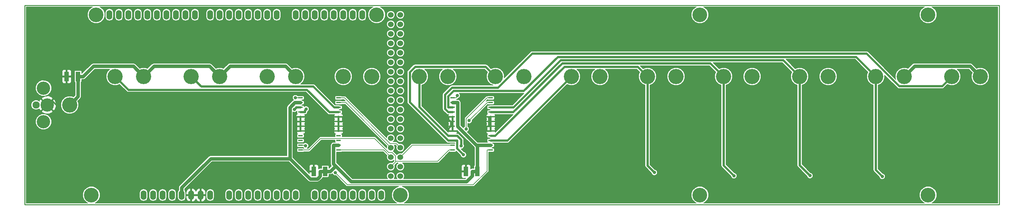
<source format=gbl>
G04 (created by PCBNEW (2013-jul-07)-stable) date Fri 01 Aug 2014 03:38:15 PM EDT*
%MOIN*%
G04 Gerber Fmt 3.4, Leading zero omitted, Abs format*
%FSLAX34Y34*%
G01*
G70*
G90*
G04 APERTURE LIST*
%ADD10C,0.00590551*%
%ADD11C,0.009*%
%ADD12C,0.155*%
%ADD13O,0.06X0.1*%
%ADD14C,0.06*%
%ADD15C,0.16*%
%ADD16C,0.076*%
%ADD17C,0.14*%
%ADD18R,0.05X0.1*%
%ADD19R,0.05X0.015*%
%ADD20C,0.035*%
%ADD21C,0.036*%
%ADD22C,0.008*%
%ADD23C,0.024*%
%ADD24C,0.016*%
G04 APERTURE END LIST*
G54D10*
G54D11*
X110000Y-29000D02*
X7500Y-29000D01*
X110000Y-50000D02*
X110000Y-29000D01*
X7500Y-50000D02*
X110000Y-50000D01*
X7500Y-29000D02*
X7500Y-50000D01*
G54D12*
X14500Y-49000D03*
X15000Y-30000D03*
X47000Y-49000D03*
X44500Y-30000D03*
G54D13*
X20000Y-49000D03*
X21000Y-49000D03*
X22000Y-49000D03*
X23000Y-49000D03*
X24000Y-49000D03*
X25000Y-49000D03*
X26000Y-49000D03*
X27000Y-49000D03*
X29000Y-49000D03*
X30000Y-49000D03*
X31000Y-49000D03*
X32000Y-49000D03*
X33000Y-49000D03*
X34000Y-49000D03*
X35000Y-49000D03*
X36000Y-49000D03*
X38000Y-49000D03*
X39000Y-49000D03*
X40000Y-49000D03*
X41000Y-49000D03*
X42000Y-49000D03*
X43000Y-49000D03*
X44000Y-49000D03*
X45000Y-49000D03*
X16400Y-30000D03*
X17400Y-30000D03*
X18400Y-30000D03*
X19400Y-30000D03*
X20400Y-30000D03*
X21400Y-30000D03*
X22400Y-30000D03*
X23400Y-30000D03*
X24400Y-30000D03*
X25400Y-30000D03*
X27000Y-30000D03*
X34000Y-30000D03*
X33000Y-30000D03*
X32000Y-30000D03*
X31000Y-30000D03*
X30000Y-30000D03*
X29000Y-30000D03*
X28000Y-30000D03*
X36000Y-30000D03*
X37000Y-30000D03*
X38000Y-30000D03*
X39000Y-30000D03*
X40000Y-30000D03*
X41000Y-30000D03*
X42000Y-30000D03*
X43000Y-30000D03*
G54D14*
X46000Y-30000D03*
X47000Y-30000D03*
X46000Y-31000D03*
X47000Y-31000D03*
X46000Y-32000D03*
X47000Y-32000D03*
X46000Y-33000D03*
X47000Y-33000D03*
X46000Y-34000D03*
X47000Y-34000D03*
X46000Y-35000D03*
X47000Y-35000D03*
X46000Y-36000D03*
X47000Y-36000D03*
X46000Y-37000D03*
X47000Y-37000D03*
X46000Y-38000D03*
X47000Y-38000D03*
X46000Y-39000D03*
X47000Y-39000D03*
X46000Y-40000D03*
X47000Y-40000D03*
X46000Y-41000D03*
X47000Y-41000D03*
X46000Y-42000D03*
X47000Y-42000D03*
X46000Y-43000D03*
X47000Y-43000D03*
X46000Y-44000D03*
X47000Y-44000D03*
X46000Y-45000D03*
X47000Y-45000D03*
X46000Y-46000D03*
X47000Y-46000D03*
X46000Y-47000D03*
X47000Y-47000D03*
G54D15*
X89000Y-36500D03*
X92000Y-36500D03*
X97000Y-36500D03*
X100000Y-36500D03*
X105000Y-36500D03*
X108000Y-36500D03*
X73000Y-36500D03*
X76000Y-36500D03*
X65000Y-36500D03*
X68000Y-36500D03*
X49000Y-36500D03*
X52000Y-36500D03*
X57000Y-36500D03*
X60000Y-36500D03*
X81000Y-36500D03*
X84000Y-36500D03*
X25000Y-36500D03*
X28000Y-36500D03*
X17000Y-36500D03*
X20000Y-36500D03*
X33000Y-36500D03*
X36000Y-36500D03*
X41000Y-36500D03*
X44000Y-36500D03*
G54D16*
X8680Y-39500D03*
G54D17*
X9860Y-39500D03*
G54D15*
X12220Y-39500D03*
G54D17*
X9470Y-41270D03*
X9470Y-37730D03*
G54D18*
X39100Y-46500D03*
X37900Y-46500D03*
X55100Y-46500D03*
X53900Y-46500D03*
X13100Y-36500D03*
X11900Y-36500D03*
G54D19*
X40500Y-41250D03*
X40500Y-40750D03*
X40500Y-40250D03*
X40500Y-39750D03*
X40500Y-39250D03*
X40500Y-38750D03*
X40500Y-41750D03*
X40500Y-42250D03*
X40500Y-42750D03*
X40500Y-43250D03*
X40500Y-43750D03*
X40500Y-44250D03*
X36500Y-44250D03*
X36500Y-43750D03*
X36500Y-43250D03*
X36500Y-42750D03*
X36500Y-42250D03*
X36500Y-41750D03*
X36500Y-41250D03*
X36500Y-40750D03*
X36500Y-40250D03*
X36500Y-39750D03*
X36500Y-39250D03*
X36500Y-38750D03*
X56500Y-41250D03*
X56500Y-40750D03*
X56500Y-40250D03*
X56500Y-39750D03*
X56500Y-39250D03*
X56500Y-38750D03*
X56500Y-41750D03*
X56500Y-42250D03*
X56500Y-42750D03*
X56500Y-43250D03*
X56500Y-43750D03*
X56500Y-44250D03*
X52500Y-44250D03*
X52500Y-43750D03*
X52500Y-43250D03*
X52500Y-42750D03*
X52500Y-42250D03*
X52500Y-41750D03*
X52500Y-41250D03*
X52500Y-40750D03*
X52500Y-40250D03*
X52500Y-39750D03*
X52500Y-39250D03*
X52500Y-38750D03*
G54D12*
X78500Y-49000D03*
X78500Y-30000D03*
X102500Y-49000D03*
X102500Y-30000D03*
G54D20*
X53922Y-42028D03*
X54239Y-41152D03*
X97676Y-47029D03*
X90085Y-46946D03*
X82085Y-46961D03*
X73711Y-46614D03*
X53632Y-44748D03*
X53401Y-43811D03*
X37075Y-39923D03*
X35855Y-39961D03*
X52974Y-38509D03*
X35960Y-38733D03*
X40160Y-46637D03*
X37026Y-43799D03*
X51878Y-40726D03*
X55124Y-40726D03*
X41656Y-40500D03*
G54D21*
X52500Y-39250D02*
X53030Y-39250D01*
X56500Y-43750D02*
X55969Y-43750D01*
X55000Y-43750D02*
X55100Y-43750D01*
X53030Y-41779D02*
X55000Y-43750D01*
X53030Y-39250D02*
X53030Y-41779D01*
X55100Y-43750D02*
X55969Y-43750D01*
X55100Y-43750D02*
X55100Y-46500D01*
X55100Y-46500D02*
X54569Y-46500D01*
X39100Y-46500D02*
X38569Y-46500D01*
X24000Y-49000D02*
X24000Y-48219D01*
X27055Y-45164D02*
X24000Y-48219D01*
X35386Y-45164D02*
X27055Y-45164D01*
X35386Y-39761D02*
X35386Y-45164D01*
X35897Y-39250D02*
X35386Y-39761D01*
X36500Y-39250D02*
X35897Y-39250D01*
X38569Y-46996D02*
X38569Y-46500D01*
X38275Y-47291D02*
X38569Y-46996D01*
X37513Y-47291D02*
X38275Y-47291D01*
X35386Y-45164D02*
X37513Y-47291D01*
X39100Y-46500D02*
X39630Y-46500D01*
X41837Y-47587D02*
X40190Y-45940D01*
X53958Y-47587D02*
X41837Y-47587D01*
X54569Y-46976D02*
X53958Y-47587D01*
X54569Y-46500D02*
X54569Y-46976D01*
X40190Y-45940D02*
X39630Y-46500D01*
X39969Y-45719D02*
X39969Y-43750D01*
X40190Y-45940D02*
X39969Y-45719D01*
X40500Y-43750D02*
X39969Y-43750D01*
G54D22*
X41127Y-38750D02*
X40500Y-38750D01*
X45937Y-43559D02*
X41127Y-38750D01*
X46559Y-43559D02*
X45937Y-43559D01*
X47000Y-44000D02*
X46559Y-43559D01*
X53922Y-40937D02*
X53922Y-42028D01*
X56109Y-38750D02*
X53922Y-40937D01*
X56500Y-38750D02*
X56109Y-38750D01*
X56500Y-39250D02*
X56109Y-39250D01*
X41250Y-39250D02*
X40500Y-39250D01*
X46000Y-44000D02*
X41250Y-39250D01*
X56109Y-39282D02*
X54239Y-41152D01*
X56109Y-39250D02*
X56109Y-39282D01*
X45250Y-44250D02*
X46000Y-45000D01*
X40500Y-44250D02*
X45250Y-44250D01*
X48250Y-43750D02*
X47000Y-45000D01*
X52500Y-43750D02*
X48250Y-43750D01*
G54D23*
X52500Y-40250D02*
X52029Y-40250D01*
X51688Y-39908D02*
X52029Y-40250D01*
X51688Y-38407D02*
X51688Y-39908D01*
X52416Y-37680D02*
X51688Y-38407D01*
X57263Y-37680D02*
X52416Y-37680D01*
X60859Y-34084D02*
X57263Y-37680D01*
X96028Y-34084D02*
X60859Y-34084D01*
X99465Y-37521D02*
X96028Y-34084D01*
X103978Y-37521D02*
X99465Y-37521D01*
X105000Y-36500D02*
X103978Y-37521D01*
X97000Y-46352D02*
X97676Y-47029D01*
X97000Y-36500D02*
X97000Y-46352D01*
X52500Y-39750D02*
X52029Y-39750D01*
X52029Y-38577D02*
X52029Y-39750D01*
X52587Y-38020D02*
X52029Y-38577D01*
X59949Y-38020D02*
X52587Y-38020D01*
X63544Y-34424D02*
X59949Y-38020D01*
X94924Y-34424D02*
X63544Y-34424D01*
X97000Y-36500D02*
X94924Y-34424D01*
X26051Y-37551D02*
X25000Y-36500D01*
X37831Y-37551D02*
X26051Y-37551D01*
X40029Y-39750D02*
X37831Y-37551D01*
X40500Y-39750D02*
X40029Y-39750D01*
X18391Y-37891D02*
X17000Y-36500D01*
X37170Y-37891D02*
X18391Y-37891D01*
X39528Y-40250D02*
X37170Y-37891D01*
X40500Y-40250D02*
X39528Y-40250D01*
X89000Y-45861D02*
X89000Y-36500D01*
X90085Y-46946D02*
X89000Y-45861D01*
X58882Y-39750D02*
X56500Y-39750D01*
X63867Y-34764D02*
X58882Y-39750D01*
X87264Y-34764D02*
X63867Y-34764D01*
X89000Y-36500D02*
X87264Y-34764D01*
X81000Y-45876D02*
X81000Y-36500D01*
X82085Y-46961D02*
X81000Y-45876D01*
X79605Y-35105D02*
X81000Y-36500D01*
X64008Y-35105D02*
X79605Y-35105D01*
X58863Y-40250D02*
X64008Y-35105D01*
X56500Y-40250D02*
X58863Y-40250D01*
X73000Y-45903D02*
X73711Y-46614D01*
X73000Y-36500D02*
X73000Y-45903D01*
X71963Y-35463D02*
X73000Y-36500D01*
X64256Y-35463D02*
X71963Y-35463D01*
X56970Y-42750D02*
X64256Y-35463D01*
X56500Y-42750D02*
X56970Y-42750D01*
X58250Y-43250D02*
X65000Y-36500D01*
X56500Y-43250D02*
X58250Y-43250D01*
X52264Y-43250D02*
X52029Y-43250D01*
X52264Y-43250D02*
X52500Y-43250D01*
X52970Y-44086D02*
X53632Y-44748D01*
X52970Y-43250D02*
X52970Y-44086D01*
X52500Y-43250D02*
X52970Y-43250D01*
X47978Y-39198D02*
X52029Y-43250D01*
X47978Y-36051D02*
X47978Y-39198D01*
X48556Y-35472D02*
X47978Y-36051D01*
X55972Y-35472D02*
X48556Y-35472D01*
X57000Y-36500D02*
X55972Y-35472D01*
X52975Y-42750D02*
X52500Y-42750D01*
X53401Y-43176D02*
X52975Y-42750D01*
X53401Y-43811D02*
X53401Y-43176D01*
X49000Y-39720D02*
X49000Y-36500D01*
X52029Y-42750D02*
X49000Y-39720D01*
X52500Y-42750D02*
X52029Y-42750D01*
X36970Y-40028D02*
X37075Y-39923D01*
X36970Y-40250D02*
X36970Y-40028D01*
X36500Y-40250D02*
X36970Y-40250D01*
X36029Y-39786D02*
X35855Y-39961D01*
X36029Y-39750D02*
X36029Y-39786D01*
X36500Y-39750D02*
X36029Y-39750D01*
G54D22*
X52890Y-38593D02*
X52974Y-38509D01*
X52890Y-38750D02*
X52890Y-38593D01*
X52500Y-38750D02*
X52890Y-38750D01*
X36500Y-38750D02*
X36109Y-38750D01*
X36093Y-38733D02*
X36109Y-38750D01*
X35960Y-38733D02*
X36093Y-38733D01*
X52500Y-44250D02*
X52109Y-44250D01*
X50919Y-45440D02*
X46500Y-45440D01*
X52109Y-44250D02*
X50919Y-45440D01*
X46500Y-45500D02*
X46500Y-45440D01*
X46000Y-46000D02*
X46500Y-45500D01*
X46500Y-44867D02*
X46500Y-45440D01*
X46132Y-44500D02*
X46500Y-44867D01*
X45754Y-44500D02*
X46132Y-44500D01*
X44289Y-43034D02*
X45754Y-44500D01*
X38604Y-43034D02*
X44289Y-43034D01*
X37389Y-44250D02*
X38604Y-43034D01*
X36500Y-44250D02*
X37389Y-44250D01*
X36500Y-43750D02*
X36890Y-43750D01*
X56500Y-44250D02*
X56109Y-44250D01*
X36939Y-43799D02*
X36890Y-43750D01*
X37026Y-43799D02*
X36939Y-43799D01*
X41430Y-47907D02*
X40160Y-46637D01*
X54658Y-47907D02*
X41430Y-47907D01*
X56109Y-46456D02*
X54658Y-47907D01*
X56109Y-44250D02*
X56109Y-46456D01*
G54D24*
X52500Y-42250D02*
X52930Y-42250D01*
X52500Y-41750D02*
X52284Y-41750D01*
X52069Y-41965D02*
X52069Y-42250D01*
X52284Y-41750D02*
X52069Y-41965D01*
X52500Y-42250D02*
X52069Y-42250D01*
X52284Y-41250D02*
X52284Y-41750D01*
X52500Y-41250D02*
X52284Y-41250D01*
X56500Y-41250D02*
X56284Y-41250D01*
X56500Y-40750D02*
X56284Y-40750D01*
X36069Y-40750D02*
X36069Y-41250D01*
X53989Y-43309D02*
X52930Y-42250D01*
X53989Y-45730D02*
X53989Y-43309D01*
X53900Y-45819D02*
X53989Y-45730D01*
X53900Y-46500D02*
X53900Y-45819D01*
X52500Y-40750D02*
X52069Y-40750D01*
X52069Y-41034D02*
X52284Y-41250D01*
X52069Y-40750D02*
X52069Y-41034D01*
X56284Y-40750D02*
X56284Y-41250D01*
X55147Y-40750D02*
X55124Y-40726D01*
X56284Y-40750D02*
X55147Y-40750D01*
X51901Y-40750D02*
X51878Y-40726D01*
X52069Y-40750D02*
X51901Y-40750D01*
X56069Y-42250D02*
X56069Y-41750D01*
X56500Y-42250D02*
X56069Y-42250D01*
X56284Y-41750D02*
X56284Y-41250D01*
X56500Y-41750D02*
X56284Y-41750D01*
X56284Y-41750D02*
X56069Y-41750D01*
X36069Y-41250D02*
X36069Y-41750D01*
X36069Y-41750D02*
X36069Y-42250D01*
X40500Y-41250D02*
X40930Y-41250D01*
X40500Y-42250D02*
X40500Y-41750D01*
X40500Y-41750D02*
X40500Y-41250D01*
X36500Y-42250D02*
X36069Y-42250D01*
X36500Y-41750D02*
X36069Y-41750D01*
X37900Y-46500D02*
X37469Y-46500D01*
X36069Y-45100D02*
X37469Y-46500D01*
X36069Y-42250D02*
X36069Y-45100D01*
X25000Y-49000D02*
X25000Y-49680D01*
X23784Y-49680D02*
X25000Y-49680D01*
X23500Y-49395D02*
X23784Y-49680D01*
X23500Y-48184D02*
X23500Y-49395D01*
X19506Y-48184D02*
X23500Y-48184D01*
X10340Y-39019D02*
X19506Y-48184D01*
X11900Y-37460D02*
X10340Y-39019D01*
X11900Y-36500D02*
X11900Y-37460D01*
X10340Y-39019D02*
X9860Y-39500D01*
X36500Y-41250D02*
X36069Y-41250D01*
X36500Y-40750D02*
X36069Y-40750D01*
X40500Y-40750D02*
X40069Y-40750D01*
X40069Y-40750D02*
X37443Y-40750D01*
X37443Y-40750D02*
X36500Y-40750D01*
X37443Y-39110D02*
X37443Y-40750D01*
X36710Y-38377D02*
X37443Y-39110D01*
X33307Y-38377D02*
X36710Y-38377D01*
X23500Y-48184D02*
X33307Y-38377D01*
X40930Y-41250D02*
X40930Y-40750D01*
X40500Y-40750D02*
X40930Y-40750D01*
X41406Y-40750D02*
X40930Y-40750D01*
X41656Y-40500D02*
X41406Y-40750D01*
G54D21*
X101085Y-35414D02*
X100000Y-36500D01*
X106914Y-35414D02*
X101085Y-35414D01*
X108000Y-36500D02*
X106914Y-35414D01*
X26918Y-35418D02*
X28000Y-36500D01*
X21081Y-35418D02*
X26918Y-35418D01*
X20000Y-36500D02*
X21081Y-35418D01*
X29081Y-35418D02*
X28000Y-36500D01*
X34918Y-35418D02*
X29081Y-35418D01*
X36000Y-36500D02*
X34918Y-35418D01*
X13100Y-38620D02*
X13100Y-36500D01*
X12220Y-39500D02*
X13100Y-38620D01*
X18919Y-35419D02*
X20000Y-36500D01*
X14710Y-35419D02*
X18919Y-35419D01*
X13630Y-36500D02*
X14710Y-35419D01*
X13100Y-36500D02*
X13630Y-36500D01*
G54D10*
G36*
X56764Y-37420D02*
X52416Y-37420D01*
X52316Y-37439D01*
X52232Y-37496D01*
X51504Y-38224D01*
X51448Y-38308D01*
X51428Y-38407D01*
X51428Y-39908D01*
X51448Y-40008D01*
X51504Y-40092D01*
X51846Y-40433D01*
X51930Y-40490D01*
X52029Y-40510D01*
X52075Y-40510D01*
X52046Y-40539D01*
X52009Y-40627D01*
X52010Y-40652D01*
X52070Y-40712D01*
X52440Y-40712D01*
X52440Y-40682D01*
X52560Y-40682D01*
X52560Y-40712D01*
X52567Y-40712D01*
X52567Y-40787D01*
X52560Y-40787D01*
X52560Y-40995D01*
X52560Y-41005D01*
X52560Y-41212D01*
X52567Y-41212D01*
X52567Y-41287D01*
X52560Y-41287D01*
X52560Y-41495D01*
X52560Y-41505D01*
X52560Y-41712D01*
X52567Y-41712D01*
X52567Y-41787D01*
X52560Y-41787D01*
X52560Y-41995D01*
X52560Y-42005D01*
X52560Y-42212D01*
X52930Y-42212D01*
X52970Y-42172D01*
X54774Y-43976D01*
X54774Y-43976D01*
X54780Y-43980D01*
X54780Y-45877D01*
X54770Y-45881D01*
X54731Y-45920D01*
X54710Y-45972D01*
X54709Y-46027D01*
X54709Y-46180D01*
X54569Y-46180D01*
X54447Y-46204D01*
X54390Y-46242D01*
X54390Y-46047D01*
X54389Y-45952D01*
X54353Y-45863D01*
X54285Y-45796D01*
X54197Y-45759D01*
X54020Y-45760D01*
X53960Y-45820D01*
X53960Y-46440D01*
X53967Y-46440D01*
X53967Y-46560D01*
X53960Y-46560D01*
X53960Y-46567D01*
X53840Y-46567D01*
X53840Y-46560D01*
X53840Y-46440D01*
X53840Y-45820D01*
X53780Y-45760D01*
X53602Y-45759D01*
X53514Y-45796D01*
X53446Y-45863D01*
X53410Y-45952D01*
X53409Y-46047D01*
X53410Y-46380D01*
X53470Y-46440D01*
X53840Y-46440D01*
X53840Y-46560D01*
X53470Y-46560D01*
X53410Y-46620D01*
X53409Y-46952D01*
X53410Y-47047D01*
X53446Y-47136D01*
X53514Y-47203D01*
X53602Y-47240D01*
X53780Y-47240D01*
X53839Y-47180D01*
X53839Y-47240D01*
X53840Y-47240D01*
X53853Y-47240D01*
X53840Y-47253D01*
X53826Y-47267D01*
X47354Y-47267D01*
X47372Y-47249D01*
X47439Y-47087D01*
X47440Y-46912D01*
X47373Y-46751D01*
X47249Y-46627D01*
X47087Y-46560D01*
X46912Y-46559D01*
X46751Y-46626D01*
X46627Y-46750D01*
X46560Y-46912D01*
X46559Y-47087D01*
X46626Y-47248D01*
X46645Y-47267D01*
X46354Y-47267D01*
X46372Y-47249D01*
X46439Y-47087D01*
X46440Y-46912D01*
X46373Y-46751D01*
X46249Y-46627D01*
X46087Y-46560D01*
X45912Y-46559D01*
X45751Y-46626D01*
X45627Y-46750D01*
X45560Y-46912D01*
X45559Y-47087D01*
X45626Y-47248D01*
X45645Y-47267D01*
X41970Y-47267D01*
X40416Y-45713D01*
X40416Y-45713D01*
X40416Y-45713D01*
X40289Y-45587D01*
X40289Y-44465D01*
X40777Y-44465D01*
X40829Y-44443D01*
X40842Y-44430D01*
X45175Y-44430D01*
X45588Y-44843D01*
X45560Y-44912D01*
X45559Y-45087D01*
X45626Y-45248D01*
X45750Y-45372D01*
X45912Y-45439D01*
X46087Y-45440D01*
X46248Y-45373D01*
X46320Y-45302D01*
X46320Y-45425D01*
X46156Y-45588D01*
X46087Y-45560D01*
X45912Y-45559D01*
X45751Y-45626D01*
X45627Y-45750D01*
X45560Y-45912D01*
X45559Y-46087D01*
X45626Y-46248D01*
X45750Y-46372D01*
X45912Y-46439D01*
X46087Y-46440D01*
X46248Y-46373D01*
X46372Y-46249D01*
X46439Y-46087D01*
X46440Y-45912D01*
X46411Y-45843D01*
X46627Y-45627D01*
X46631Y-45620D01*
X46765Y-45620D01*
X46751Y-45626D01*
X46627Y-45750D01*
X46560Y-45912D01*
X46559Y-46087D01*
X46626Y-46248D01*
X46750Y-46372D01*
X46912Y-46439D01*
X47087Y-46440D01*
X47248Y-46373D01*
X47372Y-46249D01*
X47439Y-46087D01*
X47440Y-45912D01*
X47373Y-45751D01*
X47249Y-45627D01*
X47234Y-45620D01*
X50919Y-45620D01*
X50988Y-45607D01*
X51046Y-45568D01*
X52170Y-44443D01*
X52222Y-44464D01*
X52277Y-44465D01*
X52777Y-44465D01*
X52829Y-44443D01*
X52868Y-44404D01*
X52883Y-44367D01*
X53317Y-44801D01*
X53317Y-44810D01*
X53365Y-44926D01*
X53453Y-45015D01*
X53569Y-45063D01*
X53694Y-45063D01*
X53810Y-45015D01*
X53899Y-44927D01*
X53947Y-44811D01*
X53947Y-44686D01*
X53899Y-44570D01*
X53811Y-44481D01*
X53695Y-44433D01*
X53685Y-44433D01*
X53377Y-44126D01*
X53463Y-44126D01*
X53579Y-44078D01*
X53668Y-43989D01*
X53716Y-43873D01*
X53716Y-43748D01*
X53668Y-43632D01*
X53661Y-43625D01*
X53661Y-43176D01*
X53641Y-43076D01*
X53585Y-42992D01*
X53585Y-42992D01*
X53158Y-42566D01*
X53074Y-42509D01*
X52975Y-42490D01*
X52924Y-42490D01*
X52953Y-42460D01*
X52990Y-42372D01*
X52990Y-42347D01*
X52930Y-42287D01*
X52560Y-42287D01*
X52560Y-42317D01*
X52440Y-42317D01*
X52440Y-42287D01*
X52440Y-42212D01*
X52440Y-42005D01*
X52440Y-41995D01*
X52440Y-41787D01*
X52440Y-41712D01*
X52440Y-41505D01*
X52440Y-41495D01*
X52440Y-41287D01*
X52440Y-41212D01*
X52440Y-41005D01*
X52440Y-40995D01*
X52440Y-40787D01*
X52070Y-40787D01*
X52010Y-40847D01*
X52009Y-40872D01*
X52046Y-40960D01*
X52085Y-41000D01*
X52046Y-41039D01*
X52009Y-41127D01*
X52010Y-41152D01*
X52070Y-41212D01*
X52440Y-41212D01*
X52440Y-41287D01*
X52070Y-41287D01*
X52010Y-41347D01*
X52009Y-41372D01*
X52046Y-41460D01*
X52085Y-41500D01*
X52046Y-41539D01*
X52009Y-41627D01*
X52010Y-41652D01*
X52070Y-41712D01*
X52440Y-41712D01*
X52440Y-41787D01*
X52070Y-41787D01*
X52010Y-41847D01*
X52009Y-41872D01*
X52046Y-41960D01*
X52085Y-42000D01*
X52046Y-42039D01*
X52009Y-42127D01*
X52010Y-42152D01*
X52070Y-42212D01*
X52440Y-42212D01*
X52440Y-42287D01*
X52070Y-42287D01*
X52010Y-42347D01*
X52009Y-42362D01*
X49260Y-39612D01*
X49260Y-37409D01*
X49531Y-37297D01*
X49796Y-37033D01*
X49939Y-36687D01*
X49940Y-36313D01*
X49797Y-35968D01*
X49562Y-35732D01*
X51437Y-35732D01*
X51203Y-35966D01*
X51060Y-36312D01*
X51059Y-36686D01*
X51202Y-37031D01*
X51466Y-37296D01*
X51812Y-37439D01*
X52186Y-37440D01*
X52531Y-37297D01*
X52796Y-37033D01*
X52939Y-36687D01*
X52940Y-36313D01*
X52797Y-35968D01*
X52562Y-35732D01*
X55865Y-35732D01*
X56172Y-36040D01*
X56060Y-36312D01*
X56059Y-36686D01*
X56202Y-37031D01*
X56466Y-37296D01*
X56764Y-37420D01*
X56764Y-37420D01*
G37*
G54D22*
X56764Y-37420D02*
X52416Y-37420D01*
X52316Y-37439D01*
X52232Y-37496D01*
X51504Y-38224D01*
X51448Y-38308D01*
X51428Y-38407D01*
X51428Y-39908D01*
X51448Y-40008D01*
X51504Y-40092D01*
X51846Y-40433D01*
X51930Y-40490D01*
X52029Y-40510D01*
X52075Y-40510D01*
X52046Y-40539D01*
X52009Y-40627D01*
X52010Y-40652D01*
X52070Y-40712D01*
X52440Y-40712D01*
X52440Y-40682D01*
X52560Y-40682D01*
X52560Y-40712D01*
X52567Y-40712D01*
X52567Y-40787D01*
X52560Y-40787D01*
X52560Y-40995D01*
X52560Y-41005D01*
X52560Y-41212D01*
X52567Y-41212D01*
X52567Y-41287D01*
X52560Y-41287D01*
X52560Y-41495D01*
X52560Y-41505D01*
X52560Y-41712D01*
X52567Y-41712D01*
X52567Y-41787D01*
X52560Y-41787D01*
X52560Y-41995D01*
X52560Y-42005D01*
X52560Y-42212D01*
X52930Y-42212D01*
X52970Y-42172D01*
X54774Y-43976D01*
X54774Y-43976D01*
X54780Y-43980D01*
X54780Y-45877D01*
X54770Y-45881D01*
X54731Y-45920D01*
X54710Y-45972D01*
X54709Y-46027D01*
X54709Y-46180D01*
X54569Y-46180D01*
X54447Y-46204D01*
X54390Y-46242D01*
X54390Y-46047D01*
X54389Y-45952D01*
X54353Y-45863D01*
X54285Y-45796D01*
X54197Y-45759D01*
X54020Y-45760D01*
X53960Y-45820D01*
X53960Y-46440D01*
X53967Y-46440D01*
X53967Y-46560D01*
X53960Y-46560D01*
X53960Y-46567D01*
X53840Y-46567D01*
X53840Y-46560D01*
X53840Y-46440D01*
X53840Y-45820D01*
X53780Y-45760D01*
X53602Y-45759D01*
X53514Y-45796D01*
X53446Y-45863D01*
X53410Y-45952D01*
X53409Y-46047D01*
X53410Y-46380D01*
X53470Y-46440D01*
X53840Y-46440D01*
X53840Y-46560D01*
X53470Y-46560D01*
X53410Y-46620D01*
X53409Y-46952D01*
X53410Y-47047D01*
X53446Y-47136D01*
X53514Y-47203D01*
X53602Y-47240D01*
X53780Y-47240D01*
X53839Y-47180D01*
X53839Y-47240D01*
X53840Y-47240D01*
X53853Y-47240D01*
X53840Y-47253D01*
X53826Y-47267D01*
X47354Y-47267D01*
X47372Y-47249D01*
X47439Y-47087D01*
X47440Y-46912D01*
X47373Y-46751D01*
X47249Y-46627D01*
X47087Y-46560D01*
X46912Y-46559D01*
X46751Y-46626D01*
X46627Y-46750D01*
X46560Y-46912D01*
X46559Y-47087D01*
X46626Y-47248D01*
X46645Y-47267D01*
X46354Y-47267D01*
X46372Y-47249D01*
X46439Y-47087D01*
X46440Y-46912D01*
X46373Y-46751D01*
X46249Y-46627D01*
X46087Y-46560D01*
X45912Y-46559D01*
X45751Y-46626D01*
X45627Y-46750D01*
X45560Y-46912D01*
X45559Y-47087D01*
X45626Y-47248D01*
X45645Y-47267D01*
X41970Y-47267D01*
X40416Y-45713D01*
X40416Y-45713D01*
X40416Y-45713D01*
X40289Y-45587D01*
X40289Y-44465D01*
X40777Y-44465D01*
X40829Y-44443D01*
X40842Y-44430D01*
X45175Y-44430D01*
X45588Y-44843D01*
X45560Y-44912D01*
X45559Y-45087D01*
X45626Y-45248D01*
X45750Y-45372D01*
X45912Y-45439D01*
X46087Y-45440D01*
X46248Y-45373D01*
X46320Y-45302D01*
X46320Y-45425D01*
X46156Y-45588D01*
X46087Y-45560D01*
X45912Y-45559D01*
X45751Y-45626D01*
X45627Y-45750D01*
X45560Y-45912D01*
X45559Y-46087D01*
X45626Y-46248D01*
X45750Y-46372D01*
X45912Y-46439D01*
X46087Y-46440D01*
X46248Y-46373D01*
X46372Y-46249D01*
X46439Y-46087D01*
X46440Y-45912D01*
X46411Y-45843D01*
X46627Y-45627D01*
X46631Y-45620D01*
X46765Y-45620D01*
X46751Y-45626D01*
X46627Y-45750D01*
X46560Y-45912D01*
X46559Y-46087D01*
X46626Y-46248D01*
X46750Y-46372D01*
X46912Y-46439D01*
X47087Y-46440D01*
X47248Y-46373D01*
X47372Y-46249D01*
X47439Y-46087D01*
X47440Y-45912D01*
X47373Y-45751D01*
X47249Y-45627D01*
X47234Y-45620D01*
X50919Y-45620D01*
X50988Y-45607D01*
X51046Y-45568D01*
X52170Y-44443D01*
X52222Y-44464D01*
X52277Y-44465D01*
X52777Y-44465D01*
X52829Y-44443D01*
X52868Y-44404D01*
X52883Y-44367D01*
X53317Y-44801D01*
X53317Y-44810D01*
X53365Y-44926D01*
X53453Y-45015D01*
X53569Y-45063D01*
X53694Y-45063D01*
X53810Y-45015D01*
X53899Y-44927D01*
X53947Y-44811D01*
X53947Y-44686D01*
X53899Y-44570D01*
X53811Y-44481D01*
X53695Y-44433D01*
X53685Y-44433D01*
X53377Y-44126D01*
X53463Y-44126D01*
X53579Y-44078D01*
X53668Y-43989D01*
X53716Y-43873D01*
X53716Y-43748D01*
X53668Y-43632D01*
X53661Y-43625D01*
X53661Y-43176D01*
X53641Y-43076D01*
X53585Y-42992D01*
X53585Y-42992D01*
X53158Y-42566D01*
X53074Y-42509D01*
X52975Y-42490D01*
X52924Y-42490D01*
X52953Y-42460D01*
X52990Y-42372D01*
X52990Y-42347D01*
X52930Y-42287D01*
X52560Y-42287D01*
X52560Y-42317D01*
X52440Y-42317D01*
X52440Y-42287D01*
X52440Y-42212D01*
X52440Y-42005D01*
X52440Y-41995D01*
X52440Y-41787D01*
X52440Y-41712D01*
X52440Y-41505D01*
X52440Y-41495D01*
X52440Y-41287D01*
X52440Y-41212D01*
X52440Y-41005D01*
X52440Y-40995D01*
X52440Y-40787D01*
X52070Y-40787D01*
X52010Y-40847D01*
X52009Y-40872D01*
X52046Y-40960D01*
X52085Y-41000D01*
X52046Y-41039D01*
X52009Y-41127D01*
X52010Y-41152D01*
X52070Y-41212D01*
X52440Y-41212D01*
X52440Y-41287D01*
X52070Y-41287D01*
X52010Y-41347D01*
X52009Y-41372D01*
X52046Y-41460D01*
X52085Y-41500D01*
X52046Y-41539D01*
X52009Y-41627D01*
X52010Y-41652D01*
X52070Y-41712D01*
X52440Y-41712D01*
X52440Y-41787D01*
X52070Y-41787D01*
X52010Y-41847D01*
X52009Y-41872D01*
X52046Y-41960D01*
X52085Y-42000D01*
X52046Y-42039D01*
X52009Y-42127D01*
X52010Y-42152D01*
X52070Y-42212D01*
X52440Y-42212D01*
X52440Y-42287D01*
X52070Y-42287D01*
X52010Y-42347D01*
X52009Y-42362D01*
X49260Y-39612D01*
X49260Y-37409D01*
X49531Y-37297D01*
X49796Y-37033D01*
X49939Y-36687D01*
X49940Y-36313D01*
X49797Y-35968D01*
X49562Y-35732D01*
X51437Y-35732D01*
X51203Y-35966D01*
X51060Y-36312D01*
X51059Y-36686D01*
X51202Y-37031D01*
X51466Y-37296D01*
X51812Y-37439D01*
X52186Y-37440D01*
X52531Y-37297D01*
X52796Y-37033D01*
X52939Y-36687D01*
X52940Y-36313D01*
X52797Y-35968D01*
X52562Y-35732D01*
X55865Y-35732D01*
X56172Y-36040D01*
X56060Y-36312D01*
X56059Y-36686D01*
X56202Y-37031D01*
X56466Y-37296D01*
X56764Y-37420D01*
G54D10*
G36*
X59993Y-38271D02*
X58774Y-39490D01*
X56500Y-39490D01*
X56400Y-39509D01*
X56362Y-39534D01*
X56222Y-39534D01*
X56170Y-39556D01*
X56131Y-39595D01*
X56110Y-39647D01*
X56109Y-39702D01*
X56109Y-39852D01*
X56131Y-39904D01*
X56170Y-39943D01*
X56222Y-39964D01*
X56277Y-39965D01*
X56362Y-39965D01*
X56400Y-39990D01*
X56449Y-40000D01*
X56400Y-40009D01*
X56362Y-40034D01*
X56222Y-40034D01*
X56170Y-40056D01*
X56131Y-40095D01*
X56110Y-40147D01*
X56109Y-40202D01*
X56109Y-40352D01*
X56131Y-40404D01*
X56170Y-40443D01*
X56175Y-40445D01*
X56113Y-40471D01*
X56046Y-40539D01*
X56009Y-40627D01*
X56010Y-40652D01*
X56070Y-40712D01*
X56440Y-40712D01*
X56440Y-40682D01*
X56560Y-40682D01*
X56560Y-40712D01*
X56930Y-40712D01*
X56990Y-40652D01*
X56990Y-40627D01*
X56953Y-40539D01*
X56924Y-40510D01*
X58842Y-40510D01*
X56990Y-42362D01*
X56990Y-42127D01*
X56953Y-42039D01*
X56914Y-42000D01*
X56953Y-41960D01*
X56990Y-41872D01*
X56990Y-41627D01*
X56953Y-41539D01*
X56914Y-41500D01*
X56953Y-41460D01*
X56990Y-41372D01*
X56990Y-41127D01*
X56953Y-41039D01*
X56914Y-41000D01*
X56953Y-40960D01*
X56990Y-40872D01*
X56990Y-40847D01*
X56930Y-40787D01*
X56560Y-40787D01*
X56560Y-40995D01*
X56560Y-41005D01*
X56560Y-41212D01*
X56930Y-41212D01*
X56990Y-41152D01*
X56990Y-41127D01*
X56990Y-41372D01*
X56990Y-41347D01*
X56930Y-41287D01*
X56560Y-41287D01*
X56560Y-41495D01*
X56560Y-41505D01*
X56560Y-41712D01*
X56930Y-41712D01*
X56990Y-41652D01*
X56990Y-41627D01*
X56990Y-41872D01*
X56990Y-41847D01*
X56930Y-41787D01*
X56560Y-41787D01*
X56560Y-41995D01*
X56560Y-42005D01*
X56560Y-42212D01*
X56930Y-42212D01*
X56990Y-42152D01*
X56990Y-42127D01*
X56990Y-42362D01*
X56990Y-42362D01*
X56990Y-42347D01*
X56930Y-42287D01*
X56560Y-42287D01*
X56560Y-42317D01*
X56440Y-42317D01*
X56440Y-42287D01*
X56440Y-42212D01*
X56440Y-42005D01*
X56440Y-41995D01*
X56440Y-41787D01*
X56440Y-41712D01*
X56440Y-41505D01*
X56440Y-41495D01*
X56440Y-41287D01*
X56440Y-41212D01*
X56440Y-41005D01*
X56440Y-40995D01*
X56440Y-40787D01*
X56070Y-40787D01*
X56010Y-40847D01*
X56009Y-40872D01*
X56046Y-40960D01*
X56085Y-41000D01*
X56046Y-41039D01*
X56009Y-41127D01*
X56010Y-41152D01*
X56070Y-41212D01*
X56440Y-41212D01*
X56440Y-41287D01*
X56070Y-41287D01*
X56010Y-41347D01*
X56009Y-41372D01*
X56046Y-41460D01*
X56085Y-41500D01*
X56046Y-41539D01*
X56009Y-41627D01*
X56010Y-41652D01*
X56070Y-41712D01*
X56440Y-41712D01*
X56440Y-41787D01*
X56070Y-41787D01*
X56010Y-41847D01*
X56009Y-41872D01*
X56046Y-41960D01*
X56085Y-42000D01*
X56046Y-42039D01*
X56009Y-42127D01*
X56010Y-42152D01*
X56070Y-42212D01*
X56440Y-42212D01*
X56440Y-42287D01*
X56070Y-42287D01*
X56010Y-42347D01*
X56009Y-42372D01*
X56046Y-42460D01*
X56113Y-42528D01*
X56175Y-42554D01*
X56170Y-42556D01*
X56131Y-42595D01*
X56110Y-42647D01*
X56109Y-42702D01*
X56109Y-42852D01*
X56131Y-42904D01*
X56170Y-42943D01*
X56222Y-42964D01*
X56277Y-42965D01*
X56362Y-42965D01*
X56400Y-42990D01*
X56449Y-43000D01*
X56400Y-43009D01*
X56362Y-43034D01*
X56222Y-43034D01*
X56170Y-43056D01*
X56131Y-43095D01*
X56110Y-43147D01*
X56109Y-43202D01*
X56109Y-43352D01*
X56131Y-43404D01*
X56156Y-43430D01*
X55969Y-43430D01*
X55132Y-43430D01*
X54028Y-42325D01*
X54100Y-42295D01*
X54189Y-42207D01*
X54237Y-42091D01*
X54237Y-41966D01*
X54189Y-41850D01*
X54102Y-41762D01*
X54102Y-41437D01*
X54176Y-41467D01*
X54301Y-41468D01*
X54417Y-41420D01*
X54506Y-41331D01*
X54554Y-41215D01*
X54554Y-41092D01*
X56193Y-39453D01*
X56222Y-39464D01*
X56277Y-39465D01*
X56777Y-39465D01*
X56829Y-39443D01*
X56868Y-39404D01*
X56889Y-39352D01*
X56890Y-39297D01*
X56890Y-39147D01*
X56868Y-39095D01*
X56829Y-39056D01*
X56777Y-39035D01*
X56722Y-39034D01*
X56222Y-39034D01*
X56170Y-39056D01*
X56157Y-39070D01*
X56109Y-39070D01*
X56040Y-39083D01*
X56010Y-39104D01*
X56170Y-38943D01*
X56222Y-38964D01*
X56277Y-38965D01*
X56777Y-38965D01*
X56829Y-38943D01*
X56868Y-38904D01*
X56889Y-38852D01*
X56890Y-38797D01*
X56890Y-38647D01*
X56868Y-38595D01*
X56829Y-38556D01*
X56777Y-38535D01*
X56722Y-38534D01*
X56222Y-38534D01*
X56170Y-38556D01*
X56157Y-38570D01*
X56109Y-38570D01*
X56040Y-38583D01*
X55982Y-38622D01*
X53795Y-40810D01*
X53756Y-40868D01*
X53742Y-40937D01*
X53742Y-41763D01*
X53655Y-41849D01*
X53625Y-41922D01*
X53350Y-41647D01*
X53350Y-39250D01*
X53325Y-39127D01*
X53256Y-39023D01*
X53152Y-38954D01*
X53030Y-38930D01*
X52890Y-38930D01*
X52959Y-38916D01*
X53017Y-38877D01*
X53056Y-38818D01*
X53056Y-38816D01*
X53152Y-38776D01*
X53241Y-38688D01*
X53289Y-38572D01*
X53289Y-38447D01*
X53241Y-38331D01*
X53190Y-38280D01*
X59949Y-38280D01*
X59993Y-38271D01*
X59993Y-38271D01*
G37*
G54D22*
X59993Y-38271D02*
X58774Y-39490D01*
X56500Y-39490D01*
X56400Y-39509D01*
X56362Y-39534D01*
X56222Y-39534D01*
X56170Y-39556D01*
X56131Y-39595D01*
X56110Y-39647D01*
X56109Y-39702D01*
X56109Y-39852D01*
X56131Y-39904D01*
X56170Y-39943D01*
X56222Y-39964D01*
X56277Y-39965D01*
X56362Y-39965D01*
X56400Y-39990D01*
X56449Y-40000D01*
X56400Y-40009D01*
X56362Y-40034D01*
X56222Y-40034D01*
X56170Y-40056D01*
X56131Y-40095D01*
X56110Y-40147D01*
X56109Y-40202D01*
X56109Y-40352D01*
X56131Y-40404D01*
X56170Y-40443D01*
X56175Y-40445D01*
X56113Y-40471D01*
X56046Y-40539D01*
X56009Y-40627D01*
X56010Y-40652D01*
X56070Y-40712D01*
X56440Y-40712D01*
X56440Y-40682D01*
X56560Y-40682D01*
X56560Y-40712D01*
X56930Y-40712D01*
X56990Y-40652D01*
X56990Y-40627D01*
X56953Y-40539D01*
X56924Y-40510D01*
X58842Y-40510D01*
X56990Y-42362D01*
X56990Y-42127D01*
X56953Y-42039D01*
X56914Y-42000D01*
X56953Y-41960D01*
X56990Y-41872D01*
X56990Y-41627D01*
X56953Y-41539D01*
X56914Y-41500D01*
X56953Y-41460D01*
X56990Y-41372D01*
X56990Y-41127D01*
X56953Y-41039D01*
X56914Y-41000D01*
X56953Y-40960D01*
X56990Y-40872D01*
X56990Y-40847D01*
X56930Y-40787D01*
X56560Y-40787D01*
X56560Y-40995D01*
X56560Y-41005D01*
X56560Y-41212D01*
X56930Y-41212D01*
X56990Y-41152D01*
X56990Y-41127D01*
X56990Y-41372D01*
X56990Y-41347D01*
X56930Y-41287D01*
X56560Y-41287D01*
X56560Y-41495D01*
X56560Y-41505D01*
X56560Y-41712D01*
X56930Y-41712D01*
X56990Y-41652D01*
X56990Y-41627D01*
X56990Y-41872D01*
X56990Y-41847D01*
X56930Y-41787D01*
X56560Y-41787D01*
X56560Y-41995D01*
X56560Y-42005D01*
X56560Y-42212D01*
X56930Y-42212D01*
X56990Y-42152D01*
X56990Y-42127D01*
X56990Y-42362D01*
X56990Y-42362D01*
X56990Y-42347D01*
X56930Y-42287D01*
X56560Y-42287D01*
X56560Y-42317D01*
X56440Y-42317D01*
X56440Y-42287D01*
X56440Y-42212D01*
X56440Y-42005D01*
X56440Y-41995D01*
X56440Y-41787D01*
X56440Y-41712D01*
X56440Y-41505D01*
X56440Y-41495D01*
X56440Y-41287D01*
X56440Y-41212D01*
X56440Y-41005D01*
X56440Y-40995D01*
X56440Y-40787D01*
X56070Y-40787D01*
X56010Y-40847D01*
X56009Y-40872D01*
X56046Y-40960D01*
X56085Y-41000D01*
X56046Y-41039D01*
X56009Y-41127D01*
X56010Y-41152D01*
X56070Y-41212D01*
X56440Y-41212D01*
X56440Y-41287D01*
X56070Y-41287D01*
X56010Y-41347D01*
X56009Y-41372D01*
X56046Y-41460D01*
X56085Y-41500D01*
X56046Y-41539D01*
X56009Y-41627D01*
X56010Y-41652D01*
X56070Y-41712D01*
X56440Y-41712D01*
X56440Y-41787D01*
X56070Y-41787D01*
X56010Y-41847D01*
X56009Y-41872D01*
X56046Y-41960D01*
X56085Y-42000D01*
X56046Y-42039D01*
X56009Y-42127D01*
X56010Y-42152D01*
X56070Y-42212D01*
X56440Y-42212D01*
X56440Y-42287D01*
X56070Y-42287D01*
X56010Y-42347D01*
X56009Y-42372D01*
X56046Y-42460D01*
X56113Y-42528D01*
X56175Y-42554D01*
X56170Y-42556D01*
X56131Y-42595D01*
X56110Y-42647D01*
X56109Y-42702D01*
X56109Y-42852D01*
X56131Y-42904D01*
X56170Y-42943D01*
X56222Y-42964D01*
X56277Y-42965D01*
X56362Y-42965D01*
X56400Y-42990D01*
X56449Y-43000D01*
X56400Y-43009D01*
X56362Y-43034D01*
X56222Y-43034D01*
X56170Y-43056D01*
X56131Y-43095D01*
X56110Y-43147D01*
X56109Y-43202D01*
X56109Y-43352D01*
X56131Y-43404D01*
X56156Y-43430D01*
X55969Y-43430D01*
X55132Y-43430D01*
X54028Y-42325D01*
X54100Y-42295D01*
X54189Y-42207D01*
X54237Y-42091D01*
X54237Y-41966D01*
X54189Y-41850D01*
X54102Y-41762D01*
X54102Y-41437D01*
X54176Y-41467D01*
X54301Y-41468D01*
X54417Y-41420D01*
X54506Y-41331D01*
X54554Y-41215D01*
X54554Y-41092D01*
X56193Y-39453D01*
X56222Y-39464D01*
X56277Y-39465D01*
X56777Y-39465D01*
X56829Y-39443D01*
X56868Y-39404D01*
X56889Y-39352D01*
X56890Y-39297D01*
X56890Y-39147D01*
X56868Y-39095D01*
X56829Y-39056D01*
X56777Y-39035D01*
X56722Y-39034D01*
X56222Y-39034D01*
X56170Y-39056D01*
X56157Y-39070D01*
X56109Y-39070D01*
X56040Y-39083D01*
X56010Y-39104D01*
X56170Y-38943D01*
X56222Y-38964D01*
X56277Y-38965D01*
X56777Y-38965D01*
X56829Y-38943D01*
X56868Y-38904D01*
X56889Y-38852D01*
X56890Y-38797D01*
X56890Y-38647D01*
X56868Y-38595D01*
X56829Y-38556D01*
X56777Y-38535D01*
X56722Y-38534D01*
X56222Y-38534D01*
X56170Y-38556D01*
X56157Y-38570D01*
X56109Y-38570D01*
X56040Y-38583D01*
X55982Y-38622D01*
X53795Y-40810D01*
X53756Y-40868D01*
X53742Y-40937D01*
X53742Y-41763D01*
X53655Y-41849D01*
X53625Y-41922D01*
X53350Y-41647D01*
X53350Y-39250D01*
X53325Y-39127D01*
X53256Y-39023D01*
X53152Y-38954D01*
X53030Y-38930D01*
X52890Y-38930D01*
X52959Y-38916D01*
X53017Y-38877D01*
X53056Y-38818D01*
X53056Y-38816D01*
X53152Y-38776D01*
X53241Y-38688D01*
X53289Y-38572D01*
X53289Y-38447D01*
X53241Y-38331D01*
X53190Y-38280D01*
X59949Y-38280D01*
X59993Y-38271D01*
G54D10*
G36*
X109835Y-49835D02*
X102875Y-49835D01*
X103017Y-49776D01*
X103275Y-49518D01*
X103414Y-49182D01*
X103415Y-48818D01*
X103276Y-48482D01*
X103018Y-48224D01*
X102682Y-48085D01*
X102318Y-48084D01*
X101982Y-48223D01*
X101724Y-48481D01*
X101585Y-48817D01*
X101584Y-49181D01*
X101723Y-49517D01*
X101981Y-49775D01*
X102124Y-49835D01*
X92940Y-49835D01*
X92940Y-36313D01*
X92797Y-35968D01*
X92533Y-35703D01*
X92187Y-35560D01*
X91813Y-35559D01*
X91468Y-35702D01*
X91203Y-35966D01*
X91060Y-36312D01*
X91059Y-36686D01*
X91202Y-37031D01*
X91466Y-37296D01*
X91812Y-37439D01*
X92186Y-37440D01*
X92531Y-37297D01*
X92796Y-37033D01*
X92939Y-36687D01*
X92940Y-36313D01*
X92940Y-49835D01*
X84940Y-49835D01*
X84940Y-36313D01*
X84797Y-35968D01*
X84533Y-35703D01*
X84187Y-35560D01*
X83813Y-35559D01*
X83468Y-35702D01*
X83203Y-35966D01*
X83060Y-36312D01*
X83059Y-36686D01*
X83202Y-37031D01*
X83466Y-37296D01*
X83812Y-37439D01*
X84186Y-37440D01*
X84531Y-37297D01*
X84796Y-37033D01*
X84939Y-36687D01*
X84940Y-36313D01*
X84940Y-49835D01*
X78875Y-49835D01*
X79017Y-49776D01*
X79275Y-49518D01*
X79414Y-49182D01*
X79415Y-48818D01*
X79276Y-48482D01*
X79018Y-48224D01*
X78682Y-48085D01*
X78318Y-48084D01*
X77982Y-48223D01*
X77724Y-48481D01*
X77585Y-48817D01*
X77584Y-49181D01*
X77723Y-49517D01*
X77981Y-49775D01*
X78124Y-49835D01*
X76940Y-49835D01*
X76940Y-36313D01*
X76797Y-35968D01*
X76533Y-35703D01*
X76187Y-35560D01*
X75813Y-35559D01*
X75468Y-35702D01*
X75203Y-35966D01*
X75060Y-36312D01*
X75059Y-36686D01*
X75202Y-37031D01*
X75466Y-37296D01*
X75812Y-37439D01*
X76186Y-37440D01*
X76531Y-37297D01*
X76796Y-37033D01*
X76939Y-36687D01*
X76940Y-36313D01*
X76940Y-49835D01*
X47375Y-49835D01*
X47517Y-49776D01*
X47775Y-49518D01*
X47914Y-49182D01*
X47915Y-48818D01*
X47776Y-48482D01*
X47518Y-48224D01*
X47188Y-48087D01*
X54658Y-48087D01*
X54727Y-48073D01*
X54785Y-48034D01*
X56237Y-46583D01*
X56237Y-46583D01*
X56276Y-46524D01*
X56289Y-46456D01*
X56289Y-46456D01*
X56289Y-44465D01*
X56777Y-44465D01*
X56829Y-44443D01*
X56868Y-44404D01*
X56889Y-44352D01*
X56890Y-44297D01*
X56890Y-44147D01*
X56868Y-44095D01*
X56829Y-44056D01*
X56777Y-44035D01*
X56722Y-44034D01*
X56638Y-44034D01*
X56726Y-43976D01*
X56733Y-43965D01*
X56777Y-43965D01*
X56829Y-43943D01*
X56868Y-43904D01*
X56889Y-43852D01*
X56890Y-43797D01*
X56890Y-43647D01*
X56868Y-43595D01*
X56829Y-43556D01*
X56777Y-43535D01*
X56733Y-43534D01*
X56726Y-43523D01*
X56705Y-43510D01*
X58250Y-43510D01*
X58349Y-43490D01*
X58433Y-43433D01*
X64540Y-37327D01*
X64812Y-37439D01*
X65186Y-37440D01*
X65531Y-37297D01*
X65796Y-37033D01*
X65939Y-36687D01*
X65940Y-36313D01*
X65797Y-35968D01*
X65553Y-35723D01*
X67447Y-35723D01*
X67203Y-35966D01*
X67060Y-36312D01*
X67059Y-36686D01*
X67202Y-37031D01*
X67466Y-37296D01*
X67812Y-37439D01*
X68186Y-37440D01*
X68531Y-37297D01*
X68796Y-37033D01*
X68939Y-36687D01*
X68940Y-36313D01*
X68797Y-35968D01*
X68553Y-35723D01*
X71855Y-35723D01*
X72172Y-36040D01*
X72060Y-36312D01*
X72059Y-36686D01*
X72202Y-37031D01*
X72466Y-37296D01*
X72740Y-37409D01*
X72740Y-45903D01*
X72759Y-46002D01*
X72816Y-46087D01*
X73396Y-46667D01*
X73396Y-46677D01*
X73444Y-46793D01*
X73532Y-46881D01*
X73648Y-46929D01*
X73773Y-46929D01*
X73889Y-46882D01*
X73978Y-46793D01*
X74026Y-46677D01*
X74026Y-46552D01*
X73978Y-46436D01*
X73890Y-46347D01*
X73774Y-46299D01*
X73764Y-46299D01*
X73260Y-45795D01*
X73260Y-37409D01*
X73531Y-37297D01*
X73796Y-37033D01*
X73939Y-36687D01*
X73940Y-36313D01*
X73797Y-35968D01*
X73533Y-35703D01*
X73187Y-35560D01*
X72813Y-35559D01*
X72540Y-35672D01*
X72232Y-35365D01*
X79497Y-35365D01*
X80172Y-36040D01*
X80060Y-36312D01*
X80059Y-36686D01*
X80202Y-37031D01*
X80466Y-37296D01*
X80740Y-37409D01*
X80740Y-45876D01*
X80759Y-45976D01*
X80816Y-46060D01*
X81769Y-47014D01*
X81769Y-47024D01*
X81817Y-47139D01*
X81906Y-47228D01*
X82022Y-47276D01*
X82147Y-47276D01*
X82263Y-47228D01*
X82351Y-47140D01*
X82399Y-47024D01*
X82400Y-46899D01*
X82352Y-46783D01*
X82263Y-46694D01*
X82147Y-46646D01*
X82137Y-46646D01*
X81260Y-45768D01*
X81260Y-37409D01*
X81531Y-37297D01*
X81796Y-37033D01*
X81939Y-36687D01*
X81940Y-36313D01*
X81797Y-35968D01*
X81533Y-35703D01*
X81187Y-35560D01*
X80813Y-35559D01*
X80540Y-35672D01*
X79892Y-35024D01*
X87157Y-35024D01*
X88172Y-36040D01*
X88060Y-36312D01*
X88059Y-36686D01*
X88202Y-37031D01*
X88466Y-37296D01*
X88740Y-37409D01*
X88740Y-45861D01*
X88759Y-45960D01*
X88816Y-46045D01*
X89769Y-46999D01*
X89769Y-47008D01*
X89817Y-47124D01*
X89906Y-47213D01*
X90022Y-47261D01*
X90147Y-47261D01*
X90263Y-47213D01*
X90351Y-47125D01*
X90399Y-47009D01*
X90400Y-46883D01*
X90352Y-46768D01*
X90263Y-46679D01*
X90147Y-46631D01*
X90137Y-46631D01*
X89260Y-45753D01*
X89260Y-37409D01*
X89531Y-37297D01*
X89796Y-37033D01*
X89939Y-36687D01*
X89940Y-36313D01*
X89797Y-35968D01*
X89533Y-35703D01*
X89187Y-35560D01*
X88813Y-35559D01*
X88540Y-35672D01*
X87552Y-34684D01*
X94817Y-34684D01*
X96172Y-36040D01*
X96060Y-36312D01*
X96059Y-36686D01*
X96202Y-37031D01*
X96466Y-37296D01*
X96740Y-37409D01*
X96740Y-46352D01*
X96759Y-46452D01*
X96816Y-46536D01*
X97361Y-47081D01*
X97361Y-47091D01*
X97409Y-47207D01*
X97497Y-47296D01*
X97613Y-47344D01*
X97738Y-47344D01*
X97854Y-47296D01*
X97943Y-47207D01*
X97991Y-47092D01*
X97991Y-46966D01*
X97943Y-46850D01*
X97855Y-46762D01*
X97739Y-46714D01*
X97729Y-46714D01*
X97260Y-46244D01*
X97260Y-37409D01*
X97531Y-37297D01*
X97796Y-37033D01*
X97939Y-36687D01*
X97940Y-36363D01*
X99281Y-37705D01*
X99281Y-37705D01*
X99366Y-37761D01*
X99366Y-37761D01*
X99382Y-37765D01*
X99465Y-37781D01*
X103978Y-37781D01*
X104077Y-37761D01*
X104162Y-37705D01*
X104540Y-37327D01*
X104812Y-37439D01*
X105186Y-37440D01*
X105531Y-37297D01*
X105796Y-37033D01*
X105939Y-36687D01*
X105940Y-36313D01*
X105797Y-35968D01*
X105564Y-35734D01*
X106782Y-35734D01*
X107148Y-36100D01*
X107060Y-36312D01*
X107059Y-36686D01*
X107202Y-37031D01*
X107466Y-37296D01*
X107812Y-37439D01*
X108186Y-37440D01*
X108531Y-37297D01*
X108796Y-37033D01*
X108939Y-36687D01*
X108940Y-36313D01*
X108797Y-35968D01*
X108533Y-35703D01*
X108187Y-35560D01*
X107813Y-35559D01*
X107600Y-35647D01*
X107140Y-35188D01*
X107037Y-35119D01*
X106914Y-35094D01*
X101085Y-35094D01*
X100962Y-35119D01*
X100859Y-35188D01*
X100399Y-35648D01*
X100187Y-35560D01*
X99813Y-35559D01*
X99468Y-35702D01*
X99203Y-35966D01*
X99060Y-36312D01*
X99059Y-36686D01*
X99103Y-36792D01*
X96212Y-33900D01*
X96128Y-33844D01*
X96028Y-33824D01*
X60859Y-33824D01*
X60776Y-33841D01*
X60759Y-33844D01*
X60675Y-33900D01*
X57939Y-36636D01*
X57940Y-36313D01*
X57797Y-35968D01*
X57533Y-35703D01*
X57187Y-35560D01*
X56813Y-35559D01*
X56540Y-35672D01*
X56156Y-35289D01*
X56072Y-35232D01*
X55972Y-35212D01*
X48556Y-35212D01*
X48473Y-35229D01*
X48457Y-35232D01*
X48373Y-35289D01*
X47794Y-35867D01*
X47737Y-35952D01*
X47718Y-36051D01*
X47718Y-39198D01*
X47737Y-39297D01*
X47794Y-39382D01*
X51846Y-43433D01*
X51846Y-43433D01*
X51930Y-43490D01*
X51930Y-43490D01*
X51946Y-43493D01*
X52029Y-43510D01*
X52264Y-43510D01*
X52500Y-43510D01*
X52710Y-43510D01*
X52710Y-43534D01*
X52222Y-43534D01*
X52170Y-43556D01*
X52157Y-43570D01*
X48250Y-43570D01*
X48181Y-43583D01*
X48122Y-43622D01*
X47156Y-44588D01*
X47087Y-44560D01*
X46912Y-44559D01*
X46751Y-44626D01*
X46631Y-44746D01*
X46627Y-44740D01*
X46259Y-44372D01*
X46253Y-44368D01*
X46372Y-44249D01*
X46439Y-44087D01*
X46440Y-43912D01*
X46373Y-43751D01*
X46362Y-43739D01*
X46485Y-43739D01*
X46588Y-43843D01*
X46560Y-43912D01*
X46559Y-44087D01*
X46626Y-44248D01*
X46750Y-44372D01*
X46912Y-44439D01*
X47087Y-44440D01*
X47248Y-44373D01*
X47372Y-44249D01*
X47439Y-44087D01*
X47440Y-43912D01*
X47440Y-42912D01*
X47440Y-41912D01*
X47440Y-40912D01*
X47440Y-39912D01*
X47440Y-38912D01*
X47440Y-37912D01*
X47440Y-36912D01*
X47440Y-35912D01*
X47440Y-34912D01*
X47440Y-33912D01*
X47440Y-32912D01*
X47440Y-31912D01*
X47440Y-30912D01*
X47440Y-29912D01*
X47373Y-29751D01*
X47249Y-29627D01*
X47087Y-29560D01*
X46912Y-29559D01*
X46751Y-29626D01*
X46627Y-29750D01*
X46560Y-29912D01*
X46559Y-30087D01*
X46626Y-30248D01*
X46750Y-30372D01*
X46912Y-30439D01*
X47087Y-30440D01*
X47248Y-30373D01*
X47372Y-30249D01*
X47439Y-30087D01*
X47440Y-29912D01*
X47440Y-30912D01*
X47373Y-30751D01*
X47249Y-30627D01*
X47087Y-30560D01*
X46912Y-30559D01*
X46751Y-30626D01*
X46627Y-30750D01*
X46560Y-30912D01*
X46559Y-31087D01*
X46626Y-31248D01*
X46750Y-31372D01*
X46912Y-31439D01*
X47087Y-31440D01*
X47248Y-31373D01*
X47372Y-31249D01*
X47439Y-31087D01*
X47440Y-30912D01*
X47440Y-31912D01*
X47373Y-31751D01*
X47249Y-31627D01*
X47087Y-31560D01*
X46912Y-31559D01*
X46751Y-31626D01*
X46627Y-31750D01*
X46560Y-31912D01*
X46559Y-32087D01*
X46626Y-32248D01*
X46750Y-32372D01*
X46912Y-32439D01*
X47087Y-32440D01*
X47248Y-32373D01*
X47372Y-32249D01*
X47439Y-32087D01*
X47440Y-31912D01*
X47440Y-32912D01*
X47373Y-32751D01*
X47249Y-32627D01*
X47087Y-32560D01*
X46912Y-32559D01*
X46751Y-32626D01*
X46627Y-32750D01*
X46560Y-32912D01*
X46559Y-33087D01*
X46626Y-33248D01*
X46750Y-33372D01*
X46912Y-33439D01*
X47087Y-33440D01*
X47248Y-33373D01*
X47372Y-33249D01*
X47439Y-33087D01*
X47440Y-32912D01*
X47440Y-33912D01*
X47373Y-33751D01*
X47249Y-33627D01*
X47087Y-33560D01*
X46912Y-33559D01*
X46751Y-33626D01*
X46627Y-33750D01*
X46560Y-33912D01*
X46559Y-34087D01*
X46626Y-34248D01*
X46750Y-34372D01*
X46912Y-34439D01*
X47087Y-34440D01*
X47248Y-34373D01*
X47372Y-34249D01*
X47439Y-34087D01*
X47440Y-33912D01*
X47440Y-34912D01*
X47373Y-34751D01*
X47249Y-34627D01*
X47087Y-34560D01*
X46912Y-34559D01*
X46751Y-34626D01*
X46627Y-34750D01*
X46560Y-34912D01*
X46559Y-35087D01*
X46626Y-35248D01*
X46750Y-35372D01*
X46912Y-35439D01*
X47087Y-35440D01*
X47248Y-35373D01*
X47372Y-35249D01*
X47439Y-35087D01*
X47440Y-34912D01*
X47440Y-35912D01*
X47373Y-35751D01*
X47249Y-35627D01*
X47087Y-35560D01*
X46912Y-35559D01*
X46751Y-35626D01*
X46627Y-35750D01*
X46560Y-35912D01*
X46559Y-36087D01*
X46626Y-36248D01*
X46750Y-36372D01*
X46912Y-36439D01*
X47087Y-36440D01*
X47248Y-36373D01*
X47372Y-36249D01*
X47439Y-36087D01*
X47440Y-35912D01*
X47440Y-36912D01*
X47373Y-36751D01*
X47249Y-36627D01*
X47087Y-36560D01*
X46912Y-36559D01*
X46751Y-36626D01*
X46627Y-36750D01*
X46560Y-36912D01*
X46559Y-37087D01*
X46626Y-37248D01*
X46750Y-37372D01*
X46912Y-37439D01*
X47087Y-37440D01*
X47248Y-37373D01*
X47372Y-37249D01*
X47439Y-37087D01*
X47440Y-36912D01*
X47440Y-37912D01*
X47373Y-37751D01*
X47249Y-37627D01*
X47087Y-37560D01*
X46912Y-37559D01*
X46751Y-37626D01*
X46627Y-37750D01*
X46560Y-37912D01*
X46559Y-38087D01*
X46626Y-38248D01*
X46750Y-38372D01*
X46912Y-38439D01*
X47087Y-38440D01*
X47248Y-38373D01*
X47372Y-38249D01*
X47439Y-38087D01*
X47440Y-37912D01*
X47440Y-38912D01*
X47373Y-38751D01*
X47249Y-38627D01*
X47087Y-38560D01*
X46912Y-38559D01*
X46751Y-38626D01*
X46627Y-38750D01*
X46560Y-38912D01*
X46559Y-39087D01*
X46626Y-39248D01*
X46750Y-39372D01*
X46912Y-39439D01*
X47087Y-39440D01*
X47248Y-39373D01*
X47372Y-39249D01*
X47439Y-39087D01*
X47440Y-38912D01*
X47440Y-39912D01*
X47373Y-39751D01*
X47249Y-39627D01*
X47087Y-39560D01*
X46912Y-39559D01*
X46751Y-39626D01*
X46627Y-39750D01*
X46560Y-39912D01*
X46559Y-40087D01*
X46626Y-40248D01*
X46750Y-40372D01*
X46912Y-40439D01*
X47087Y-40440D01*
X47248Y-40373D01*
X47372Y-40249D01*
X47439Y-40087D01*
X47440Y-39912D01*
X47440Y-40912D01*
X47373Y-40751D01*
X47249Y-40627D01*
X47087Y-40560D01*
X46912Y-40559D01*
X46751Y-40626D01*
X46627Y-40750D01*
X46560Y-40912D01*
X46559Y-41087D01*
X46626Y-41248D01*
X46750Y-41372D01*
X46912Y-41439D01*
X47087Y-41440D01*
X47248Y-41373D01*
X47372Y-41249D01*
X47439Y-41087D01*
X47440Y-40912D01*
X47440Y-41912D01*
X47373Y-41751D01*
X47249Y-41627D01*
X47087Y-41560D01*
X46912Y-41559D01*
X46751Y-41626D01*
X46627Y-41750D01*
X46560Y-41912D01*
X46559Y-42087D01*
X46626Y-42248D01*
X46750Y-42372D01*
X46912Y-42439D01*
X47087Y-42440D01*
X47248Y-42373D01*
X47372Y-42249D01*
X47439Y-42087D01*
X47440Y-41912D01*
X47440Y-42912D01*
X47373Y-42751D01*
X47249Y-42627D01*
X47087Y-42560D01*
X46912Y-42559D01*
X46751Y-42626D01*
X46627Y-42750D01*
X46560Y-42912D01*
X46559Y-43087D01*
X46626Y-43248D01*
X46750Y-43372D01*
X46912Y-43439D01*
X47087Y-43440D01*
X47248Y-43373D01*
X47372Y-43249D01*
X47439Y-43087D01*
X47440Y-42912D01*
X47440Y-43912D01*
X47373Y-43751D01*
X47249Y-43627D01*
X47087Y-43560D01*
X46912Y-43559D01*
X46843Y-43588D01*
X46687Y-43432D01*
X46628Y-43393D01*
X46559Y-43379D01*
X46232Y-43379D01*
X46248Y-43373D01*
X46372Y-43249D01*
X46439Y-43087D01*
X46440Y-42912D01*
X46440Y-41912D01*
X46440Y-40912D01*
X46440Y-39912D01*
X46440Y-38912D01*
X46440Y-37912D01*
X46440Y-36912D01*
X46440Y-35912D01*
X46440Y-34912D01*
X46440Y-33912D01*
X46440Y-32912D01*
X46440Y-31912D01*
X46440Y-30912D01*
X46440Y-29912D01*
X46373Y-29751D01*
X46249Y-29627D01*
X46087Y-29560D01*
X45912Y-29559D01*
X45751Y-29626D01*
X45627Y-29750D01*
X45560Y-29912D01*
X45559Y-30087D01*
X45626Y-30248D01*
X45750Y-30372D01*
X45912Y-30439D01*
X46087Y-30440D01*
X46248Y-30373D01*
X46372Y-30249D01*
X46439Y-30087D01*
X46440Y-29912D01*
X46440Y-30912D01*
X46373Y-30751D01*
X46249Y-30627D01*
X46087Y-30560D01*
X45912Y-30559D01*
X45751Y-30626D01*
X45627Y-30750D01*
X45560Y-30912D01*
X45559Y-31087D01*
X45626Y-31248D01*
X45750Y-31372D01*
X45912Y-31439D01*
X46087Y-31440D01*
X46248Y-31373D01*
X46372Y-31249D01*
X46439Y-31087D01*
X46440Y-30912D01*
X46440Y-31912D01*
X46373Y-31751D01*
X46249Y-31627D01*
X46087Y-31560D01*
X45912Y-31559D01*
X45751Y-31626D01*
X45627Y-31750D01*
X45560Y-31912D01*
X45559Y-32087D01*
X45626Y-32248D01*
X45750Y-32372D01*
X45912Y-32439D01*
X46087Y-32440D01*
X46248Y-32373D01*
X46372Y-32249D01*
X46439Y-32087D01*
X46440Y-31912D01*
X46440Y-32912D01*
X46373Y-32751D01*
X46249Y-32627D01*
X46087Y-32560D01*
X45912Y-32559D01*
X45751Y-32626D01*
X45627Y-32750D01*
X45560Y-32912D01*
X45559Y-33087D01*
X45626Y-33248D01*
X45750Y-33372D01*
X45912Y-33439D01*
X46087Y-33440D01*
X46248Y-33373D01*
X46372Y-33249D01*
X46439Y-33087D01*
X46440Y-32912D01*
X46440Y-33912D01*
X46373Y-33751D01*
X46249Y-33627D01*
X46087Y-33560D01*
X45912Y-33559D01*
X45751Y-33626D01*
X45627Y-33750D01*
X45560Y-33912D01*
X45559Y-34087D01*
X45626Y-34248D01*
X45750Y-34372D01*
X45912Y-34439D01*
X46087Y-34440D01*
X46248Y-34373D01*
X46372Y-34249D01*
X46439Y-34087D01*
X46440Y-33912D01*
X46440Y-34912D01*
X46373Y-34751D01*
X46249Y-34627D01*
X46087Y-34560D01*
X45912Y-34559D01*
X45751Y-34626D01*
X45627Y-34750D01*
X45560Y-34912D01*
X45559Y-35087D01*
X45626Y-35248D01*
X45750Y-35372D01*
X45912Y-35439D01*
X46087Y-35440D01*
X46248Y-35373D01*
X46372Y-35249D01*
X46439Y-35087D01*
X46440Y-34912D01*
X46440Y-35912D01*
X46373Y-35751D01*
X46249Y-35627D01*
X46087Y-35560D01*
X45912Y-35559D01*
X45751Y-35626D01*
X45627Y-35750D01*
X45560Y-35912D01*
X45559Y-36087D01*
X45626Y-36248D01*
X45750Y-36372D01*
X45912Y-36439D01*
X46087Y-36440D01*
X46248Y-36373D01*
X46372Y-36249D01*
X46439Y-36087D01*
X46440Y-35912D01*
X46440Y-36912D01*
X46373Y-36751D01*
X46249Y-36627D01*
X46087Y-36560D01*
X45912Y-36559D01*
X45751Y-36626D01*
X45627Y-36750D01*
X45560Y-36912D01*
X45559Y-37087D01*
X45626Y-37248D01*
X45750Y-37372D01*
X45912Y-37439D01*
X46087Y-37440D01*
X46248Y-37373D01*
X46372Y-37249D01*
X46439Y-37087D01*
X46440Y-36912D01*
X46440Y-37912D01*
X46373Y-37751D01*
X46249Y-37627D01*
X46087Y-37560D01*
X45912Y-37559D01*
X45751Y-37626D01*
X45627Y-37750D01*
X45560Y-37912D01*
X45559Y-38087D01*
X45626Y-38248D01*
X45750Y-38372D01*
X45912Y-38439D01*
X46087Y-38440D01*
X46248Y-38373D01*
X46372Y-38249D01*
X46439Y-38087D01*
X46440Y-37912D01*
X46440Y-38912D01*
X46373Y-38751D01*
X46249Y-38627D01*
X46087Y-38560D01*
X45912Y-38559D01*
X45751Y-38626D01*
X45627Y-38750D01*
X45560Y-38912D01*
X45559Y-39087D01*
X45626Y-39248D01*
X45750Y-39372D01*
X45912Y-39439D01*
X46087Y-39440D01*
X46248Y-39373D01*
X46372Y-39249D01*
X46439Y-39087D01*
X46440Y-38912D01*
X46440Y-39912D01*
X46373Y-39751D01*
X46249Y-39627D01*
X46087Y-39560D01*
X45912Y-39559D01*
X45751Y-39626D01*
X45627Y-39750D01*
X45560Y-39912D01*
X45559Y-40087D01*
X45626Y-40248D01*
X45750Y-40372D01*
X45912Y-40439D01*
X46087Y-40440D01*
X46248Y-40373D01*
X46372Y-40249D01*
X46439Y-40087D01*
X46440Y-39912D01*
X46440Y-40912D01*
X46373Y-40751D01*
X46249Y-40627D01*
X46087Y-40560D01*
X45912Y-40559D01*
X45751Y-40626D01*
X45627Y-40750D01*
X45560Y-40912D01*
X45559Y-41087D01*
X45626Y-41248D01*
X45750Y-41372D01*
X45912Y-41439D01*
X46087Y-41440D01*
X46248Y-41373D01*
X46372Y-41249D01*
X46439Y-41087D01*
X46440Y-40912D01*
X46440Y-41912D01*
X46373Y-41751D01*
X46249Y-41627D01*
X46087Y-41560D01*
X45912Y-41559D01*
X45751Y-41626D01*
X45627Y-41750D01*
X45560Y-41912D01*
X45559Y-42087D01*
X45626Y-42248D01*
X45750Y-42372D01*
X45912Y-42439D01*
X46087Y-42440D01*
X46248Y-42373D01*
X46372Y-42249D01*
X46439Y-42087D01*
X46440Y-41912D01*
X46440Y-42912D01*
X46373Y-42751D01*
X46249Y-42627D01*
X46087Y-42560D01*
X45912Y-42559D01*
X45751Y-42626D01*
X45627Y-42750D01*
X45560Y-42912D01*
X45560Y-42928D01*
X44940Y-42308D01*
X44940Y-36313D01*
X44797Y-35968D01*
X44533Y-35703D01*
X44187Y-35560D01*
X43813Y-35559D01*
X43468Y-35702D01*
X43440Y-35730D01*
X43440Y-30212D01*
X43440Y-29787D01*
X43406Y-29619D01*
X43311Y-29476D01*
X43168Y-29380D01*
X43000Y-29347D01*
X42831Y-29380D01*
X42688Y-29476D01*
X42593Y-29619D01*
X42560Y-29787D01*
X42560Y-30212D01*
X42593Y-30380D01*
X42688Y-30523D01*
X42831Y-30619D01*
X43000Y-30652D01*
X43168Y-30619D01*
X43311Y-30523D01*
X43406Y-30380D01*
X43440Y-30212D01*
X43440Y-35730D01*
X43203Y-35966D01*
X43060Y-36312D01*
X43059Y-36686D01*
X43202Y-37031D01*
X43466Y-37296D01*
X43812Y-37439D01*
X44186Y-37440D01*
X44531Y-37297D01*
X44796Y-37033D01*
X44939Y-36687D01*
X44940Y-36313D01*
X44940Y-42308D01*
X42440Y-39808D01*
X42440Y-30212D01*
X42440Y-29787D01*
X42406Y-29619D01*
X42311Y-29476D01*
X42168Y-29380D01*
X42000Y-29347D01*
X41831Y-29380D01*
X41688Y-29476D01*
X41593Y-29619D01*
X41560Y-29787D01*
X41560Y-30212D01*
X41593Y-30380D01*
X41688Y-30523D01*
X41831Y-30619D01*
X42000Y-30652D01*
X42168Y-30619D01*
X42311Y-30523D01*
X42406Y-30380D01*
X42440Y-30212D01*
X42440Y-39808D01*
X41940Y-39308D01*
X41940Y-36313D01*
X41797Y-35968D01*
X41533Y-35703D01*
X41440Y-35664D01*
X41440Y-30212D01*
X41440Y-29787D01*
X41406Y-29619D01*
X41311Y-29476D01*
X41168Y-29380D01*
X41000Y-29347D01*
X40831Y-29380D01*
X40688Y-29476D01*
X40593Y-29619D01*
X40560Y-29787D01*
X40560Y-30212D01*
X40593Y-30380D01*
X40688Y-30523D01*
X40831Y-30619D01*
X41000Y-30652D01*
X41168Y-30619D01*
X41311Y-30523D01*
X41406Y-30380D01*
X41440Y-30212D01*
X41440Y-35664D01*
X41187Y-35560D01*
X40813Y-35559D01*
X40468Y-35702D01*
X40440Y-35730D01*
X40440Y-30212D01*
X40440Y-29787D01*
X40406Y-29619D01*
X40311Y-29476D01*
X40168Y-29380D01*
X40000Y-29347D01*
X39831Y-29380D01*
X39688Y-29476D01*
X39593Y-29619D01*
X39560Y-29787D01*
X39560Y-30212D01*
X39593Y-30380D01*
X39688Y-30523D01*
X39831Y-30619D01*
X40000Y-30652D01*
X40168Y-30619D01*
X40311Y-30523D01*
X40406Y-30380D01*
X40440Y-30212D01*
X40440Y-35730D01*
X40203Y-35966D01*
X40060Y-36312D01*
X40059Y-36686D01*
X40202Y-37031D01*
X40466Y-37296D01*
X40812Y-37439D01*
X41186Y-37440D01*
X41531Y-37297D01*
X41796Y-37033D01*
X41939Y-36687D01*
X41940Y-36313D01*
X41940Y-39308D01*
X41254Y-38622D01*
X41196Y-38583D01*
X41127Y-38570D01*
X40843Y-38570D01*
X40829Y-38556D01*
X40777Y-38535D01*
X40722Y-38534D01*
X40222Y-38534D01*
X40170Y-38556D01*
X40131Y-38595D01*
X40110Y-38647D01*
X40109Y-38702D01*
X40109Y-38852D01*
X40131Y-38904D01*
X40170Y-38943D01*
X40222Y-38964D01*
X40277Y-38965D01*
X40777Y-38965D01*
X40829Y-38943D01*
X40842Y-38930D01*
X41052Y-38930D01*
X41192Y-39070D01*
X40843Y-39070D01*
X40829Y-39056D01*
X40777Y-39035D01*
X40722Y-39034D01*
X40222Y-39034D01*
X40170Y-39056D01*
X40131Y-39095D01*
X40110Y-39147D01*
X40109Y-39202D01*
X40109Y-39352D01*
X40131Y-39404D01*
X40170Y-39443D01*
X40222Y-39464D01*
X40277Y-39465D01*
X40777Y-39465D01*
X40829Y-39443D01*
X40842Y-39430D01*
X41175Y-39430D01*
X45588Y-43843D01*
X45560Y-43912D01*
X45559Y-44050D01*
X44416Y-42907D01*
X44358Y-42868D01*
X44289Y-42854D01*
X40889Y-42854D01*
X40889Y-42852D01*
X40890Y-42797D01*
X40890Y-42647D01*
X40868Y-42595D01*
X40829Y-42556D01*
X40824Y-42554D01*
X40886Y-42528D01*
X40953Y-42460D01*
X40990Y-42372D01*
X40990Y-42127D01*
X40953Y-42039D01*
X40914Y-42000D01*
X40953Y-41960D01*
X40990Y-41872D01*
X40990Y-41627D01*
X40953Y-41539D01*
X40914Y-41500D01*
X40953Y-41460D01*
X40990Y-41372D01*
X40990Y-41127D01*
X40953Y-41039D01*
X40914Y-41000D01*
X40953Y-40960D01*
X40990Y-40872D01*
X40990Y-40627D01*
X40953Y-40539D01*
X40886Y-40471D01*
X40824Y-40445D01*
X40829Y-40443D01*
X40868Y-40404D01*
X40889Y-40352D01*
X40890Y-40297D01*
X40890Y-40147D01*
X40868Y-40095D01*
X40829Y-40056D01*
X40777Y-40035D01*
X40722Y-40034D01*
X40637Y-40034D01*
X40599Y-40009D01*
X40550Y-40000D01*
X40599Y-39990D01*
X40637Y-39965D01*
X40777Y-39965D01*
X40829Y-39943D01*
X40868Y-39904D01*
X40889Y-39852D01*
X40890Y-39797D01*
X40890Y-39647D01*
X40868Y-39595D01*
X40829Y-39556D01*
X40777Y-39535D01*
X40722Y-39534D01*
X40637Y-39534D01*
X40599Y-39509D01*
X40500Y-39490D01*
X40137Y-39490D01*
X39440Y-38792D01*
X39440Y-30212D01*
X39440Y-29787D01*
X39406Y-29619D01*
X39311Y-29476D01*
X39168Y-29380D01*
X39000Y-29347D01*
X38831Y-29380D01*
X38688Y-29476D01*
X38593Y-29619D01*
X38560Y-29787D01*
X38560Y-30212D01*
X38593Y-30380D01*
X38688Y-30523D01*
X38831Y-30619D01*
X39000Y-30652D01*
X39168Y-30619D01*
X39311Y-30523D01*
X39406Y-30380D01*
X39440Y-30212D01*
X39440Y-38792D01*
X38440Y-37792D01*
X38440Y-30212D01*
X38440Y-29787D01*
X38406Y-29619D01*
X38311Y-29476D01*
X38168Y-29380D01*
X38000Y-29347D01*
X37831Y-29380D01*
X37688Y-29476D01*
X37593Y-29619D01*
X37560Y-29787D01*
X37560Y-30212D01*
X37593Y-30380D01*
X37688Y-30523D01*
X37831Y-30619D01*
X38000Y-30652D01*
X38168Y-30619D01*
X38311Y-30523D01*
X38406Y-30380D01*
X38440Y-30212D01*
X38440Y-37792D01*
X38015Y-37367D01*
X37930Y-37311D01*
X37831Y-37291D01*
X37440Y-37291D01*
X37440Y-30212D01*
X37440Y-29787D01*
X37406Y-29619D01*
X37311Y-29476D01*
X37168Y-29380D01*
X37000Y-29347D01*
X36831Y-29380D01*
X36688Y-29476D01*
X36593Y-29619D01*
X36560Y-29787D01*
X36560Y-30212D01*
X36593Y-30380D01*
X36688Y-30523D01*
X36831Y-30619D01*
X37000Y-30652D01*
X37168Y-30619D01*
X37311Y-30523D01*
X37406Y-30380D01*
X37440Y-30212D01*
X37440Y-37291D01*
X36537Y-37291D01*
X36796Y-37033D01*
X36939Y-36687D01*
X36940Y-36313D01*
X36797Y-35968D01*
X36533Y-35703D01*
X36440Y-35664D01*
X36440Y-30212D01*
X36440Y-29787D01*
X36406Y-29619D01*
X36311Y-29476D01*
X36168Y-29380D01*
X36000Y-29347D01*
X35831Y-29380D01*
X35688Y-29476D01*
X35593Y-29619D01*
X35560Y-29787D01*
X35560Y-30212D01*
X35593Y-30380D01*
X35688Y-30523D01*
X35831Y-30619D01*
X36000Y-30652D01*
X36168Y-30619D01*
X36311Y-30523D01*
X36406Y-30380D01*
X36440Y-30212D01*
X36440Y-35664D01*
X36187Y-35560D01*
X35813Y-35559D01*
X35600Y-35647D01*
X35144Y-35192D01*
X35040Y-35122D01*
X34918Y-35098D01*
X34440Y-35098D01*
X34440Y-30212D01*
X34440Y-29787D01*
X34406Y-29619D01*
X34311Y-29476D01*
X34168Y-29380D01*
X34000Y-29347D01*
X33831Y-29380D01*
X33688Y-29476D01*
X33593Y-29619D01*
X33560Y-29787D01*
X33560Y-30212D01*
X33593Y-30380D01*
X33688Y-30523D01*
X33831Y-30619D01*
X34000Y-30652D01*
X34168Y-30619D01*
X34311Y-30523D01*
X34406Y-30380D01*
X34440Y-30212D01*
X34440Y-35098D01*
X33440Y-35098D01*
X33440Y-30212D01*
X33440Y-29787D01*
X33406Y-29619D01*
X33311Y-29476D01*
X33168Y-29380D01*
X33000Y-29347D01*
X32831Y-29380D01*
X32688Y-29476D01*
X32593Y-29619D01*
X32560Y-29787D01*
X32560Y-30212D01*
X32593Y-30380D01*
X32688Y-30523D01*
X32831Y-30619D01*
X33000Y-30652D01*
X33168Y-30619D01*
X33311Y-30523D01*
X33406Y-30380D01*
X33440Y-30212D01*
X33440Y-35098D01*
X32440Y-35098D01*
X32440Y-30212D01*
X32440Y-29787D01*
X32406Y-29619D01*
X32311Y-29476D01*
X32168Y-29380D01*
X32000Y-29347D01*
X31831Y-29380D01*
X31688Y-29476D01*
X31593Y-29619D01*
X31560Y-29787D01*
X31560Y-30212D01*
X31593Y-30380D01*
X31688Y-30523D01*
X31831Y-30619D01*
X32000Y-30652D01*
X32168Y-30619D01*
X32311Y-30523D01*
X32406Y-30380D01*
X32440Y-30212D01*
X32440Y-35098D01*
X31440Y-35098D01*
X31440Y-30212D01*
X31440Y-29787D01*
X31406Y-29619D01*
X31311Y-29476D01*
X31168Y-29380D01*
X31000Y-29347D01*
X30831Y-29380D01*
X30688Y-29476D01*
X30593Y-29619D01*
X30560Y-29787D01*
X30560Y-30212D01*
X30593Y-30380D01*
X30688Y-30523D01*
X30831Y-30619D01*
X31000Y-30652D01*
X31168Y-30619D01*
X31311Y-30523D01*
X31406Y-30380D01*
X31440Y-30212D01*
X31440Y-35098D01*
X30440Y-35098D01*
X30440Y-30212D01*
X30440Y-29787D01*
X30406Y-29619D01*
X30311Y-29476D01*
X30168Y-29380D01*
X30000Y-29347D01*
X29831Y-29380D01*
X29688Y-29476D01*
X29593Y-29619D01*
X29560Y-29787D01*
X29560Y-30212D01*
X29593Y-30380D01*
X29688Y-30523D01*
X29831Y-30619D01*
X30000Y-30652D01*
X30168Y-30619D01*
X30311Y-30523D01*
X30406Y-30380D01*
X30440Y-30212D01*
X30440Y-35098D01*
X29440Y-35098D01*
X29440Y-30212D01*
X29440Y-29787D01*
X29406Y-29619D01*
X29311Y-29476D01*
X29168Y-29380D01*
X29000Y-29347D01*
X28831Y-29380D01*
X28688Y-29476D01*
X28593Y-29619D01*
X28560Y-29787D01*
X28560Y-30212D01*
X28593Y-30380D01*
X28688Y-30523D01*
X28831Y-30619D01*
X29000Y-30652D01*
X29168Y-30619D01*
X29311Y-30523D01*
X29406Y-30380D01*
X29440Y-30212D01*
X29440Y-35098D01*
X29081Y-35098D01*
X28959Y-35122D01*
X28924Y-35145D01*
X28855Y-35192D01*
X28440Y-35607D01*
X28440Y-30212D01*
X28440Y-29787D01*
X28406Y-29619D01*
X28311Y-29476D01*
X28168Y-29380D01*
X28000Y-29347D01*
X27831Y-29380D01*
X27688Y-29476D01*
X27593Y-29619D01*
X27560Y-29787D01*
X27560Y-30212D01*
X27593Y-30380D01*
X27688Y-30523D01*
X27831Y-30619D01*
X28000Y-30652D01*
X28168Y-30619D01*
X28311Y-30523D01*
X28406Y-30380D01*
X28440Y-30212D01*
X28440Y-35607D01*
X28399Y-35648D01*
X28187Y-35560D01*
X27813Y-35559D01*
X27600Y-35647D01*
X27440Y-35487D01*
X27440Y-30212D01*
X27440Y-29787D01*
X27406Y-29619D01*
X27311Y-29476D01*
X27168Y-29380D01*
X27000Y-29347D01*
X26831Y-29380D01*
X26688Y-29476D01*
X26593Y-29619D01*
X26560Y-29787D01*
X26560Y-30212D01*
X26593Y-30380D01*
X26688Y-30523D01*
X26831Y-30619D01*
X27000Y-30652D01*
X27168Y-30619D01*
X27311Y-30523D01*
X27406Y-30380D01*
X27440Y-30212D01*
X27440Y-35487D01*
X27145Y-35192D01*
X27041Y-35123D01*
X26918Y-35098D01*
X25840Y-35098D01*
X25840Y-30212D01*
X25840Y-29787D01*
X25806Y-29619D01*
X25711Y-29476D01*
X25568Y-29380D01*
X25400Y-29347D01*
X25231Y-29380D01*
X25088Y-29476D01*
X24993Y-29619D01*
X24960Y-29787D01*
X24960Y-30212D01*
X24993Y-30380D01*
X25088Y-30523D01*
X25231Y-30619D01*
X25400Y-30652D01*
X25568Y-30619D01*
X25711Y-30523D01*
X25806Y-30380D01*
X25840Y-30212D01*
X25840Y-35098D01*
X24840Y-35098D01*
X24840Y-30212D01*
X24840Y-29787D01*
X24806Y-29619D01*
X24711Y-29476D01*
X24568Y-29380D01*
X24400Y-29347D01*
X24231Y-29380D01*
X24088Y-29476D01*
X23993Y-29619D01*
X23960Y-29787D01*
X23960Y-30212D01*
X23993Y-30380D01*
X24088Y-30523D01*
X24231Y-30619D01*
X24400Y-30652D01*
X24568Y-30619D01*
X24711Y-30523D01*
X24806Y-30380D01*
X24840Y-30212D01*
X24840Y-35098D01*
X23840Y-35098D01*
X23840Y-30212D01*
X23840Y-29787D01*
X23806Y-29619D01*
X23711Y-29476D01*
X23568Y-29380D01*
X23400Y-29347D01*
X23231Y-29380D01*
X23088Y-29476D01*
X22993Y-29619D01*
X22960Y-29787D01*
X22960Y-30212D01*
X22993Y-30380D01*
X23088Y-30523D01*
X23231Y-30619D01*
X23400Y-30652D01*
X23568Y-30619D01*
X23711Y-30523D01*
X23806Y-30380D01*
X23840Y-30212D01*
X23840Y-35098D01*
X22840Y-35098D01*
X22840Y-30212D01*
X22840Y-29787D01*
X22806Y-29619D01*
X22711Y-29476D01*
X22568Y-29380D01*
X22400Y-29347D01*
X22231Y-29380D01*
X22088Y-29476D01*
X21993Y-29619D01*
X21960Y-29787D01*
X21960Y-30212D01*
X21993Y-30380D01*
X22088Y-30523D01*
X22231Y-30619D01*
X22400Y-30652D01*
X22568Y-30619D01*
X22711Y-30523D01*
X22806Y-30380D01*
X22840Y-30212D01*
X22840Y-35098D01*
X21840Y-35098D01*
X21840Y-30212D01*
X21840Y-29787D01*
X21806Y-29619D01*
X21711Y-29476D01*
X21568Y-29380D01*
X21400Y-29347D01*
X21231Y-29380D01*
X21088Y-29476D01*
X20993Y-29619D01*
X20960Y-29787D01*
X20960Y-30212D01*
X20993Y-30380D01*
X21088Y-30523D01*
X21231Y-30619D01*
X21400Y-30652D01*
X21568Y-30619D01*
X21711Y-30523D01*
X21806Y-30380D01*
X21840Y-30212D01*
X21840Y-35098D01*
X21081Y-35098D01*
X20958Y-35123D01*
X20854Y-35192D01*
X20840Y-35207D01*
X20840Y-30212D01*
X20840Y-29787D01*
X20806Y-29619D01*
X20711Y-29476D01*
X20568Y-29380D01*
X20400Y-29347D01*
X20231Y-29380D01*
X20088Y-29476D01*
X19993Y-29619D01*
X19960Y-29787D01*
X19960Y-30212D01*
X19993Y-30380D01*
X20088Y-30523D01*
X20231Y-30619D01*
X20400Y-30652D01*
X20568Y-30619D01*
X20711Y-30523D01*
X20806Y-30380D01*
X20840Y-30212D01*
X20840Y-35207D01*
X20399Y-35648D01*
X20187Y-35560D01*
X19840Y-35559D01*
X19840Y-30212D01*
X19840Y-29787D01*
X19806Y-29619D01*
X19711Y-29476D01*
X19568Y-29380D01*
X19400Y-29347D01*
X19231Y-29380D01*
X19088Y-29476D01*
X18993Y-29619D01*
X18960Y-29787D01*
X18960Y-30212D01*
X18993Y-30380D01*
X19088Y-30523D01*
X19231Y-30619D01*
X19400Y-30652D01*
X19568Y-30619D01*
X19711Y-30523D01*
X19806Y-30380D01*
X19840Y-30212D01*
X19840Y-35559D01*
X19813Y-35559D01*
X19600Y-35647D01*
X19146Y-35193D01*
X19042Y-35124D01*
X18919Y-35099D01*
X18840Y-35099D01*
X18840Y-30212D01*
X18840Y-29787D01*
X18806Y-29619D01*
X18711Y-29476D01*
X18568Y-29380D01*
X18400Y-29347D01*
X18231Y-29380D01*
X18088Y-29476D01*
X17993Y-29619D01*
X17960Y-29787D01*
X17960Y-30212D01*
X17993Y-30380D01*
X18088Y-30523D01*
X18231Y-30619D01*
X18400Y-30652D01*
X18568Y-30619D01*
X18711Y-30523D01*
X18806Y-30380D01*
X18840Y-30212D01*
X18840Y-35099D01*
X17840Y-35099D01*
X17840Y-30212D01*
X17840Y-29787D01*
X17806Y-29619D01*
X17711Y-29476D01*
X17568Y-29380D01*
X17400Y-29347D01*
X17231Y-29380D01*
X17088Y-29476D01*
X16993Y-29619D01*
X16960Y-29787D01*
X16960Y-30212D01*
X16993Y-30380D01*
X17088Y-30523D01*
X17231Y-30619D01*
X17400Y-30652D01*
X17568Y-30619D01*
X17711Y-30523D01*
X17806Y-30380D01*
X17840Y-30212D01*
X17840Y-35099D01*
X16840Y-35099D01*
X16840Y-30212D01*
X16840Y-29787D01*
X16806Y-29619D01*
X16711Y-29476D01*
X16568Y-29380D01*
X16400Y-29347D01*
X16231Y-29380D01*
X16088Y-29476D01*
X15993Y-29619D01*
X15960Y-29787D01*
X15960Y-30212D01*
X15993Y-30380D01*
X16088Y-30523D01*
X16231Y-30619D01*
X16400Y-30652D01*
X16568Y-30619D01*
X16711Y-30523D01*
X16806Y-30380D01*
X16840Y-30212D01*
X16840Y-35099D01*
X14710Y-35099D01*
X14587Y-35124D01*
X14484Y-35193D01*
X13497Y-36180D01*
X13490Y-36180D01*
X13490Y-35972D01*
X13468Y-35920D01*
X13429Y-35881D01*
X13377Y-35860D01*
X13322Y-35859D01*
X12822Y-35859D01*
X12770Y-35881D01*
X12731Y-35920D01*
X12710Y-35972D01*
X12709Y-36027D01*
X12709Y-37027D01*
X12731Y-37079D01*
X12770Y-37118D01*
X12780Y-37122D01*
X12780Y-38487D01*
X12619Y-38648D01*
X12407Y-38560D01*
X12390Y-38560D01*
X12390Y-36952D01*
X12390Y-36047D01*
X12389Y-35952D01*
X12353Y-35863D01*
X12285Y-35796D01*
X12197Y-35759D01*
X12020Y-35760D01*
X11960Y-35820D01*
X11960Y-36440D01*
X12330Y-36440D01*
X12390Y-36380D01*
X12390Y-36047D01*
X12390Y-36952D01*
X12390Y-36620D01*
X12330Y-36560D01*
X11960Y-36560D01*
X11960Y-37180D01*
X12020Y-37240D01*
X12197Y-37240D01*
X12285Y-37203D01*
X12353Y-37136D01*
X12389Y-37047D01*
X12390Y-36952D01*
X12390Y-38560D01*
X12033Y-38559D01*
X11840Y-38639D01*
X11840Y-37180D01*
X11840Y-36560D01*
X11840Y-36440D01*
X11840Y-35820D01*
X11780Y-35760D01*
X11602Y-35759D01*
X11514Y-35796D01*
X11446Y-35863D01*
X11410Y-35952D01*
X11409Y-36047D01*
X11410Y-36380D01*
X11470Y-36440D01*
X11840Y-36440D01*
X11840Y-36560D01*
X11470Y-36560D01*
X11410Y-36620D01*
X11409Y-36952D01*
X11410Y-37047D01*
X11446Y-37136D01*
X11514Y-37203D01*
X11602Y-37240D01*
X11780Y-37240D01*
X11840Y-37180D01*
X11840Y-38639D01*
X11688Y-38702D01*
X11423Y-38966D01*
X11280Y-39312D01*
X11279Y-39686D01*
X11422Y-40031D01*
X11686Y-40296D01*
X12032Y-40439D01*
X12406Y-40440D01*
X12751Y-40297D01*
X13016Y-40033D01*
X13159Y-39687D01*
X13160Y-39313D01*
X13072Y-39100D01*
X13326Y-38846D01*
X13326Y-38846D01*
X13395Y-38742D01*
X13419Y-38620D01*
X13420Y-38620D01*
X13420Y-37122D01*
X13429Y-37118D01*
X13468Y-37079D01*
X13489Y-37027D01*
X13490Y-36972D01*
X13490Y-36820D01*
X13630Y-36820D01*
X13630Y-36819D01*
X13752Y-36795D01*
X13856Y-36726D01*
X14842Y-35739D01*
X16430Y-35739D01*
X16203Y-35966D01*
X16060Y-36312D01*
X16059Y-36686D01*
X16202Y-37031D01*
X16466Y-37296D01*
X16812Y-37439D01*
X17186Y-37440D01*
X17459Y-37327D01*
X18207Y-38075D01*
X18207Y-38075D01*
X18264Y-38113D01*
X18292Y-38131D01*
X18292Y-38131D01*
X18391Y-38151D01*
X18391Y-38151D01*
X37062Y-38151D01*
X39344Y-40433D01*
X39428Y-40490D01*
X39528Y-40510D01*
X40075Y-40510D01*
X40046Y-40539D01*
X40009Y-40627D01*
X40010Y-40652D01*
X40070Y-40712D01*
X40440Y-40712D01*
X40440Y-40682D01*
X40560Y-40682D01*
X40560Y-40712D01*
X40930Y-40712D01*
X40990Y-40652D01*
X40990Y-40627D01*
X40990Y-40872D01*
X40990Y-40847D01*
X40930Y-40787D01*
X40560Y-40787D01*
X40560Y-40995D01*
X40560Y-41005D01*
X40560Y-41212D01*
X40930Y-41212D01*
X40990Y-41152D01*
X40990Y-41127D01*
X40990Y-41372D01*
X40990Y-41347D01*
X40930Y-41287D01*
X40560Y-41287D01*
X40560Y-41495D01*
X40560Y-41505D01*
X40560Y-41712D01*
X40930Y-41712D01*
X40990Y-41652D01*
X40990Y-41627D01*
X40990Y-41872D01*
X40990Y-41847D01*
X40930Y-41787D01*
X40560Y-41787D01*
X40560Y-41995D01*
X40560Y-42005D01*
X40560Y-42212D01*
X40930Y-42212D01*
X40990Y-42152D01*
X40990Y-42127D01*
X40990Y-42372D01*
X40990Y-42347D01*
X40930Y-42287D01*
X40560Y-42287D01*
X40560Y-42317D01*
X40440Y-42317D01*
X40440Y-42287D01*
X40440Y-42212D01*
X40440Y-42005D01*
X40440Y-41995D01*
X40440Y-41787D01*
X40440Y-41712D01*
X40440Y-41505D01*
X40440Y-41495D01*
X40440Y-41287D01*
X40440Y-41212D01*
X40440Y-41005D01*
X40440Y-40995D01*
X40440Y-40787D01*
X40070Y-40787D01*
X40010Y-40847D01*
X40009Y-40872D01*
X40046Y-40960D01*
X40085Y-41000D01*
X40046Y-41039D01*
X40009Y-41127D01*
X40010Y-41152D01*
X40070Y-41212D01*
X40440Y-41212D01*
X40440Y-41287D01*
X40070Y-41287D01*
X40010Y-41347D01*
X40009Y-41372D01*
X40046Y-41460D01*
X40085Y-41500D01*
X40046Y-41539D01*
X40009Y-41627D01*
X40010Y-41652D01*
X40070Y-41712D01*
X40440Y-41712D01*
X40440Y-41787D01*
X40070Y-41787D01*
X40010Y-41847D01*
X40009Y-41872D01*
X40046Y-41960D01*
X40085Y-42000D01*
X40046Y-42039D01*
X40009Y-42127D01*
X40010Y-42152D01*
X40070Y-42212D01*
X40440Y-42212D01*
X40440Y-42287D01*
X40070Y-42287D01*
X40010Y-42347D01*
X40009Y-42372D01*
X40046Y-42460D01*
X40113Y-42528D01*
X40175Y-42554D01*
X40170Y-42556D01*
X40131Y-42595D01*
X40110Y-42647D01*
X40109Y-42702D01*
X40109Y-42852D01*
X40110Y-42854D01*
X38604Y-42854D01*
X38536Y-42868D01*
X38477Y-42907D01*
X37315Y-44070D01*
X37197Y-44070D01*
X37205Y-44066D01*
X37293Y-43978D01*
X37341Y-43862D01*
X37341Y-43737D01*
X37294Y-43621D01*
X37205Y-43532D01*
X37089Y-43484D01*
X36990Y-43484D01*
X36990Y-42372D01*
X36990Y-42127D01*
X36953Y-42039D01*
X36914Y-42000D01*
X36953Y-41960D01*
X36990Y-41872D01*
X36990Y-41627D01*
X36953Y-41539D01*
X36914Y-41500D01*
X36953Y-41460D01*
X36990Y-41372D01*
X36990Y-41127D01*
X36953Y-41039D01*
X36914Y-41000D01*
X36953Y-40960D01*
X36990Y-40872D01*
X36990Y-40847D01*
X36930Y-40787D01*
X36560Y-40787D01*
X36560Y-40995D01*
X36560Y-41005D01*
X36560Y-41212D01*
X36930Y-41212D01*
X36990Y-41152D01*
X36990Y-41127D01*
X36990Y-41372D01*
X36990Y-41347D01*
X36930Y-41287D01*
X36560Y-41287D01*
X36560Y-41495D01*
X36560Y-41505D01*
X36560Y-41712D01*
X36930Y-41712D01*
X36990Y-41652D01*
X36990Y-41627D01*
X36990Y-41872D01*
X36990Y-41847D01*
X36930Y-41787D01*
X36560Y-41787D01*
X36560Y-41995D01*
X36560Y-42005D01*
X36560Y-42212D01*
X36930Y-42212D01*
X36990Y-42152D01*
X36990Y-42127D01*
X36990Y-42372D01*
X36990Y-42347D01*
X36930Y-42287D01*
X36560Y-42287D01*
X36560Y-42317D01*
X36440Y-42317D01*
X36440Y-42287D01*
X36440Y-42212D01*
X36440Y-42005D01*
X36440Y-41995D01*
X36440Y-41787D01*
X36440Y-41712D01*
X36440Y-41505D01*
X36440Y-41495D01*
X36440Y-41287D01*
X36440Y-41212D01*
X36440Y-41005D01*
X36440Y-40995D01*
X36440Y-40787D01*
X36070Y-40787D01*
X36010Y-40847D01*
X36009Y-40872D01*
X36046Y-40960D01*
X36085Y-41000D01*
X36046Y-41039D01*
X36009Y-41127D01*
X36010Y-41152D01*
X36070Y-41212D01*
X36440Y-41212D01*
X36440Y-41287D01*
X36070Y-41287D01*
X36010Y-41347D01*
X36009Y-41372D01*
X36046Y-41460D01*
X36085Y-41500D01*
X36046Y-41539D01*
X36009Y-41627D01*
X36010Y-41652D01*
X36070Y-41712D01*
X36440Y-41712D01*
X36440Y-41787D01*
X36070Y-41787D01*
X36010Y-41847D01*
X36009Y-41872D01*
X36046Y-41960D01*
X36085Y-42000D01*
X36046Y-42039D01*
X36009Y-42127D01*
X36010Y-42152D01*
X36070Y-42212D01*
X36440Y-42212D01*
X36440Y-42287D01*
X36070Y-42287D01*
X36010Y-42347D01*
X36009Y-42372D01*
X36046Y-42460D01*
X36113Y-42528D01*
X36175Y-42554D01*
X36170Y-42556D01*
X36131Y-42595D01*
X36110Y-42647D01*
X36109Y-42702D01*
X36109Y-42852D01*
X36131Y-42904D01*
X36170Y-42943D01*
X36222Y-42964D01*
X36277Y-42965D01*
X36777Y-42965D01*
X36829Y-42943D01*
X36868Y-42904D01*
X36889Y-42852D01*
X36890Y-42797D01*
X36890Y-42647D01*
X36868Y-42595D01*
X36829Y-42556D01*
X36824Y-42554D01*
X36886Y-42528D01*
X36953Y-42460D01*
X36990Y-42372D01*
X36990Y-43484D01*
X36964Y-43484D01*
X36890Y-43515D01*
X36890Y-43297D01*
X36890Y-43147D01*
X36868Y-43095D01*
X36829Y-43056D01*
X36777Y-43035D01*
X36722Y-43034D01*
X36222Y-43034D01*
X36170Y-43056D01*
X36131Y-43095D01*
X36110Y-43147D01*
X36109Y-43202D01*
X36109Y-43352D01*
X36131Y-43404D01*
X36170Y-43443D01*
X36222Y-43464D01*
X36277Y-43465D01*
X36777Y-43465D01*
X36829Y-43443D01*
X36868Y-43404D01*
X36889Y-43352D01*
X36890Y-43297D01*
X36890Y-43515D01*
X36848Y-43532D01*
X36826Y-43555D01*
X36777Y-43535D01*
X36722Y-43534D01*
X36222Y-43534D01*
X36170Y-43556D01*
X36131Y-43595D01*
X36110Y-43647D01*
X36109Y-43702D01*
X36109Y-43852D01*
X36131Y-43904D01*
X36170Y-43943D01*
X36222Y-43964D01*
X36277Y-43965D01*
X36754Y-43965D01*
X36759Y-43977D01*
X36848Y-44066D01*
X36856Y-44070D01*
X36843Y-44070D01*
X36829Y-44056D01*
X36777Y-44035D01*
X36722Y-44034D01*
X36222Y-44034D01*
X36170Y-44056D01*
X36131Y-44095D01*
X36110Y-44147D01*
X36109Y-44202D01*
X36109Y-44352D01*
X36131Y-44404D01*
X36170Y-44443D01*
X36222Y-44464D01*
X36277Y-44465D01*
X36777Y-44465D01*
X36829Y-44443D01*
X36842Y-44430D01*
X37389Y-44430D01*
X37458Y-44416D01*
X37517Y-44377D01*
X38679Y-43214D01*
X40109Y-43214D01*
X40109Y-43352D01*
X40131Y-43404D01*
X40156Y-43430D01*
X39969Y-43430D01*
X39847Y-43454D01*
X39743Y-43523D01*
X39674Y-43627D01*
X39649Y-43750D01*
X39649Y-45719D01*
X39674Y-45842D01*
X39738Y-45938D01*
X39497Y-46180D01*
X39490Y-46180D01*
X39490Y-45972D01*
X39468Y-45920D01*
X39429Y-45881D01*
X39377Y-45860D01*
X39322Y-45859D01*
X38822Y-45859D01*
X38770Y-45881D01*
X38731Y-45920D01*
X38710Y-45972D01*
X38709Y-46027D01*
X38709Y-46180D01*
X38569Y-46180D01*
X38447Y-46204D01*
X38390Y-46242D01*
X38390Y-46047D01*
X38389Y-45952D01*
X38353Y-45863D01*
X38285Y-45796D01*
X38197Y-45759D01*
X38020Y-45760D01*
X37960Y-45820D01*
X37960Y-46440D01*
X37967Y-46440D01*
X37967Y-46560D01*
X37960Y-46560D01*
X37960Y-46567D01*
X37840Y-46567D01*
X37840Y-46560D01*
X37840Y-46440D01*
X37840Y-45820D01*
X37780Y-45760D01*
X37602Y-45759D01*
X37514Y-45796D01*
X37446Y-45863D01*
X37410Y-45952D01*
X37409Y-46047D01*
X37410Y-46380D01*
X37470Y-46440D01*
X37840Y-46440D01*
X37840Y-46560D01*
X37470Y-46560D01*
X37410Y-46620D01*
X37409Y-46735D01*
X35706Y-45032D01*
X35706Y-40240D01*
X35792Y-40276D01*
X35917Y-40276D01*
X36033Y-40228D01*
X36110Y-40152D01*
X36109Y-40202D01*
X36109Y-40352D01*
X36131Y-40404D01*
X36170Y-40443D01*
X36175Y-40445D01*
X36113Y-40471D01*
X36046Y-40539D01*
X36009Y-40627D01*
X36010Y-40652D01*
X36070Y-40712D01*
X36440Y-40712D01*
X36440Y-40682D01*
X36560Y-40682D01*
X36560Y-40712D01*
X36930Y-40712D01*
X36990Y-40652D01*
X36990Y-40627D01*
X36953Y-40539D01*
X36924Y-40510D01*
X36970Y-40510D01*
X37069Y-40490D01*
X37153Y-40433D01*
X37210Y-40349D01*
X37230Y-40250D01*
X37230Y-40200D01*
X37253Y-40190D01*
X37342Y-40102D01*
X37390Y-39986D01*
X37390Y-39861D01*
X37342Y-39745D01*
X37254Y-39656D01*
X37138Y-39608D01*
X37013Y-39608D01*
X36897Y-39656D01*
X36890Y-39663D01*
X36890Y-39647D01*
X36868Y-39595D01*
X36829Y-39556D01*
X36777Y-39535D01*
X36722Y-39534D01*
X36638Y-39534D01*
X36726Y-39476D01*
X36733Y-39465D01*
X36777Y-39465D01*
X36829Y-39443D01*
X36868Y-39404D01*
X36889Y-39352D01*
X36890Y-39297D01*
X36890Y-39147D01*
X36868Y-39095D01*
X36829Y-39056D01*
X36777Y-39035D01*
X36733Y-39034D01*
X36726Y-39023D01*
X36638Y-38965D01*
X36777Y-38965D01*
X36829Y-38943D01*
X36868Y-38904D01*
X36889Y-38852D01*
X36890Y-38797D01*
X36890Y-38647D01*
X36868Y-38595D01*
X36829Y-38556D01*
X36777Y-38535D01*
X36722Y-38534D01*
X36222Y-38534D01*
X36211Y-38539D01*
X36139Y-38466D01*
X36023Y-38418D01*
X35898Y-38418D01*
X35782Y-38466D01*
X35693Y-38555D01*
X35645Y-38670D01*
X35645Y-38796D01*
X35693Y-38911D01*
X35751Y-38970D01*
X35751Y-38970D01*
X35671Y-39023D01*
X35159Y-39535D01*
X35090Y-39639D01*
X35066Y-39761D01*
X35066Y-44844D01*
X27055Y-44844D01*
X26932Y-44869D01*
X26828Y-44938D01*
X23773Y-47993D01*
X23704Y-48097D01*
X23680Y-48219D01*
X23680Y-48489D01*
X23593Y-48619D01*
X23560Y-48787D01*
X23560Y-49212D01*
X23593Y-49380D01*
X23688Y-49523D01*
X23831Y-49619D01*
X24000Y-49652D01*
X24168Y-49619D01*
X24311Y-49523D01*
X24406Y-49380D01*
X24440Y-49212D01*
X24440Y-48787D01*
X24406Y-48619D01*
X24320Y-48489D01*
X24320Y-48352D01*
X27187Y-45484D01*
X35253Y-45484D01*
X37286Y-47517D01*
X37286Y-47517D01*
X37390Y-47587D01*
X37513Y-47611D01*
X38275Y-47611D01*
X38275Y-47611D01*
X38397Y-47587D01*
X38501Y-47517D01*
X38796Y-47223D01*
X38796Y-47223D01*
X38851Y-47140D01*
X38877Y-47140D01*
X39377Y-47140D01*
X39429Y-47118D01*
X39468Y-47079D01*
X39489Y-47027D01*
X39490Y-46972D01*
X39490Y-46820D01*
X39630Y-46820D01*
X39630Y-46819D01*
X39752Y-46795D01*
X39856Y-46726D01*
X39856Y-46726D01*
X39893Y-46816D01*
X39982Y-46904D01*
X40097Y-46952D01*
X40221Y-46952D01*
X41303Y-48034D01*
X41303Y-48034D01*
X41361Y-48073D01*
X41430Y-48087D01*
X46812Y-48087D01*
X46482Y-48223D01*
X46224Y-48481D01*
X46085Y-48817D01*
X46084Y-49181D01*
X46223Y-49517D01*
X46481Y-49775D01*
X46624Y-49835D01*
X45440Y-49835D01*
X45440Y-49212D01*
X45440Y-48787D01*
X45406Y-48619D01*
X45311Y-48476D01*
X45168Y-48380D01*
X45000Y-48347D01*
X44831Y-48380D01*
X44688Y-48476D01*
X44593Y-48619D01*
X44560Y-48787D01*
X44560Y-49212D01*
X44593Y-49380D01*
X44688Y-49523D01*
X44831Y-49619D01*
X45000Y-49652D01*
X45168Y-49619D01*
X45311Y-49523D01*
X45406Y-49380D01*
X45440Y-49212D01*
X45440Y-49835D01*
X44440Y-49835D01*
X44440Y-49212D01*
X44440Y-48787D01*
X44406Y-48619D01*
X44311Y-48476D01*
X44168Y-48380D01*
X44000Y-48347D01*
X43831Y-48380D01*
X43688Y-48476D01*
X43593Y-48619D01*
X43560Y-48787D01*
X43560Y-49212D01*
X43593Y-49380D01*
X43688Y-49523D01*
X43831Y-49619D01*
X44000Y-49652D01*
X44168Y-49619D01*
X44311Y-49523D01*
X44406Y-49380D01*
X44440Y-49212D01*
X44440Y-49835D01*
X43440Y-49835D01*
X43440Y-49212D01*
X43440Y-48787D01*
X43406Y-48619D01*
X43311Y-48476D01*
X43168Y-48380D01*
X43000Y-48347D01*
X42831Y-48380D01*
X42688Y-48476D01*
X42593Y-48619D01*
X42560Y-48787D01*
X42560Y-49212D01*
X42593Y-49380D01*
X42688Y-49523D01*
X42831Y-49619D01*
X43000Y-49652D01*
X43168Y-49619D01*
X43311Y-49523D01*
X43406Y-49380D01*
X43440Y-49212D01*
X43440Y-49835D01*
X42440Y-49835D01*
X42440Y-49212D01*
X42440Y-48787D01*
X42406Y-48619D01*
X42311Y-48476D01*
X42168Y-48380D01*
X42000Y-48347D01*
X41831Y-48380D01*
X41688Y-48476D01*
X41593Y-48619D01*
X41560Y-48787D01*
X41560Y-49212D01*
X41593Y-49380D01*
X41688Y-49523D01*
X41831Y-49619D01*
X42000Y-49652D01*
X42168Y-49619D01*
X42311Y-49523D01*
X42406Y-49380D01*
X42440Y-49212D01*
X42440Y-49835D01*
X41440Y-49835D01*
X41440Y-49212D01*
X41440Y-48787D01*
X41406Y-48619D01*
X41311Y-48476D01*
X41168Y-48380D01*
X41000Y-48347D01*
X40831Y-48380D01*
X40688Y-48476D01*
X40593Y-48619D01*
X40560Y-48787D01*
X40560Y-49212D01*
X40593Y-49380D01*
X40688Y-49523D01*
X40831Y-49619D01*
X41000Y-49652D01*
X41168Y-49619D01*
X41311Y-49523D01*
X41406Y-49380D01*
X41440Y-49212D01*
X41440Y-49835D01*
X40440Y-49835D01*
X40440Y-49212D01*
X40440Y-48787D01*
X40406Y-48619D01*
X40311Y-48476D01*
X40168Y-48380D01*
X40000Y-48347D01*
X39831Y-48380D01*
X39688Y-48476D01*
X39593Y-48619D01*
X39560Y-48787D01*
X39560Y-49212D01*
X39593Y-49380D01*
X39688Y-49523D01*
X39831Y-49619D01*
X40000Y-49652D01*
X40168Y-49619D01*
X40311Y-49523D01*
X40406Y-49380D01*
X40440Y-49212D01*
X40440Y-49835D01*
X39440Y-49835D01*
X39440Y-49212D01*
X39440Y-48787D01*
X39406Y-48619D01*
X39311Y-48476D01*
X39168Y-48380D01*
X39000Y-48347D01*
X38831Y-48380D01*
X38688Y-48476D01*
X38593Y-48619D01*
X38560Y-48787D01*
X38560Y-49212D01*
X38593Y-49380D01*
X38688Y-49523D01*
X38831Y-49619D01*
X39000Y-49652D01*
X39168Y-49619D01*
X39311Y-49523D01*
X39406Y-49380D01*
X39440Y-49212D01*
X39440Y-49835D01*
X38440Y-49835D01*
X38440Y-49212D01*
X38440Y-48787D01*
X38406Y-48619D01*
X38311Y-48476D01*
X38168Y-48380D01*
X38000Y-48347D01*
X37831Y-48380D01*
X37688Y-48476D01*
X37593Y-48619D01*
X37560Y-48787D01*
X37560Y-49212D01*
X37593Y-49380D01*
X37688Y-49523D01*
X37831Y-49619D01*
X38000Y-49652D01*
X38168Y-49619D01*
X38311Y-49523D01*
X38406Y-49380D01*
X38440Y-49212D01*
X38440Y-49835D01*
X36440Y-49835D01*
X36440Y-49212D01*
X36440Y-48787D01*
X36406Y-48619D01*
X36311Y-48476D01*
X36168Y-48380D01*
X36000Y-48347D01*
X35831Y-48380D01*
X35688Y-48476D01*
X35593Y-48619D01*
X35560Y-48787D01*
X35560Y-49212D01*
X35593Y-49380D01*
X35688Y-49523D01*
X35831Y-49619D01*
X36000Y-49652D01*
X36168Y-49619D01*
X36311Y-49523D01*
X36406Y-49380D01*
X36440Y-49212D01*
X36440Y-49835D01*
X35440Y-49835D01*
X35440Y-49212D01*
X35440Y-48787D01*
X35406Y-48619D01*
X35311Y-48476D01*
X35168Y-48380D01*
X35000Y-48347D01*
X34831Y-48380D01*
X34688Y-48476D01*
X34593Y-48619D01*
X34560Y-48787D01*
X34560Y-49212D01*
X34593Y-49380D01*
X34688Y-49523D01*
X34831Y-49619D01*
X35000Y-49652D01*
X35168Y-49619D01*
X35311Y-49523D01*
X35406Y-49380D01*
X35440Y-49212D01*
X35440Y-49835D01*
X34440Y-49835D01*
X34440Y-49212D01*
X34440Y-48787D01*
X34406Y-48619D01*
X34311Y-48476D01*
X34168Y-48380D01*
X34000Y-48347D01*
X33831Y-48380D01*
X33688Y-48476D01*
X33593Y-48619D01*
X33560Y-48787D01*
X33560Y-49212D01*
X33593Y-49380D01*
X33688Y-49523D01*
X33831Y-49619D01*
X34000Y-49652D01*
X34168Y-49619D01*
X34311Y-49523D01*
X34406Y-49380D01*
X34440Y-49212D01*
X34440Y-49835D01*
X33440Y-49835D01*
X33440Y-49212D01*
X33440Y-48787D01*
X33406Y-48619D01*
X33311Y-48476D01*
X33168Y-48380D01*
X33000Y-48347D01*
X32831Y-48380D01*
X32688Y-48476D01*
X32593Y-48619D01*
X32560Y-48787D01*
X32560Y-49212D01*
X32593Y-49380D01*
X32688Y-49523D01*
X32831Y-49619D01*
X33000Y-49652D01*
X33168Y-49619D01*
X33311Y-49523D01*
X33406Y-49380D01*
X33440Y-49212D01*
X33440Y-49835D01*
X32440Y-49835D01*
X32440Y-49212D01*
X32440Y-48787D01*
X32406Y-48619D01*
X32311Y-48476D01*
X32168Y-48380D01*
X32000Y-48347D01*
X31831Y-48380D01*
X31688Y-48476D01*
X31593Y-48619D01*
X31560Y-48787D01*
X31560Y-49212D01*
X31593Y-49380D01*
X31688Y-49523D01*
X31831Y-49619D01*
X32000Y-49652D01*
X32168Y-49619D01*
X32311Y-49523D01*
X32406Y-49380D01*
X32440Y-49212D01*
X32440Y-49835D01*
X31440Y-49835D01*
X31440Y-49212D01*
X31440Y-48787D01*
X31406Y-48619D01*
X31311Y-48476D01*
X31168Y-48380D01*
X31000Y-48347D01*
X30831Y-48380D01*
X30688Y-48476D01*
X30593Y-48619D01*
X30560Y-48787D01*
X30560Y-49212D01*
X30593Y-49380D01*
X30688Y-49523D01*
X30831Y-49619D01*
X31000Y-49652D01*
X31168Y-49619D01*
X31311Y-49523D01*
X31406Y-49380D01*
X31440Y-49212D01*
X31440Y-49835D01*
X30440Y-49835D01*
X30440Y-49212D01*
X30440Y-48787D01*
X30406Y-48619D01*
X30311Y-48476D01*
X30168Y-48380D01*
X30000Y-48347D01*
X29831Y-48380D01*
X29688Y-48476D01*
X29593Y-48619D01*
X29560Y-48787D01*
X29560Y-49212D01*
X29593Y-49380D01*
X29688Y-49523D01*
X29831Y-49619D01*
X30000Y-49652D01*
X30168Y-49619D01*
X30311Y-49523D01*
X30406Y-49380D01*
X30440Y-49212D01*
X30440Y-49835D01*
X29440Y-49835D01*
X29440Y-49212D01*
X29440Y-48787D01*
X29406Y-48619D01*
X29311Y-48476D01*
X29168Y-48380D01*
X29000Y-48347D01*
X28831Y-48380D01*
X28688Y-48476D01*
X28593Y-48619D01*
X28560Y-48787D01*
X28560Y-49212D01*
X28593Y-49380D01*
X28688Y-49523D01*
X28831Y-49619D01*
X29000Y-49652D01*
X29168Y-49619D01*
X29311Y-49523D01*
X29406Y-49380D01*
X29440Y-49212D01*
X29440Y-49835D01*
X27440Y-49835D01*
X27440Y-49212D01*
X27440Y-48787D01*
X27406Y-48619D01*
X27311Y-48476D01*
X27168Y-48380D01*
X27000Y-48347D01*
X26831Y-48380D01*
X26688Y-48476D01*
X26593Y-48619D01*
X26560Y-48787D01*
X26560Y-49212D01*
X26593Y-49380D01*
X26688Y-49523D01*
X26831Y-49619D01*
X27000Y-49652D01*
X27168Y-49619D01*
X27311Y-49523D01*
X27406Y-49380D01*
X27440Y-49212D01*
X27440Y-49835D01*
X26540Y-49835D01*
X26540Y-49260D01*
X26540Y-49060D01*
X26540Y-48940D01*
X26540Y-48740D01*
X26475Y-48537D01*
X26339Y-48375D01*
X26143Y-48279D01*
X26060Y-48323D01*
X26060Y-48940D01*
X26540Y-48940D01*
X26540Y-49060D01*
X26060Y-49060D01*
X26060Y-49676D01*
X26143Y-49720D01*
X26339Y-49624D01*
X26475Y-49462D01*
X26540Y-49260D01*
X26540Y-49835D01*
X25940Y-49835D01*
X25940Y-49676D01*
X25940Y-49060D01*
X25940Y-48940D01*
X25940Y-48323D01*
X25856Y-48279D01*
X25660Y-48375D01*
X25524Y-48537D01*
X25500Y-48613D01*
X25475Y-48537D01*
X25339Y-48375D01*
X25143Y-48279D01*
X25060Y-48323D01*
X25060Y-48940D01*
X25460Y-48940D01*
X25540Y-48940D01*
X25940Y-48940D01*
X25940Y-49060D01*
X25540Y-49060D01*
X25460Y-49060D01*
X25060Y-49060D01*
X25060Y-49676D01*
X25143Y-49720D01*
X25339Y-49624D01*
X25475Y-49462D01*
X25500Y-49386D01*
X25524Y-49462D01*
X25660Y-49624D01*
X25856Y-49720D01*
X25940Y-49676D01*
X25940Y-49835D01*
X24940Y-49835D01*
X24940Y-49676D01*
X24940Y-49060D01*
X24940Y-48940D01*
X24940Y-48323D01*
X24856Y-48279D01*
X24660Y-48375D01*
X24524Y-48537D01*
X24460Y-48740D01*
X24460Y-48940D01*
X24940Y-48940D01*
X24940Y-49060D01*
X24460Y-49060D01*
X24460Y-49260D01*
X24524Y-49462D01*
X24660Y-49624D01*
X24856Y-49720D01*
X24940Y-49676D01*
X24940Y-49835D01*
X23440Y-49835D01*
X23440Y-49212D01*
X23440Y-48787D01*
X23406Y-48619D01*
X23311Y-48476D01*
X23168Y-48380D01*
X23000Y-48347D01*
X22831Y-48380D01*
X22688Y-48476D01*
X22593Y-48619D01*
X22560Y-48787D01*
X22560Y-49212D01*
X22593Y-49380D01*
X22688Y-49523D01*
X22831Y-49619D01*
X23000Y-49652D01*
X23168Y-49619D01*
X23311Y-49523D01*
X23406Y-49380D01*
X23440Y-49212D01*
X23440Y-49835D01*
X22440Y-49835D01*
X22440Y-49212D01*
X22440Y-48787D01*
X22406Y-48619D01*
X22311Y-48476D01*
X22168Y-48380D01*
X22000Y-48347D01*
X21831Y-48380D01*
X21688Y-48476D01*
X21593Y-48619D01*
X21560Y-48787D01*
X21560Y-49212D01*
X21593Y-49380D01*
X21688Y-49523D01*
X21831Y-49619D01*
X22000Y-49652D01*
X22168Y-49619D01*
X22311Y-49523D01*
X22406Y-49380D01*
X22440Y-49212D01*
X22440Y-49835D01*
X21440Y-49835D01*
X21440Y-49212D01*
X21440Y-48787D01*
X21406Y-48619D01*
X21311Y-48476D01*
X21168Y-48380D01*
X21000Y-48347D01*
X20831Y-48380D01*
X20688Y-48476D01*
X20593Y-48619D01*
X20560Y-48787D01*
X20560Y-49212D01*
X20593Y-49380D01*
X20688Y-49523D01*
X20831Y-49619D01*
X21000Y-49652D01*
X21168Y-49619D01*
X21311Y-49523D01*
X21406Y-49380D01*
X21440Y-49212D01*
X21440Y-49835D01*
X20440Y-49835D01*
X20440Y-49212D01*
X20440Y-48787D01*
X20406Y-48619D01*
X20311Y-48476D01*
X20168Y-48380D01*
X20000Y-48347D01*
X19831Y-48380D01*
X19688Y-48476D01*
X19593Y-48619D01*
X19560Y-48787D01*
X19560Y-49212D01*
X19593Y-49380D01*
X19688Y-49523D01*
X19831Y-49619D01*
X20000Y-49652D01*
X20168Y-49619D01*
X20311Y-49523D01*
X20406Y-49380D01*
X20440Y-49212D01*
X20440Y-49835D01*
X14875Y-49835D01*
X15017Y-49776D01*
X15275Y-49518D01*
X15414Y-49182D01*
X15415Y-48818D01*
X15276Y-48482D01*
X15018Y-48224D01*
X14682Y-48085D01*
X14318Y-48084D01*
X13982Y-48223D01*
X13724Y-48481D01*
X13585Y-48817D01*
X13584Y-49181D01*
X13723Y-49517D01*
X13981Y-49775D01*
X14124Y-49835D01*
X10804Y-49835D01*
X10804Y-39664D01*
X10795Y-39291D01*
X10669Y-38986D01*
X10536Y-38908D01*
X10451Y-38993D01*
X10451Y-38823D01*
X10373Y-38690D01*
X10310Y-38666D01*
X10310Y-37563D01*
X10182Y-37254D01*
X9946Y-37018D01*
X9637Y-36890D01*
X9303Y-36889D01*
X8994Y-37017D01*
X8758Y-37253D01*
X8630Y-37562D01*
X8629Y-37896D01*
X8757Y-38205D01*
X8993Y-38441D01*
X9302Y-38569D01*
X9636Y-38570D01*
X9945Y-38442D01*
X10181Y-38206D01*
X10309Y-37897D01*
X10310Y-37563D01*
X10310Y-38666D01*
X10024Y-38555D01*
X9651Y-38564D01*
X9346Y-38690D01*
X9268Y-38823D01*
X9860Y-39415D01*
X10451Y-38823D01*
X10451Y-38993D01*
X9944Y-39500D01*
X10536Y-40091D01*
X10669Y-40013D01*
X10804Y-39664D01*
X10804Y-49835D01*
X10451Y-49835D01*
X10451Y-40176D01*
X9860Y-39584D01*
X9775Y-39669D01*
X9775Y-39500D01*
X9183Y-38908D01*
X9050Y-38986D01*
X9009Y-39093D01*
X8974Y-39059D01*
X8783Y-38980D01*
X8577Y-38979D01*
X8385Y-39058D01*
X8239Y-39205D01*
X8160Y-39396D01*
X8159Y-39602D01*
X8238Y-39794D01*
X8385Y-39940D01*
X8576Y-40019D01*
X8782Y-40020D01*
X8974Y-39941D01*
X9007Y-39908D01*
X9050Y-40013D01*
X9183Y-40091D01*
X9775Y-39500D01*
X9775Y-39669D01*
X9268Y-40176D01*
X9346Y-40309D01*
X9695Y-40444D01*
X10068Y-40435D01*
X10373Y-40309D01*
X10451Y-40176D01*
X10451Y-49835D01*
X10310Y-49835D01*
X10310Y-41103D01*
X10182Y-40794D01*
X9946Y-40558D01*
X9637Y-40430D01*
X9303Y-40429D01*
X8994Y-40557D01*
X8758Y-40793D01*
X8630Y-41102D01*
X8629Y-41436D01*
X8757Y-41745D01*
X8993Y-41981D01*
X9302Y-42109D01*
X9636Y-42110D01*
X9945Y-41982D01*
X10181Y-41746D01*
X10309Y-41437D01*
X10310Y-41103D01*
X10310Y-49835D01*
X7665Y-49835D01*
X7665Y-29165D01*
X14624Y-29165D01*
X14482Y-29223D01*
X14224Y-29481D01*
X14085Y-29817D01*
X14084Y-30181D01*
X14223Y-30517D01*
X14481Y-30775D01*
X14817Y-30914D01*
X15181Y-30915D01*
X15517Y-30776D01*
X15775Y-30518D01*
X15914Y-30182D01*
X15915Y-29818D01*
X15776Y-29482D01*
X15518Y-29224D01*
X15375Y-29165D01*
X44124Y-29165D01*
X43982Y-29223D01*
X43724Y-29481D01*
X43585Y-29817D01*
X43584Y-30181D01*
X43723Y-30517D01*
X43981Y-30775D01*
X44317Y-30914D01*
X44681Y-30915D01*
X45017Y-30776D01*
X45275Y-30518D01*
X45414Y-30182D01*
X45415Y-29818D01*
X45276Y-29482D01*
X45018Y-29224D01*
X44875Y-29165D01*
X78124Y-29165D01*
X77982Y-29223D01*
X77724Y-29481D01*
X77585Y-29817D01*
X77584Y-30181D01*
X77723Y-30517D01*
X77981Y-30775D01*
X78317Y-30914D01*
X78681Y-30915D01*
X79017Y-30776D01*
X79275Y-30518D01*
X79414Y-30182D01*
X79415Y-29818D01*
X79276Y-29482D01*
X79018Y-29224D01*
X78875Y-29165D01*
X102124Y-29165D01*
X101982Y-29223D01*
X101724Y-29481D01*
X101585Y-29817D01*
X101584Y-30181D01*
X101723Y-30517D01*
X101981Y-30775D01*
X102317Y-30914D01*
X102681Y-30915D01*
X103017Y-30776D01*
X103275Y-30518D01*
X103414Y-30182D01*
X103415Y-29818D01*
X103276Y-29482D01*
X103018Y-29224D01*
X102875Y-29165D01*
X109835Y-29165D01*
X109835Y-49835D01*
X109835Y-49835D01*
G37*
G54D22*
X109835Y-49835D02*
X102875Y-49835D01*
X103017Y-49776D01*
X103275Y-49518D01*
X103414Y-49182D01*
X103415Y-48818D01*
X103276Y-48482D01*
X103018Y-48224D01*
X102682Y-48085D01*
X102318Y-48084D01*
X101982Y-48223D01*
X101724Y-48481D01*
X101585Y-48817D01*
X101584Y-49181D01*
X101723Y-49517D01*
X101981Y-49775D01*
X102124Y-49835D01*
X92940Y-49835D01*
X92940Y-36313D01*
X92797Y-35968D01*
X92533Y-35703D01*
X92187Y-35560D01*
X91813Y-35559D01*
X91468Y-35702D01*
X91203Y-35966D01*
X91060Y-36312D01*
X91059Y-36686D01*
X91202Y-37031D01*
X91466Y-37296D01*
X91812Y-37439D01*
X92186Y-37440D01*
X92531Y-37297D01*
X92796Y-37033D01*
X92939Y-36687D01*
X92940Y-36313D01*
X92940Y-49835D01*
X84940Y-49835D01*
X84940Y-36313D01*
X84797Y-35968D01*
X84533Y-35703D01*
X84187Y-35560D01*
X83813Y-35559D01*
X83468Y-35702D01*
X83203Y-35966D01*
X83060Y-36312D01*
X83059Y-36686D01*
X83202Y-37031D01*
X83466Y-37296D01*
X83812Y-37439D01*
X84186Y-37440D01*
X84531Y-37297D01*
X84796Y-37033D01*
X84939Y-36687D01*
X84940Y-36313D01*
X84940Y-49835D01*
X78875Y-49835D01*
X79017Y-49776D01*
X79275Y-49518D01*
X79414Y-49182D01*
X79415Y-48818D01*
X79276Y-48482D01*
X79018Y-48224D01*
X78682Y-48085D01*
X78318Y-48084D01*
X77982Y-48223D01*
X77724Y-48481D01*
X77585Y-48817D01*
X77584Y-49181D01*
X77723Y-49517D01*
X77981Y-49775D01*
X78124Y-49835D01*
X76940Y-49835D01*
X76940Y-36313D01*
X76797Y-35968D01*
X76533Y-35703D01*
X76187Y-35560D01*
X75813Y-35559D01*
X75468Y-35702D01*
X75203Y-35966D01*
X75060Y-36312D01*
X75059Y-36686D01*
X75202Y-37031D01*
X75466Y-37296D01*
X75812Y-37439D01*
X76186Y-37440D01*
X76531Y-37297D01*
X76796Y-37033D01*
X76939Y-36687D01*
X76940Y-36313D01*
X76940Y-49835D01*
X47375Y-49835D01*
X47517Y-49776D01*
X47775Y-49518D01*
X47914Y-49182D01*
X47915Y-48818D01*
X47776Y-48482D01*
X47518Y-48224D01*
X47188Y-48087D01*
X54658Y-48087D01*
X54727Y-48073D01*
X54785Y-48034D01*
X56237Y-46583D01*
X56237Y-46583D01*
X56276Y-46524D01*
X56289Y-46456D01*
X56289Y-46456D01*
X56289Y-44465D01*
X56777Y-44465D01*
X56829Y-44443D01*
X56868Y-44404D01*
X56889Y-44352D01*
X56890Y-44297D01*
X56890Y-44147D01*
X56868Y-44095D01*
X56829Y-44056D01*
X56777Y-44035D01*
X56722Y-44034D01*
X56638Y-44034D01*
X56726Y-43976D01*
X56733Y-43965D01*
X56777Y-43965D01*
X56829Y-43943D01*
X56868Y-43904D01*
X56889Y-43852D01*
X56890Y-43797D01*
X56890Y-43647D01*
X56868Y-43595D01*
X56829Y-43556D01*
X56777Y-43535D01*
X56733Y-43534D01*
X56726Y-43523D01*
X56705Y-43510D01*
X58250Y-43510D01*
X58349Y-43490D01*
X58433Y-43433D01*
X64540Y-37327D01*
X64812Y-37439D01*
X65186Y-37440D01*
X65531Y-37297D01*
X65796Y-37033D01*
X65939Y-36687D01*
X65940Y-36313D01*
X65797Y-35968D01*
X65553Y-35723D01*
X67447Y-35723D01*
X67203Y-35966D01*
X67060Y-36312D01*
X67059Y-36686D01*
X67202Y-37031D01*
X67466Y-37296D01*
X67812Y-37439D01*
X68186Y-37440D01*
X68531Y-37297D01*
X68796Y-37033D01*
X68939Y-36687D01*
X68940Y-36313D01*
X68797Y-35968D01*
X68553Y-35723D01*
X71855Y-35723D01*
X72172Y-36040D01*
X72060Y-36312D01*
X72059Y-36686D01*
X72202Y-37031D01*
X72466Y-37296D01*
X72740Y-37409D01*
X72740Y-45903D01*
X72759Y-46002D01*
X72816Y-46087D01*
X73396Y-46667D01*
X73396Y-46677D01*
X73444Y-46793D01*
X73532Y-46881D01*
X73648Y-46929D01*
X73773Y-46929D01*
X73889Y-46882D01*
X73978Y-46793D01*
X74026Y-46677D01*
X74026Y-46552D01*
X73978Y-46436D01*
X73890Y-46347D01*
X73774Y-46299D01*
X73764Y-46299D01*
X73260Y-45795D01*
X73260Y-37409D01*
X73531Y-37297D01*
X73796Y-37033D01*
X73939Y-36687D01*
X73940Y-36313D01*
X73797Y-35968D01*
X73533Y-35703D01*
X73187Y-35560D01*
X72813Y-35559D01*
X72540Y-35672D01*
X72232Y-35365D01*
X79497Y-35365D01*
X80172Y-36040D01*
X80060Y-36312D01*
X80059Y-36686D01*
X80202Y-37031D01*
X80466Y-37296D01*
X80740Y-37409D01*
X80740Y-45876D01*
X80759Y-45976D01*
X80816Y-46060D01*
X81769Y-47014D01*
X81769Y-47024D01*
X81817Y-47139D01*
X81906Y-47228D01*
X82022Y-47276D01*
X82147Y-47276D01*
X82263Y-47228D01*
X82351Y-47140D01*
X82399Y-47024D01*
X82400Y-46899D01*
X82352Y-46783D01*
X82263Y-46694D01*
X82147Y-46646D01*
X82137Y-46646D01*
X81260Y-45768D01*
X81260Y-37409D01*
X81531Y-37297D01*
X81796Y-37033D01*
X81939Y-36687D01*
X81940Y-36313D01*
X81797Y-35968D01*
X81533Y-35703D01*
X81187Y-35560D01*
X80813Y-35559D01*
X80540Y-35672D01*
X79892Y-35024D01*
X87157Y-35024D01*
X88172Y-36040D01*
X88060Y-36312D01*
X88059Y-36686D01*
X88202Y-37031D01*
X88466Y-37296D01*
X88740Y-37409D01*
X88740Y-45861D01*
X88759Y-45960D01*
X88816Y-46045D01*
X89769Y-46999D01*
X89769Y-47008D01*
X89817Y-47124D01*
X89906Y-47213D01*
X90022Y-47261D01*
X90147Y-47261D01*
X90263Y-47213D01*
X90351Y-47125D01*
X90399Y-47009D01*
X90400Y-46883D01*
X90352Y-46768D01*
X90263Y-46679D01*
X90147Y-46631D01*
X90137Y-46631D01*
X89260Y-45753D01*
X89260Y-37409D01*
X89531Y-37297D01*
X89796Y-37033D01*
X89939Y-36687D01*
X89940Y-36313D01*
X89797Y-35968D01*
X89533Y-35703D01*
X89187Y-35560D01*
X88813Y-35559D01*
X88540Y-35672D01*
X87552Y-34684D01*
X94817Y-34684D01*
X96172Y-36040D01*
X96060Y-36312D01*
X96059Y-36686D01*
X96202Y-37031D01*
X96466Y-37296D01*
X96740Y-37409D01*
X96740Y-46352D01*
X96759Y-46452D01*
X96816Y-46536D01*
X97361Y-47081D01*
X97361Y-47091D01*
X97409Y-47207D01*
X97497Y-47296D01*
X97613Y-47344D01*
X97738Y-47344D01*
X97854Y-47296D01*
X97943Y-47207D01*
X97991Y-47092D01*
X97991Y-46966D01*
X97943Y-46850D01*
X97855Y-46762D01*
X97739Y-46714D01*
X97729Y-46714D01*
X97260Y-46244D01*
X97260Y-37409D01*
X97531Y-37297D01*
X97796Y-37033D01*
X97939Y-36687D01*
X97940Y-36363D01*
X99281Y-37705D01*
X99281Y-37705D01*
X99366Y-37761D01*
X99366Y-37761D01*
X99382Y-37765D01*
X99465Y-37781D01*
X103978Y-37781D01*
X104077Y-37761D01*
X104162Y-37705D01*
X104540Y-37327D01*
X104812Y-37439D01*
X105186Y-37440D01*
X105531Y-37297D01*
X105796Y-37033D01*
X105939Y-36687D01*
X105940Y-36313D01*
X105797Y-35968D01*
X105564Y-35734D01*
X106782Y-35734D01*
X107148Y-36100D01*
X107060Y-36312D01*
X107059Y-36686D01*
X107202Y-37031D01*
X107466Y-37296D01*
X107812Y-37439D01*
X108186Y-37440D01*
X108531Y-37297D01*
X108796Y-37033D01*
X108939Y-36687D01*
X108940Y-36313D01*
X108797Y-35968D01*
X108533Y-35703D01*
X108187Y-35560D01*
X107813Y-35559D01*
X107600Y-35647D01*
X107140Y-35188D01*
X107037Y-35119D01*
X106914Y-35094D01*
X101085Y-35094D01*
X100962Y-35119D01*
X100859Y-35188D01*
X100399Y-35648D01*
X100187Y-35560D01*
X99813Y-35559D01*
X99468Y-35702D01*
X99203Y-35966D01*
X99060Y-36312D01*
X99059Y-36686D01*
X99103Y-36792D01*
X96212Y-33900D01*
X96128Y-33844D01*
X96028Y-33824D01*
X60859Y-33824D01*
X60776Y-33841D01*
X60759Y-33844D01*
X60675Y-33900D01*
X57939Y-36636D01*
X57940Y-36313D01*
X57797Y-35968D01*
X57533Y-35703D01*
X57187Y-35560D01*
X56813Y-35559D01*
X56540Y-35672D01*
X56156Y-35289D01*
X56072Y-35232D01*
X55972Y-35212D01*
X48556Y-35212D01*
X48473Y-35229D01*
X48457Y-35232D01*
X48373Y-35289D01*
X47794Y-35867D01*
X47737Y-35952D01*
X47718Y-36051D01*
X47718Y-39198D01*
X47737Y-39297D01*
X47794Y-39382D01*
X51846Y-43433D01*
X51846Y-43433D01*
X51930Y-43490D01*
X51930Y-43490D01*
X51946Y-43493D01*
X52029Y-43510D01*
X52264Y-43510D01*
X52500Y-43510D01*
X52710Y-43510D01*
X52710Y-43534D01*
X52222Y-43534D01*
X52170Y-43556D01*
X52157Y-43570D01*
X48250Y-43570D01*
X48181Y-43583D01*
X48122Y-43622D01*
X47156Y-44588D01*
X47087Y-44560D01*
X46912Y-44559D01*
X46751Y-44626D01*
X46631Y-44746D01*
X46627Y-44740D01*
X46259Y-44372D01*
X46253Y-44368D01*
X46372Y-44249D01*
X46439Y-44087D01*
X46440Y-43912D01*
X46373Y-43751D01*
X46362Y-43739D01*
X46485Y-43739D01*
X46588Y-43843D01*
X46560Y-43912D01*
X46559Y-44087D01*
X46626Y-44248D01*
X46750Y-44372D01*
X46912Y-44439D01*
X47087Y-44440D01*
X47248Y-44373D01*
X47372Y-44249D01*
X47439Y-44087D01*
X47440Y-43912D01*
X47440Y-42912D01*
X47440Y-41912D01*
X47440Y-40912D01*
X47440Y-39912D01*
X47440Y-38912D01*
X47440Y-37912D01*
X47440Y-36912D01*
X47440Y-35912D01*
X47440Y-34912D01*
X47440Y-33912D01*
X47440Y-32912D01*
X47440Y-31912D01*
X47440Y-30912D01*
X47440Y-29912D01*
X47373Y-29751D01*
X47249Y-29627D01*
X47087Y-29560D01*
X46912Y-29559D01*
X46751Y-29626D01*
X46627Y-29750D01*
X46560Y-29912D01*
X46559Y-30087D01*
X46626Y-30248D01*
X46750Y-30372D01*
X46912Y-30439D01*
X47087Y-30440D01*
X47248Y-30373D01*
X47372Y-30249D01*
X47439Y-30087D01*
X47440Y-29912D01*
X47440Y-30912D01*
X47373Y-30751D01*
X47249Y-30627D01*
X47087Y-30560D01*
X46912Y-30559D01*
X46751Y-30626D01*
X46627Y-30750D01*
X46560Y-30912D01*
X46559Y-31087D01*
X46626Y-31248D01*
X46750Y-31372D01*
X46912Y-31439D01*
X47087Y-31440D01*
X47248Y-31373D01*
X47372Y-31249D01*
X47439Y-31087D01*
X47440Y-30912D01*
X47440Y-31912D01*
X47373Y-31751D01*
X47249Y-31627D01*
X47087Y-31560D01*
X46912Y-31559D01*
X46751Y-31626D01*
X46627Y-31750D01*
X46560Y-31912D01*
X46559Y-32087D01*
X46626Y-32248D01*
X46750Y-32372D01*
X46912Y-32439D01*
X47087Y-32440D01*
X47248Y-32373D01*
X47372Y-32249D01*
X47439Y-32087D01*
X47440Y-31912D01*
X47440Y-32912D01*
X47373Y-32751D01*
X47249Y-32627D01*
X47087Y-32560D01*
X46912Y-32559D01*
X46751Y-32626D01*
X46627Y-32750D01*
X46560Y-32912D01*
X46559Y-33087D01*
X46626Y-33248D01*
X46750Y-33372D01*
X46912Y-33439D01*
X47087Y-33440D01*
X47248Y-33373D01*
X47372Y-33249D01*
X47439Y-33087D01*
X47440Y-32912D01*
X47440Y-33912D01*
X47373Y-33751D01*
X47249Y-33627D01*
X47087Y-33560D01*
X46912Y-33559D01*
X46751Y-33626D01*
X46627Y-33750D01*
X46560Y-33912D01*
X46559Y-34087D01*
X46626Y-34248D01*
X46750Y-34372D01*
X46912Y-34439D01*
X47087Y-34440D01*
X47248Y-34373D01*
X47372Y-34249D01*
X47439Y-34087D01*
X47440Y-33912D01*
X47440Y-34912D01*
X47373Y-34751D01*
X47249Y-34627D01*
X47087Y-34560D01*
X46912Y-34559D01*
X46751Y-34626D01*
X46627Y-34750D01*
X46560Y-34912D01*
X46559Y-35087D01*
X46626Y-35248D01*
X46750Y-35372D01*
X46912Y-35439D01*
X47087Y-35440D01*
X47248Y-35373D01*
X47372Y-35249D01*
X47439Y-35087D01*
X47440Y-34912D01*
X47440Y-35912D01*
X47373Y-35751D01*
X47249Y-35627D01*
X47087Y-35560D01*
X46912Y-35559D01*
X46751Y-35626D01*
X46627Y-35750D01*
X46560Y-35912D01*
X46559Y-36087D01*
X46626Y-36248D01*
X46750Y-36372D01*
X46912Y-36439D01*
X47087Y-36440D01*
X47248Y-36373D01*
X47372Y-36249D01*
X47439Y-36087D01*
X47440Y-35912D01*
X47440Y-36912D01*
X47373Y-36751D01*
X47249Y-36627D01*
X47087Y-36560D01*
X46912Y-36559D01*
X46751Y-36626D01*
X46627Y-36750D01*
X46560Y-36912D01*
X46559Y-37087D01*
X46626Y-37248D01*
X46750Y-37372D01*
X46912Y-37439D01*
X47087Y-37440D01*
X47248Y-37373D01*
X47372Y-37249D01*
X47439Y-37087D01*
X47440Y-36912D01*
X47440Y-37912D01*
X47373Y-37751D01*
X47249Y-37627D01*
X47087Y-37560D01*
X46912Y-37559D01*
X46751Y-37626D01*
X46627Y-37750D01*
X46560Y-37912D01*
X46559Y-38087D01*
X46626Y-38248D01*
X46750Y-38372D01*
X46912Y-38439D01*
X47087Y-38440D01*
X47248Y-38373D01*
X47372Y-38249D01*
X47439Y-38087D01*
X47440Y-37912D01*
X47440Y-38912D01*
X47373Y-38751D01*
X47249Y-38627D01*
X47087Y-38560D01*
X46912Y-38559D01*
X46751Y-38626D01*
X46627Y-38750D01*
X46560Y-38912D01*
X46559Y-39087D01*
X46626Y-39248D01*
X46750Y-39372D01*
X46912Y-39439D01*
X47087Y-39440D01*
X47248Y-39373D01*
X47372Y-39249D01*
X47439Y-39087D01*
X47440Y-38912D01*
X47440Y-39912D01*
X47373Y-39751D01*
X47249Y-39627D01*
X47087Y-39560D01*
X46912Y-39559D01*
X46751Y-39626D01*
X46627Y-39750D01*
X46560Y-39912D01*
X46559Y-40087D01*
X46626Y-40248D01*
X46750Y-40372D01*
X46912Y-40439D01*
X47087Y-40440D01*
X47248Y-40373D01*
X47372Y-40249D01*
X47439Y-40087D01*
X47440Y-39912D01*
X47440Y-40912D01*
X47373Y-40751D01*
X47249Y-40627D01*
X47087Y-40560D01*
X46912Y-40559D01*
X46751Y-40626D01*
X46627Y-40750D01*
X46560Y-40912D01*
X46559Y-41087D01*
X46626Y-41248D01*
X46750Y-41372D01*
X46912Y-41439D01*
X47087Y-41440D01*
X47248Y-41373D01*
X47372Y-41249D01*
X47439Y-41087D01*
X47440Y-40912D01*
X47440Y-41912D01*
X47373Y-41751D01*
X47249Y-41627D01*
X47087Y-41560D01*
X46912Y-41559D01*
X46751Y-41626D01*
X46627Y-41750D01*
X46560Y-41912D01*
X46559Y-42087D01*
X46626Y-42248D01*
X46750Y-42372D01*
X46912Y-42439D01*
X47087Y-42440D01*
X47248Y-42373D01*
X47372Y-42249D01*
X47439Y-42087D01*
X47440Y-41912D01*
X47440Y-42912D01*
X47373Y-42751D01*
X47249Y-42627D01*
X47087Y-42560D01*
X46912Y-42559D01*
X46751Y-42626D01*
X46627Y-42750D01*
X46560Y-42912D01*
X46559Y-43087D01*
X46626Y-43248D01*
X46750Y-43372D01*
X46912Y-43439D01*
X47087Y-43440D01*
X47248Y-43373D01*
X47372Y-43249D01*
X47439Y-43087D01*
X47440Y-42912D01*
X47440Y-43912D01*
X47373Y-43751D01*
X47249Y-43627D01*
X47087Y-43560D01*
X46912Y-43559D01*
X46843Y-43588D01*
X46687Y-43432D01*
X46628Y-43393D01*
X46559Y-43379D01*
X46232Y-43379D01*
X46248Y-43373D01*
X46372Y-43249D01*
X46439Y-43087D01*
X46440Y-42912D01*
X46440Y-41912D01*
X46440Y-40912D01*
X46440Y-39912D01*
X46440Y-38912D01*
X46440Y-37912D01*
X46440Y-36912D01*
X46440Y-35912D01*
X46440Y-34912D01*
X46440Y-33912D01*
X46440Y-32912D01*
X46440Y-31912D01*
X46440Y-30912D01*
X46440Y-29912D01*
X46373Y-29751D01*
X46249Y-29627D01*
X46087Y-29560D01*
X45912Y-29559D01*
X45751Y-29626D01*
X45627Y-29750D01*
X45560Y-29912D01*
X45559Y-30087D01*
X45626Y-30248D01*
X45750Y-30372D01*
X45912Y-30439D01*
X46087Y-30440D01*
X46248Y-30373D01*
X46372Y-30249D01*
X46439Y-30087D01*
X46440Y-29912D01*
X46440Y-30912D01*
X46373Y-30751D01*
X46249Y-30627D01*
X46087Y-30560D01*
X45912Y-30559D01*
X45751Y-30626D01*
X45627Y-30750D01*
X45560Y-30912D01*
X45559Y-31087D01*
X45626Y-31248D01*
X45750Y-31372D01*
X45912Y-31439D01*
X46087Y-31440D01*
X46248Y-31373D01*
X46372Y-31249D01*
X46439Y-31087D01*
X46440Y-30912D01*
X46440Y-31912D01*
X46373Y-31751D01*
X46249Y-31627D01*
X46087Y-31560D01*
X45912Y-31559D01*
X45751Y-31626D01*
X45627Y-31750D01*
X45560Y-31912D01*
X45559Y-32087D01*
X45626Y-32248D01*
X45750Y-32372D01*
X45912Y-32439D01*
X46087Y-32440D01*
X46248Y-32373D01*
X46372Y-32249D01*
X46439Y-32087D01*
X46440Y-31912D01*
X46440Y-32912D01*
X46373Y-32751D01*
X46249Y-32627D01*
X46087Y-32560D01*
X45912Y-32559D01*
X45751Y-32626D01*
X45627Y-32750D01*
X45560Y-32912D01*
X45559Y-33087D01*
X45626Y-33248D01*
X45750Y-33372D01*
X45912Y-33439D01*
X46087Y-33440D01*
X46248Y-33373D01*
X46372Y-33249D01*
X46439Y-33087D01*
X46440Y-32912D01*
X46440Y-33912D01*
X46373Y-33751D01*
X46249Y-33627D01*
X46087Y-33560D01*
X45912Y-33559D01*
X45751Y-33626D01*
X45627Y-33750D01*
X45560Y-33912D01*
X45559Y-34087D01*
X45626Y-34248D01*
X45750Y-34372D01*
X45912Y-34439D01*
X46087Y-34440D01*
X46248Y-34373D01*
X46372Y-34249D01*
X46439Y-34087D01*
X46440Y-33912D01*
X46440Y-34912D01*
X46373Y-34751D01*
X46249Y-34627D01*
X46087Y-34560D01*
X45912Y-34559D01*
X45751Y-34626D01*
X45627Y-34750D01*
X45560Y-34912D01*
X45559Y-35087D01*
X45626Y-35248D01*
X45750Y-35372D01*
X45912Y-35439D01*
X46087Y-35440D01*
X46248Y-35373D01*
X46372Y-35249D01*
X46439Y-35087D01*
X46440Y-34912D01*
X46440Y-35912D01*
X46373Y-35751D01*
X46249Y-35627D01*
X46087Y-35560D01*
X45912Y-35559D01*
X45751Y-35626D01*
X45627Y-35750D01*
X45560Y-35912D01*
X45559Y-36087D01*
X45626Y-36248D01*
X45750Y-36372D01*
X45912Y-36439D01*
X46087Y-36440D01*
X46248Y-36373D01*
X46372Y-36249D01*
X46439Y-36087D01*
X46440Y-35912D01*
X46440Y-36912D01*
X46373Y-36751D01*
X46249Y-36627D01*
X46087Y-36560D01*
X45912Y-36559D01*
X45751Y-36626D01*
X45627Y-36750D01*
X45560Y-36912D01*
X45559Y-37087D01*
X45626Y-37248D01*
X45750Y-37372D01*
X45912Y-37439D01*
X46087Y-37440D01*
X46248Y-37373D01*
X46372Y-37249D01*
X46439Y-37087D01*
X46440Y-36912D01*
X46440Y-37912D01*
X46373Y-37751D01*
X46249Y-37627D01*
X46087Y-37560D01*
X45912Y-37559D01*
X45751Y-37626D01*
X45627Y-37750D01*
X45560Y-37912D01*
X45559Y-38087D01*
X45626Y-38248D01*
X45750Y-38372D01*
X45912Y-38439D01*
X46087Y-38440D01*
X46248Y-38373D01*
X46372Y-38249D01*
X46439Y-38087D01*
X46440Y-37912D01*
X46440Y-38912D01*
X46373Y-38751D01*
X46249Y-38627D01*
X46087Y-38560D01*
X45912Y-38559D01*
X45751Y-38626D01*
X45627Y-38750D01*
X45560Y-38912D01*
X45559Y-39087D01*
X45626Y-39248D01*
X45750Y-39372D01*
X45912Y-39439D01*
X46087Y-39440D01*
X46248Y-39373D01*
X46372Y-39249D01*
X46439Y-39087D01*
X46440Y-38912D01*
X46440Y-39912D01*
X46373Y-39751D01*
X46249Y-39627D01*
X46087Y-39560D01*
X45912Y-39559D01*
X45751Y-39626D01*
X45627Y-39750D01*
X45560Y-39912D01*
X45559Y-40087D01*
X45626Y-40248D01*
X45750Y-40372D01*
X45912Y-40439D01*
X46087Y-40440D01*
X46248Y-40373D01*
X46372Y-40249D01*
X46439Y-40087D01*
X46440Y-39912D01*
X46440Y-40912D01*
X46373Y-40751D01*
X46249Y-40627D01*
X46087Y-40560D01*
X45912Y-40559D01*
X45751Y-40626D01*
X45627Y-40750D01*
X45560Y-40912D01*
X45559Y-41087D01*
X45626Y-41248D01*
X45750Y-41372D01*
X45912Y-41439D01*
X46087Y-41440D01*
X46248Y-41373D01*
X46372Y-41249D01*
X46439Y-41087D01*
X46440Y-40912D01*
X46440Y-41912D01*
X46373Y-41751D01*
X46249Y-41627D01*
X46087Y-41560D01*
X45912Y-41559D01*
X45751Y-41626D01*
X45627Y-41750D01*
X45560Y-41912D01*
X45559Y-42087D01*
X45626Y-42248D01*
X45750Y-42372D01*
X45912Y-42439D01*
X46087Y-42440D01*
X46248Y-42373D01*
X46372Y-42249D01*
X46439Y-42087D01*
X46440Y-41912D01*
X46440Y-42912D01*
X46373Y-42751D01*
X46249Y-42627D01*
X46087Y-42560D01*
X45912Y-42559D01*
X45751Y-42626D01*
X45627Y-42750D01*
X45560Y-42912D01*
X45560Y-42928D01*
X44940Y-42308D01*
X44940Y-36313D01*
X44797Y-35968D01*
X44533Y-35703D01*
X44187Y-35560D01*
X43813Y-35559D01*
X43468Y-35702D01*
X43440Y-35730D01*
X43440Y-30212D01*
X43440Y-29787D01*
X43406Y-29619D01*
X43311Y-29476D01*
X43168Y-29380D01*
X43000Y-29347D01*
X42831Y-29380D01*
X42688Y-29476D01*
X42593Y-29619D01*
X42560Y-29787D01*
X42560Y-30212D01*
X42593Y-30380D01*
X42688Y-30523D01*
X42831Y-30619D01*
X43000Y-30652D01*
X43168Y-30619D01*
X43311Y-30523D01*
X43406Y-30380D01*
X43440Y-30212D01*
X43440Y-35730D01*
X43203Y-35966D01*
X43060Y-36312D01*
X43059Y-36686D01*
X43202Y-37031D01*
X43466Y-37296D01*
X43812Y-37439D01*
X44186Y-37440D01*
X44531Y-37297D01*
X44796Y-37033D01*
X44939Y-36687D01*
X44940Y-36313D01*
X44940Y-42308D01*
X42440Y-39808D01*
X42440Y-30212D01*
X42440Y-29787D01*
X42406Y-29619D01*
X42311Y-29476D01*
X42168Y-29380D01*
X42000Y-29347D01*
X41831Y-29380D01*
X41688Y-29476D01*
X41593Y-29619D01*
X41560Y-29787D01*
X41560Y-30212D01*
X41593Y-30380D01*
X41688Y-30523D01*
X41831Y-30619D01*
X42000Y-30652D01*
X42168Y-30619D01*
X42311Y-30523D01*
X42406Y-30380D01*
X42440Y-30212D01*
X42440Y-39808D01*
X41940Y-39308D01*
X41940Y-36313D01*
X41797Y-35968D01*
X41533Y-35703D01*
X41440Y-35664D01*
X41440Y-30212D01*
X41440Y-29787D01*
X41406Y-29619D01*
X41311Y-29476D01*
X41168Y-29380D01*
X41000Y-29347D01*
X40831Y-29380D01*
X40688Y-29476D01*
X40593Y-29619D01*
X40560Y-29787D01*
X40560Y-30212D01*
X40593Y-30380D01*
X40688Y-30523D01*
X40831Y-30619D01*
X41000Y-30652D01*
X41168Y-30619D01*
X41311Y-30523D01*
X41406Y-30380D01*
X41440Y-30212D01*
X41440Y-35664D01*
X41187Y-35560D01*
X40813Y-35559D01*
X40468Y-35702D01*
X40440Y-35730D01*
X40440Y-30212D01*
X40440Y-29787D01*
X40406Y-29619D01*
X40311Y-29476D01*
X40168Y-29380D01*
X40000Y-29347D01*
X39831Y-29380D01*
X39688Y-29476D01*
X39593Y-29619D01*
X39560Y-29787D01*
X39560Y-30212D01*
X39593Y-30380D01*
X39688Y-30523D01*
X39831Y-30619D01*
X40000Y-30652D01*
X40168Y-30619D01*
X40311Y-30523D01*
X40406Y-30380D01*
X40440Y-30212D01*
X40440Y-35730D01*
X40203Y-35966D01*
X40060Y-36312D01*
X40059Y-36686D01*
X40202Y-37031D01*
X40466Y-37296D01*
X40812Y-37439D01*
X41186Y-37440D01*
X41531Y-37297D01*
X41796Y-37033D01*
X41939Y-36687D01*
X41940Y-36313D01*
X41940Y-39308D01*
X41254Y-38622D01*
X41196Y-38583D01*
X41127Y-38570D01*
X40843Y-38570D01*
X40829Y-38556D01*
X40777Y-38535D01*
X40722Y-38534D01*
X40222Y-38534D01*
X40170Y-38556D01*
X40131Y-38595D01*
X40110Y-38647D01*
X40109Y-38702D01*
X40109Y-38852D01*
X40131Y-38904D01*
X40170Y-38943D01*
X40222Y-38964D01*
X40277Y-38965D01*
X40777Y-38965D01*
X40829Y-38943D01*
X40842Y-38930D01*
X41052Y-38930D01*
X41192Y-39070D01*
X40843Y-39070D01*
X40829Y-39056D01*
X40777Y-39035D01*
X40722Y-39034D01*
X40222Y-39034D01*
X40170Y-39056D01*
X40131Y-39095D01*
X40110Y-39147D01*
X40109Y-39202D01*
X40109Y-39352D01*
X40131Y-39404D01*
X40170Y-39443D01*
X40222Y-39464D01*
X40277Y-39465D01*
X40777Y-39465D01*
X40829Y-39443D01*
X40842Y-39430D01*
X41175Y-39430D01*
X45588Y-43843D01*
X45560Y-43912D01*
X45559Y-44050D01*
X44416Y-42907D01*
X44358Y-42868D01*
X44289Y-42854D01*
X40889Y-42854D01*
X40889Y-42852D01*
X40890Y-42797D01*
X40890Y-42647D01*
X40868Y-42595D01*
X40829Y-42556D01*
X40824Y-42554D01*
X40886Y-42528D01*
X40953Y-42460D01*
X40990Y-42372D01*
X40990Y-42127D01*
X40953Y-42039D01*
X40914Y-42000D01*
X40953Y-41960D01*
X40990Y-41872D01*
X40990Y-41627D01*
X40953Y-41539D01*
X40914Y-41500D01*
X40953Y-41460D01*
X40990Y-41372D01*
X40990Y-41127D01*
X40953Y-41039D01*
X40914Y-41000D01*
X40953Y-40960D01*
X40990Y-40872D01*
X40990Y-40627D01*
X40953Y-40539D01*
X40886Y-40471D01*
X40824Y-40445D01*
X40829Y-40443D01*
X40868Y-40404D01*
X40889Y-40352D01*
X40890Y-40297D01*
X40890Y-40147D01*
X40868Y-40095D01*
X40829Y-40056D01*
X40777Y-40035D01*
X40722Y-40034D01*
X40637Y-40034D01*
X40599Y-40009D01*
X40550Y-40000D01*
X40599Y-39990D01*
X40637Y-39965D01*
X40777Y-39965D01*
X40829Y-39943D01*
X40868Y-39904D01*
X40889Y-39852D01*
X40890Y-39797D01*
X40890Y-39647D01*
X40868Y-39595D01*
X40829Y-39556D01*
X40777Y-39535D01*
X40722Y-39534D01*
X40637Y-39534D01*
X40599Y-39509D01*
X40500Y-39490D01*
X40137Y-39490D01*
X39440Y-38792D01*
X39440Y-30212D01*
X39440Y-29787D01*
X39406Y-29619D01*
X39311Y-29476D01*
X39168Y-29380D01*
X39000Y-29347D01*
X38831Y-29380D01*
X38688Y-29476D01*
X38593Y-29619D01*
X38560Y-29787D01*
X38560Y-30212D01*
X38593Y-30380D01*
X38688Y-30523D01*
X38831Y-30619D01*
X39000Y-30652D01*
X39168Y-30619D01*
X39311Y-30523D01*
X39406Y-30380D01*
X39440Y-30212D01*
X39440Y-38792D01*
X38440Y-37792D01*
X38440Y-30212D01*
X38440Y-29787D01*
X38406Y-29619D01*
X38311Y-29476D01*
X38168Y-29380D01*
X38000Y-29347D01*
X37831Y-29380D01*
X37688Y-29476D01*
X37593Y-29619D01*
X37560Y-29787D01*
X37560Y-30212D01*
X37593Y-30380D01*
X37688Y-30523D01*
X37831Y-30619D01*
X38000Y-30652D01*
X38168Y-30619D01*
X38311Y-30523D01*
X38406Y-30380D01*
X38440Y-30212D01*
X38440Y-37792D01*
X38015Y-37367D01*
X37930Y-37311D01*
X37831Y-37291D01*
X37440Y-37291D01*
X37440Y-30212D01*
X37440Y-29787D01*
X37406Y-29619D01*
X37311Y-29476D01*
X37168Y-29380D01*
X37000Y-29347D01*
X36831Y-29380D01*
X36688Y-29476D01*
X36593Y-29619D01*
X36560Y-29787D01*
X36560Y-30212D01*
X36593Y-30380D01*
X36688Y-30523D01*
X36831Y-30619D01*
X37000Y-30652D01*
X37168Y-30619D01*
X37311Y-30523D01*
X37406Y-30380D01*
X37440Y-30212D01*
X37440Y-37291D01*
X36537Y-37291D01*
X36796Y-37033D01*
X36939Y-36687D01*
X36940Y-36313D01*
X36797Y-35968D01*
X36533Y-35703D01*
X36440Y-35664D01*
X36440Y-30212D01*
X36440Y-29787D01*
X36406Y-29619D01*
X36311Y-29476D01*
X36168Y-29380D01*
X36000Y-29347D01*
X35831Y-29380D01*
X35688Y-29476D01*
X35593Y-29619D01*
X35560Y-29787D01*
X35560Y-30212D01*
X35593Y-30380D01*
X35688Y-30523D01*
X35831Y-30619D01*
X36000Y-30652D01*
X36168Y-30619D01*
X36311Y-30523D01*
X36406Y-30380D01*
X36440Y-30212D01*
X36440Y-35664D01*
X36187Y-35560D01*
X35813Y-35559D01*
X35600Y-35647D01*
X35144Y-35192D01*
X35040Y-35122D01*
X34918Y-35098D01*
X34440Y-35098D01*
X34440Y-30212D01*
X34440Y-29787D01*
X34406Y-29619D01*
X34311Y-29476D01*
X34168Y-29380D01*
X34000Y-29347D01*
X33831Y-29380D01*
X33688Y-29476D01*
X33593Y-29619D01*
X33560Y-29787D01*
X33560Y-30212D01*
X33593Y-30380D01*
X33688Y-30523D01*
X33831Y-30619D01*
X34000Y-30652D01*
X34168Y-30619D01*
X34311Y-30523D01*
X34406Y-30380D01*
X34440Y-30212D01*
X34440Y-35098D01*
X33440Y-35098D01*
X33440Y-30212D01*
X33440Y-29787D01*
X33406Y-29619D01*
X33311Y-29476D01*
X33168Y-29380D01*
X33000Y-29347D01*
X32831Y-29380D01*
X32688Y-29476D01*
X32593Y-29619D01*
X32560Y-29787D01*
X32560Y-30212D01*
X32593Y-30380D01*
X32688Y-30523D01*
X32831Y-30619D01*
X33000Y-30652D01*
X33168Y-30619D01*
X33311Y-30523D01*
X33406Y-30380D01*
X33440Y-30212D01*
X33440Y-35098D01*
X32440Y-35098D01*
X32440Y-30212D01*
X32440Y-29787D01*
X32406Y-29619D01*
X32311Y-29476D01*
X32168Y-29380D01*
X32000Y-29347D01*
X31831Y-29380D01*
X31688Y-29476D01*
X31593Y-29619D01*
X31560Y-29787D01*
X31560Y-30212D01*
X31593Y-30380D01*
X31688Y-30523D01*
X31831Y-30619D01*
X32000Y-30652D01*
X32168Y-30619D01*
X32311Y-30523D01*
X32406Y-30380D01*
X32440Y-30212D01*
X32440Y-35098D01*
X31440Y-35098D01*
X31440Y-30212D01*
X31440Y-29787D01*
X31406Y-29619D01*
X31311Y-29476D01*
X31168Y-29380D01*
X31000Y-29347D01*
X30831Y-29380D01*
X30688Y-29476D01*
X30593Y-29619D01*
X30560Y-29787D01*
X30560Y-30212D01*
X30593Y-30380D01*
X30688Y-30523D01*
X30831Y-30619D01*
X31000Y-30652D01*
X31168Y-30619D01*
X31311Y-30523D01*
X31406Y-30380D01*
X31440Y-30212D01*
X31440Y-35098D01*
X30440Y-35098D01*
X30440Y-30212D01*
X30440Y-29787D01*
X30406Y-29619D01*
X30311Y-29476D01*
X30168Y-29380D01*
X30000Y-29347D01*
X29831Y-29380D01*
X29688Y-29476D01*
X29593Y-29619D01*
X29560Y-29787D01*
X29560Y-30212D01*
X29593Y-30380D01*
X29688Y-30523D01*
X29831Y-30619D01*
X30000Y-30652D01*
X30168Y-30619D01*
X30311Y-30523D01*
X30406Y-30380D01*
X30440Y-30212D01*
X30440Y-35098D01*
X29440Y-35098D01*
X29440Y-30212D01*
X29440Y-29787D01*
X29406Y-29619D01*
X29311Y-29476D01*
X29168Y-29380D01*
X29000Y-29347D01*
X28831Y-29380D01*
X28688Y-29476D01*
X28593Y-29619D01*
X28560Y-29787D01*
X28560Y-30212D01*
X28593Y-30380D01*
X28688Y-30523D01*
X28831Y-30619D01*
X29000Y-30652D01*
X29168Y-30619D01*
X29311Y-30523D01*
X29406Y-30380D01*
X29440Y-30212D01*
X29440Y-35098D01*
X29081Y-35098D01*
X28959Y-35122D01*
X28924Y-35145D01*
X28855Y-35192D01*
X28440Y-35607D01*
X28440Y-30212D01*
X28440Y-29787D01*
X28406Y-29619D01*
X28311Y-29476D01*
X28168Y-29380D01*
X28000Y-29347D01*
X27831Y-29380D01*
X27688Y-29476D01*
X27593Y-29619D01*
X27560Y-29787D01*
X27560Y-30212D01*
X27593Y-30380D01*
X27688Y-30523D01*
X27831Y-30619D01*
X28000Y-30652D01*
X28168Y-30619D01*
X28311Y-30523D01*
X28406Y-30380D01*
X28440Y-30212D01*
X28440Y-35607D01*
X28399Y-35648D01*
X28187Y-35560D01*
X27813Y-35559D01*
X27600Y-35647D01*
X27440Y-35487D01*
X27440Y-30212D01*
X27440Y-29787D01*
X27406Y-29619D01*
X27311Y-29476D01*
X27168Y-29380D01*
X27000Y-29347D01*
X26831Y-29380D01*
X26688Y-29476D01*
X26593Y-29619D01*
X26560Y-29787D01*
X26560Y-30212D01*
X26593Y-30380D01*
X26688Y-30523D01*
X26831Y-30619D01*
X27000Y-30652D01*
X27168Y-30619D01*
X27311Y-30523D01*
X27406Y-30380D01*
X27440Y-30212D01*
X27440Y-35487D01*
X27145Y-35192D01*
X27041Y-35123D01*
X26918Y-35098D01*
X25840Y-35098D01*
X25840Y-30212D01*
X25840Y-29787D01*
X25806Y-29619D01*
X25711Y-29476D01*
X25568Y-29380D01*
X25400Y-29347D01*
X25231Y-29380D01*
X25088Y-29476D01*
X24993Y-29619D01*
X24960Y-29787D01*
X24960Y-30212D01*
X24993Y-30380D01*
X25088Y-30523D01*
X25231Y-30619D01*
X25400Y-30652D01*
X25568Y-30619D01*
X25711Y-30523D01*
X25806Y-30380D01*
X25840Y-30212D01*
X25840Y-35098D01*
X24840Y-35098D01*
X24840Y-30212D01*
X24840Y-29787D01*
X24806Y-29619D01*
X24711Y-29476D01*
X24568Y-29380D01*
X24400Y-29347D01*
X24231Y-29380D01*
X24088Y-29476D01*
X23993Y-29619D01*
X23960Y-29787D01*
X23960Y-30212D01*
X23993Y-30380D01*
X24088Y-30523D01*
X24231Y-30619D01*
X24400Y-30652D01*
X24568Y-30619D01*
X24711Y-30523D01*
X24806Y-30380D01*
X24840Y-30212D01*
X24840Y-35098D01*
X23840Y-35098D01*
X23840Y-30212D01*
X23840Y-29787D01*
X23806Y-29619D01*
X23711Y-29476D01*
X23568Y-29380D01*
X23400Y-29347D01*
X23231Y-29380D01*
X23088Y-29476D01*
X22993Y-29619D01*
X22960Y-29787D01*
X22960Y-30212D01*
X22993Y-30380D01*
X23088Y-30523D01*
X23231Y-30619D01*
X23400Y-30652D01*
X23568Y-30619D01*
X23711Y-30523D01*
X23806Y-30380D01*
X23840Y-30212D01*
X23840Y-35098D01*
X22840Y-35098D01*
X22840Y-30212D01*
X22840Y-29787D01*
X22806Y-29619D01*
X22711Y-29476D01*
X22568Y-29380D01*
X22400Y-29347D01*
X22231Y-29380D01*
X22088Y-29476D01*
X21993Y-29619D01*
X21960Y-29787D01*
X21960Y-30212D01*
X21993Y-30380D01*
X22088Y-30523D01*
X22231Y-30619D01*
X22400Y-30652D01*
X22568Y-30619D01*
X22711Y-30523D01*
X22806Y-30380D01*
X22840Y-30212D01*
X22840Y-35098D01*
X21840Y-35098D01*
X21840Y-30212D01*
X21840Y-29787D01*
X21806Y-29619D01*
X21711Y-29476D01*
X21568Y-29380D01*
X21400Y-29347D01*
X21231Y-29380D01*
X21088Y-29476D01*
X20993Y-29619D01*
X20960Y-29787D01*
X20960Y-30212D01*
X20993Y-30380D01*
X21088Y-30523D01*
X21231Y-30619D01*
X21400Y-30652D01*
X21568Y-30619D01*
X21711Y-30523D01*
X21806Y-30380D01*
X21840Y-30212D01*
X21840Y-35098D01*
X21081Y-35098D01*
X20958Y-35123D01*
X20854Y-35192D01*
X20840Y-35207D01*
X20840Y-30212D01*
X20840Y-29787D01*
X20806Y-29619D01*
X20711Y-29476D01*
X20568Y-29380D01*
X20400Y-29347D01*
X20231Y-29380D01*
X20088Y-29476D01*
X19993Y-29619D01*
X19960Y-29787D01*
X19960Y-30212D01*
X19993Y-30380D01*
X20088Y-30523D01*
X20231Y-30619D01*
X20400Y-30652D01*
X20568Y-30619D01*
X20711Y-30523D01*
X20806Y-30380D01*
X20840Y-30212D01*
X20840Y-35207D01*
X20399Y-35648D01*
X20187Y-35560D01*
X19840Y-35559D01*
X19840Y-30212D01*
X19840Y-29787D01*
X19806Y-29619D01*
X19711Y-29476D01*
X19568Y-29380D01*
X19400Y-29347D01*
X19231Y-29380D01*
X19088Y-29476D01*
X18993Y-29619D01*
X18960Y-29787D01*
X18960Y-30212D01*
X18993Y-30380D01*
X19088Y-30523D01*
X19231Y-30619D01*
X19400Y-30652D01*
X19568Y-30619D01*
X19711Y-30523D01*
X19806Y-30380D01*
X19840Y-30212D01*
X19840Y-35559D01*
X19813Y-35559D01*
X19600Y-35647D01*
X19146Y-35193D01*
X19042Y-35124D01*
X18919Y-35099D01*
X18840Y-35099D01*
X18840Y-30212D01*
X18840Y-29787D01*
X18806Y-29619D01*
X18711Y-29476D01*
X18568Y-29380D01*
X18400Y-29347D01*
X18231Y-29380D01*
X18088Y-29476D01*
X17993Y-29619D01*
X17960Y-29787D01*
X17960Y-30212D01*
X17993Y-30380D01*
X18088Y-30523D01*
X18231Y-30619D01*
X18400Y-30652D01*
X18568Y-30619D01*
X18711Y-30523D01*
X18806Y-30380D01*
X18840Y-30212D01*
X18840Y-35099D01*
X17840Y-35099D01*
X17840Y-30212D01*
X17840Y-29787D01*
X17806Y-29619D01*
X17711Y-29476D01*
X17568Y-29380D01*
X17400Y-29347D01*
X17231Y-29380D01*
X17088Y-29476D01*
X16993Y-29619D01*
X16960Y-29787D01*
X16960Y-30212D01*
X16993Y-30380D01*
X17088Y-30523D01*
X17231Y-30619D01*
X17400Y-30652D01*
X17568Y-30619D01*
X17711Y-30523D01*
X17806Y-30380D01*
X17840Y-30212D01*
X17840Y-35099D01*
X16840Y-35099D01*
X16840Y-30212D01*
X16840Y-29787D01*
X16806Y-29619D01*
X16711Y-29476D01*
X16568Y-29380D01*
X16400Y-29347D01*
X16231Y-29380D01*
X16088Y-29476D01*
X15993Y-29619D01*
X15960Y-29787D01*
X15960Y-30212D01*
X15993Y-30380D01*
X16088Y-30523D01*
X16231Y-30619D01*
X16400Y-30652D01*
X16568Y-30619D01*
X16711Y-30523D01*
X16806Y-30380D01*
X16840Y-30212D01*
X16840Y-35099D01*
X14710Y-35099D01*
X14587Y-35124D01*
X14484Y-35193D01*
X13497Y-36180D01*
X13490Y-36180D01*
X13490Y-35972D01*
X13468Y-35920D01*
X13429Y-35881D01*
X13377Y-35860D01*
X13322Y-35859D01*
X12822Y-35859D01*
X12770Y-35881D01*
X12731Y-35920D01*
X12710Y-35972D01*
X12709Y-36027D01*
X12709Y-37027D01*
X12731Y-37079D01*
X12770Y-37118D01*
X12780Y-37122D01*
X12780Y-38487D01*
X12619Y-38648D01*
X12407Y-38560D01*
X12390Y-38560D01*
X12390Y-36952D01*
X12390Y-36047D01*
X12389Y-35952D01*
X12353Y-35863D01*
X12285Y-35796D01*
X12197Y-35759D01*
X12020Y-35760D01*
X11960Y-35820D01*
X11960Y-36440D01*
X12330Y-36440D01*
X12390Y-36380D01*
X12390Y-36047D01*
X12390Y-36952D01*
X12390Y-36620D01*
X12330Y-36560D01*
X11960Y-36560D01*
X11960Y-37180D01*
X12020Y-37240D01*
X12197Y-37240D01*
X12285Y-37203D01*
X12353Y-37136D01*
X12389Y-37047D01*
X12390Y-36952D01*
X12390Y-38560D01*
X12033Y-38559D01*
X11840Y-38639D01*
X11840Y-37180D01*
X11840Y-36560D01*
X11840Y-36440D01*
X11840Y-35820D01*
X11780Y-35760D01*
X11602Y-35759D01*
X11514Y-35796D01*
X11446Y-35863D01*
X11410Y-35952D01*
X11409Y-36047D01*
X11410Y-36380D01*
X11470Y-36440D01*
X11840Y-36440D01*
X11840Y-36560D01*
X11470Y-36560D01*
X11410Y-36620D01*
X11409Y-36952D01*
X11410Y-37047D01*
X11446Y-37136D01*
X11514Y-37203D01*
X11602Y-37240D01*
X11780Y-37240D01*
X11840Y-37180D01*
X11840Y-38639D01*
X11688Y-38702D01*
X11423Y-38966D01*
X11280Y-39312D01*
X11279Y-39686D01*
X11422Y-40031D01*
X11686Y-40296D01*
X12032Y-40439D01*
X12406Y-40440D01*
X12751Y-40297D01*
X13016Y-40033D01*
X13159Y-39687D01*
X13160Y-39313D01*
X13072Y-39100D01*
X13326Y-38846D01*
X13326Y-38846D01*
X13395Y-38742D01*
X13419Y-38620D01*
X13420Y-38620D01*
X13420Y-37122D01*
X13429Y-37118D01*
X13468Y-37079D01*
X13489Y-37027D01*
X13490Y-36972D01*
X13490Y-36820D01*
X13630Y-36820D01*
X13630Y-36819D01*
X13752Y-36795D01*
X13856Y-36726D01*
X14842Y-35739D01*
X16430Y-35739D01*
X16203Y-35966D01*
X16060Y-36312D01*
X16059Y-36686D01*
X16202Y-37031D01*
X16466Y-37296D01*
X16812Y-37439D01*
X17186Y-37440D01*
X17459Y-37327D01*
X18207Y-38075D01*
X18207Y-38075D01*
X18264Y-38113D01*
X18292Y-38131D01*
X18292Y-38131D01*
X18391Y-38151D01*
X18391Y-38151D01*
X37062Y-38151D01*
X39344Y-40433D01*
X39428Y-40490D01*
X39528Y-40510D01*
X40075Y-40510D01*
X40046Y-40539D01*
X40009Y-40627D01*
X40010Y-40652D01*
X40070Y-40712D01*
X40440Y-40712D01*
X40440Y-40682D01*
X40560Y-40682D01*
X40560Y-40712D01*
X40930Y-40712D01*
X40990Y-40652D01*
X40990Y-40627D01*
X40990Y-40872D01*
X40990Y-40847D01*
X40930Y-40787D01*
X40560Y-40787D01*
X40560Y-40995D01*
X40560Y-41005D01*
X40560Y-41212D01*
X40930Y-41212D01*
X40990Y-41152D01*
X40990Y-41127D01*
X40990Y-41372D01*
X40990Y-41347D01*
X40930Y-41287D01*
X40560Y-41287D01*
X40560Y-41495D01*
X40560Y-41505D01*
X40560Y-41712D01*
X40930Y-41712D01*
X40990Y-41652D01*
X40990Y-41627D01*
X40990Y-41872D01*
X40990Y-41847D01*
X40930Y-41787D01*
X40560Y-41787D01*
X40560Y-41995D01*
X40560Y-42005D01*
X40560Y-42212D01*
X40930Y-42212D01*
X40990Y-42152D01*
X40990Y-42127D01*
X40990Y-42372D01*
X40990Y-42347D01*
X40930Y-42287D01*
X40560Y-42287D01*
X40560Y-42317D01*
X40440Y-42317D01*
X40440Y-42287D01*
X40440Y-42212D01*
X40440Y-42005D01*
X40440Y-41995D01*
X40440Y-41787D01*
X40440Y-41712D01*
X40440Y-41505D01*
X40440Y-41495D01*
X40440Y-41287D01*
X40440Y-41212D01*
X40440Y-41005D01*
X40440Y-40995D01*
X40440Y-40787D01*
X40070Y-40787D01*
X40010Y-40847D01*
X40009Y-40872D01*
X40046Y-40960D01*
X40085Y-41000D01*
X40046Y-41039D01*
X40009Y-41127D01*
X40010Y-41152D01*
X40070Y-41212D01*
X40440Y-41212D01*
X40440Y-41287D01*
X40070Y-41287D01*
X40010Y-41347D01*
X40009Y-41372D01*
X40046Y-41460D01*
X40085Y-41500D01*
X40046Y-41539D01*
X40009Y-41627D01*
X40010Y-41652D01*
X40070Y-41712D01*
X40440Y-41712D01*
X40440Y-41787D01*
X40070Y-41787D01*
X40010Y-41847D01*
X40009Y-41872D01*
X40046Y-41960D01*
X40085Y-42000D01*
X40046Y-42039D01*
X40009Y-42127D01*
X40010Y-42152D01*
X40070Y-42212D01*
X40440Y-42212D01*
X40440Y-42287D01*
X40070Y-42287D01*
X40010Y-42347D01*
X40009Y-42372D01*
X40046Y-42460D01*
X40113Y-42528D01*
X40175Y-42554D01*
X40170Y-42556D01*
X40131Y-42595D01*
X40110Y-42647D01*
X40109Y-42702D01*
X40109Y-42852D01*
X40110Y-42854D01*
X38604Y-42854D01*
X38536Y-42868D01*
X38477Y-42907D01*
X37315Y-44070D01*
X37197Y-44070D01*
X37205Y-44066D01*
X37293Y-43978D01*
X37341Y-43862D01*
X37341Y-43737D01*
X37294Y-43621D01*
X37205Y-43532D01*
X37089Y-43484D01*
X36990Y-43484D01*
X36990Y-42372D01*
X36990Y-42127D01*
X36953Y-42039D01*
X36914Y-42000D01*
X36953Y-41960D01*
X36990Y-41872D01*
X36990Y-41627D01*
X36953Y-41539D01*
X36914Y-41500D01*
X36953Y-41460D01*
X36990Y-41372D01*
X36990Y-41127D01*
X36953Y-41039D01*
X36914Y-41000D01*
X36953Y-40960D01*
X36990Y-40872D01*
X36990Y-40847D01*
X36930Y-40787D01*
X36560Y-40787D01*
X36560Y-40995D01*
X36560Y-41005D01*
X36560Y-41212D01*
X36930Y-41212D01*
X36990Y-41152D01*
X36990Y-41127D01*
X36990Y-41372D01*
X36990Y-41347D01*
X36930Y-41287D01*
X36560Y-41287D01*
X36560Y-41495D01*
X36560Y-41505D01*
X36560Y-41712D01*
X36930Y-41712D01*
X36990Y-41652D01*
X36990Y-41627D01*
X36990Y-41872D01*
X36990Y-41847D01*
X36930Y-41787D01*
X36560Y-41787D01*
X36560Y-41995D01*
X36560Y-42005D01*
X36560Y-42212D01*
X36930Y-42212D01*
X36990Y-42152D01*
X36990Y-42127D01*
X36990Y-42372D01*
X36990Y-42347D01*
X36930Y-42287D01*
X36560Y-42287D01*
X36560Y-42317D01*
X36440Y-42317D01*
X36440Y-42287D01*
X36440Y-42212D01*
X36440Y-42005D01*
X36440Y-41995D01*
X36440Y-41787D01*
X36440Y-41712D01*
X36440Y-41505D01*
X36440Y-41495D01*
X36440Y-41287D01*
X36440Y-41212D01*
X36440Y-41005D01*
X36440Y-40995D01*
X36440Y-40787D01*
X36070Y-40787D01*
X36010Y-40847D01*
X36009Y-40872D01*
X36046Y-40960D01*
X36085Y-41000D01*
X36046Y-41039D01*
X36009Y-41127D01*
X36010Y-41152D01*
X36070Y-41212D01*
X36440Y-41212D01*
X36440Y-41287D01*
X36070Y-41287D01*
X36010Y-41347D01*
X36009Y-41372D01*
X36046Y-41460D01*
X36085Y-41500D01*
X36046Y-41539D01*
X36009Y-41627D01*
X36010Y-41652D01*
X36070Y-41712D01*
X36440Y-41712D01*
X36440Y-41787D01*
X36070Y-41787D01*
X36010Y-41847D01*
X36009Y-41872D01*
X36046Y-41960D01*
X36085Y-42000D01*
X36046Y-42039D01*
X36009Y-42127D01*
X36010Y-42152D01*
X36070Y-42212D01*
X36440Y-42212D01*
X36440Y-42287D01*
X36070Y-42287D01*
X36010Y-42347D01*
X36009Y-42372D01*
X36046Y-42460D01*
X36113Y-42528D01*
X36175Y-42554D01*
X36170Y-42556D01*
X36131Y-42595D01*
X36110Y-42647D01*
X36109Y-42702D01*
X36109Y-42852D01*
X36131Y-42904D01*
X36170Y-42943D01*
X36222Y-42964D01*
X36277Y-42965D01*
X36777Y-42965D01*
X36829Y-42943D01*
X36868Y-42904D01*
X36889Y-42852D01*
X36890Y-42797D01*
X36890Y-42647D01*
X36868Y-42595D01*
X36829Y-42556D01*
X36824Y-42554D01*
X36886Y-42528D01*
X36953Y-42460D01*
X36990Y-42372D01*
X36990Y-43484D01*
X36964Y-43484D01*
X36890Y-43515D01*
X36890Y-43297D01*
X36890Y-43147D01*
X36868Y-43095D01*
X36829Y-43056D01*
X36777Y-43035D01*
X36722Y-43034D01*
X36222Y-43034D01*
X36170Y-43056D01*
X36131Y-43095D01*
X36110Y-43147D01*
X36109Y-43202D01*
X36109Y-43352D01*
X36131Y-43404D01*
X36170Y-43443D01*
X36222Y-43464D01*
X36277Y-43465D01*
X36777Y-43465D01*
X36829Y-43443D01*
X36868Y-43404D01*
X36889Y-43352D01*
X36890Y-43297D01*
X36890Y-43515D01*
X36848Y-43532D01*
X36826Y-43555D01*
X36777Y-43535D01*
X36722Y-43534D01*
X36222Y-43534D01*
X36170Y-43556D01*
X36131Y-43595D01*
X36110Y-43647D01*
X36109Y-43702D01*
X36109Y-43852D01*
X36131Y-43904D01*
X36170Y-43943D01*
X36222Y-43964D01*
X36277Y-43965D01*
X36754Y-43965D01*
X36759Y-43977D01*
X36848Y-44066D01*
X36856Y-44070D01*
X36843Y-44070D01*
X36829Y-44056D01*
X36777Y-44035D01*
X36722Y-44034D01*
X36222Y-44034D01*
X36170Y-44056D01*
X36131Y-44095D01*
X36110Y-44147D01*
X36109Y-44202D01*
X36109Y-44352D01*
X36131Y-44404D01*
X36170Y-44443D01*
X36222Y-44464D01*
X36277Y-44465D01*
X36777Y-44465D01*
X36829Y-44443D01*
X36842Y-44430D01*
X37389Y-44430D01*
X37458Y-44416D01*
X37517Y-44377D01*
X38679Y-43214D01*
X40109Y-43214D01*
X40109Y-43352D01*
X40131Y-43404D01*
X40156Y-43430D01*
X39969Y-43430D01*
X39847Y-43454D01*
X39743Y-43523D01*
X39674Y-43627D01*
X39649Y-43750D01*
X39649Y-45719D01*
X39674Y-45842D01*
X39738Y-45938D01*
X39497Y-46180D01*
X39490Y-46180D01*
X39490Y-45972D01*
X39468Y-45920D01*
X39429Y-45881D01*
X39377Y-45860D01*
X39322Y-45859D01*
X38822Y-45859D01*
X38770Y-45881D01*
X38731Y-45920D01*
X38710Y-45972D01*
X38709Y-46027D01*
X38709Y-46180D01*
X38569Y-46180D01*
X38447Y-46204D01*
X38390Y-46242D01*
X38390Y-46047D01*
X38389Y-45952D01*
X38353Y-45863D01*
X38285Y-45796D01*
X38197Y-45759D01*
X38020Y-45760D01*
X37960Y-45820D01*
X37960Y-46440D01*
X37967Y-46440D01*
X37967Y-46560D01*
X37960Y-46560D01*
X37960Y-46567D01*
X37840Y-46567D01*
X37840Y-46560D01*
X37840Y-46440D01*
X37840Y-45820D01*
X37780Y-45760D01*
X37602Y-45759D01*
X37514Y-45796D01*
X37446Y-45863D01*
X37410Y-45952D01*
X37409Y-46047D01*
X37410Y-46380D01*
X37470Y-46440D01*
X37840Y-46440D01*
X37840Y-46560D01*
X37470Y-46560D01*
X37410Y-46620D01*
X37409Y-46735D01*
X35706Y-45032D01*
X35706Y-40240D01*
X35792Y-40276D01*
X35917Y-40276D01*
X36033Y-40228D01*
X36110Y-40152D01*
X36109Y-40202D01*
X36109Y-40352D01*
X36131Y-40404D01*
X36170Y-40443D01*
X36175Y-40445D01*
X36113Y-40471D01*
X36046Y-40539D01*
X36009Y-40627D01*
X36010Y-40652D01*
X36070Y-40712D01*
X36440Y-40712D01*
X36440Y-40682D01*
X36560Y-40682D01*
X36560Y-40712D01*
X36930Y-40712D01*
X36990Y-40652D01*
X36990Y-40627D01*
X36953Y-40539D01*
X36924Y-40510D01*
X36970Y-40510D01*
X37069Y-40490D01*
X37153Y-40433D01*
X37210Y-40349D01*
X37230Y-40250D01*
X37230Y-40200D01*
X37253Y-40190D01*
X37342Y-40102D01*
X37390Y-39986D01*
X37390Y-39861D01*
X37342Y-39745D01*
X37254Y-39656D01*
X37138Y-39608D01*
X37013Y-39608D01*
X36897Y-39656D01*
X36890Y-39663D01*
X36890Y-39647D01*
X36868Y-39595D01*
X36829Y-39556D01*
X36777Y-39535D01*
X36722Y-39534D01*
X36638Y-39534D01*
X36726Y-39476D01*
X36733Y-39465D01*
X36777Y-39465D01*
X36829Y-39443D01*
X36868Y-39404D01*
X36889Y-39352D01*
X36890Y-39297D01*
X36890Y-39147D01*
X36868Y-39095D01*
X36829Y-39056D01*
X36777Y-39035D01*
X36733Y-39034D01*
X36726Y-39023D01*
X36638Y-38965D01*
X36777Y-38965D01*
X36829Y-38943D01*
X36868Y-38904D01*
X36889Y-38852D01*
X36890Y-38797D01*
X36890Y-38647D01*
X36868Y-38595D01*
X36829Y-38556D01*
X36777Y-38535D01*
X36722Y-38534D01*
X36222Y-38534D01*
X36211Y-38539D01*
X36139Y-38466D01*
X36023Y-38418D01*
X35898Y-38418D01*
X35782Y-38466D01*
X35693Y-38555D01*
X35645Y-38670D01*
X35645Y-38796D01*
X35693Y-38911D01*
X35751Y-38970D01*
X35751Y-38970D01*
X35671Y-39023D01*
X35159Y-39535D01*
X35090Y-39639D01*
X35066Y-39761D01*
X35066Y-44844D01*
X27055Y-44844D01*
X26932Y-44869D01*
X26828Y-44938D01*
X23773Y-47993D01*
X23704Y-48097D01*
X23680Y-48219D01*
X23680Y-48489D01*
X23593Y-48619D01*
X23560Y-48787D01*
X23560Y-49212D01*
X23593Y-49380D01*
X23688Y-49523D01*
X23831Y-49619D01*
X24000Y-49652D01*
X24168Y-49619D01*
X24311Y-49523D01*
X24406Y-49380D01*
X24440Y-49212D01*
X24440Y-48787D01*
X24406Y-48619D01*
X24320Y-48489D01*
X24320Y-48352D01*
X27187Y-45484D01*
X35253Y-45484D01*
X37286Y-47517D01*
X37286Y-47517D01*
X37390Y-47587D01*
X37513Y-47611D01*
X38275Y-47611D01*
X38275Y-47611D01*
X38397Y-47587D01*
X38501Y-47517D01*
X38796Y-47223D01*
X38796Y-47223D01*
X38851Y-47140D01*
X38877Y-47140D01*
X39377Y-47140D01*
X39429Y-47118D01*
X39468Y-47079D01*
X39489Y-47027D01*
X39490Y-46972D01*
X39490Y-46820D01*
X39630Y-46820D01*
X39630Y-46819D01*
X39752Y-46795D01*
X39856Y-46726D01*
X39856Y-46726D01*
X39893Y-46816D01*
X39982Y-46904D01*
X40097Y-46952D01*
X40221Y-46952D01*
X41303Y-48034D01*
X41303Y-48034D01*
X41361Y-48073D01*
X41430Y-48087D01*
X46812Y-48087D01*
X46482Y-48223D01*
X46224Y-48481D01*
X46085Y-48817D01*
X46084Y-49181D01*
X46223Y-49517D01*
X46481Y-49775D01*
X46624Y-49835D01*
X45440Y-49835D01*
X45440Y-49212D01*
X45440Y-48787D01*
X45406Y-48619D01*
X45311Y-48476D01*
X45168Y-48380D01*
X45000Y-48347D01*
X44831Y-48380D01*
X44688Y-48476D01*
X44593Y-48619D01*
X44560Y-48787D01*
X44560Y-49212D01*
X44593Y-49380D01*
X44688Y-49523D01*
X44831Y-49619D01*
X45000Y-49652D01*
X45168Y-49619D01*
X45311Y-49523D01*
X45406Y-49380D01*
X45440Y-49212D01*
X45440Y-49835D01*
X44440Y-49835D01*
X44440Y-49212D01*
X44440Y-48787D01*
X44406Y-48619D01*
X44311Y-48476D01*
X44168Y-48380D01*
X44000Y-48347D01*
X43831Y-48380D01*
X43688Y-48476D01*
X43593Y-48619D01*
X43560Y-48787D01*
X43560Y-49212D01*
X43593Y-49380D01*
X43688Y-49523D01*
X43831Y-49619D01*
X44000Y-49652D01*
X44168Y-49619D01*
X44311Y-49523D01*
X44406Y-49380D01*
X44440Y-49212D01*
X44440Y-49835D01*
X43440Y-49835D01*
X43440Y-49212D01*
X43440Y-48787D01*
X43406Y-48619D01*
X43311Y-48476D01*
X43168Y-48380D01*
X43000Y-48347D01*
X42831Y-48380D01*
X42688Y-48476D01*
X42593Y-48619D01*
X42560Y-48787D01*
X42560Y-49212D01*
X42593Y-49380D01*
X42688Y-49523D01*
X42831Y-49619D01*
X43000Y-49652D01*
X43168Y-49619D01*
X43311Y-49523D01*
X43406Y-49380D01*
X43440Y-49212D01*
X43440Y-49835D01*
X42440Y-49835D01*
X42440Y-49212D01*
X42440Y-48787D01*
X42406Y-48619D01*
X42311Y-48476D01*
X42168Y-48380D01*
X42000Y-48347D01*
X41831Y-48380D01*
X41688Y-48476D01*
X41593Y-48619D01*
X41560Y-48787D01*
X41560Y-49212D01*
X41593Y-49380D01*
X41688Y-49523D01*
X41831Y-49619D01*
X42000Y-49652D01*
X42168Y-49619D01*
X42311Y-49523D01*
X42406Y-49380D01*
X42440Y-49212D01*
X42440Y-49835D01*
X41440Y-49835D01*
X41440Y-49212D01*
X41440Y-48787D01*
X41406Y-48619D01*
X41311Y-48476D01*
X41168Y-48380D01*
X41000Y-48347D01*
X40831Y-48380D01*
X40688Y-48476D01*
X40593Y-48619D01*
X40560Y-48787D01*
X40560Y-49212D01*
X40593Y-49380D01*
X40688Y-49523D01*
X40831Y-49619D01*
X41000Y-49652D01*
X41168Y-49619D01*
X41311Y-49523D01*
X41406Y-49380D01*
X41440Y-49212D01*
X41440Y-49835D01*
X40440Y-49835D01*
X40440Y-49212D01*
X40440Y-48787D01*
X40406Y-48619D01*
X40311Y-48476D01*
X40168Y-48380D01*
X40000Y-48347D01*
X39831Y-48380D01*
X39688Y-48476D01*
X39593Y-48619D01*
X39560Y-48787D01*
X39560Y-49212D01*
X39593Y-49380D01*
X39688Y-49523D01*
X39831Y-49619D01*
X40000Y-49652D01*
X40168Y-49619D01*
X40311Y-49523D01*
X40406Y-49380D01*
X40440Y-49212D01*
X40440Y-49835D01*
X39440Y-49835D01*
X39440Y-49212D01*
X39440Y-48787D01*
X39406Y-48619D01*
X39311Y-48476D01*
X39168Y-48380D01*
X39000Y-48347D01*
X38831Y-48380D01*
X38688Y-48476D01*
X38593Y-48619D01*
X38560Y-48787D01*
X38560Y-49212D01*
X38593Y-49380D01*
X38688Y-49523D01*
X38831Y-49619D01*
X39000Y-49652D01*
X39168Y-49619D01*
X39311Y-49523D01*
X39406Y-49380D01*
X39440Y-49212D01*
X39440Y-49835D01*
X38440Y-49835D01*
X38440Y-49212D01*
X38440Y-48787D01*
X38406Y-48619D01*
X38311Y-48476D01*
X38168Y-48380D01*
X38000Y-48347D01*
X37831Y-48380D01*
X37688Y-48476D01*
X37593Y-48619D01*
X37560Y-48787D01*
X37560Y-49212D01*
X37593Y-49380D01*
X37688Y-49523D01*
X37831Y-49619D01*
X38000Y-49652D01*
X38168Y-49619D01*
X38311Y-49523D01*
X38406Y-49380D01*
X38440Y-49212D01*
X38440Y-49835D01*
X36440Y-49835D01*
X36440Y-49212D01*
X36440Y-48787D01*
X36406Y-48619D01*
X36311Y-48476D01*
X36168Y-48380D01*
X36000Y-48347D01*
X35831Y-48380D01*
X35688Y-48476D01*
X35593Y-48619D01*
X35560Y-48787D01*
X35560Y-49212D01*
X35593Y-49380D01*
X35688Y-49523D01*
X35831Y-49619D01*
X36000Y-49652D01*
X36168Y-49619D01*
X36311Y-49523D01*
X36406Y-49380D01*
X36440Y-49212D01*
X36440Y-49835D01*
X35440Y-49835D01*
X35440Y-49212D01*
X35440Y-48787D01*
X35406Y-48619D01*
X35311Y-48476D01*
X35168Y-48380D01*
X35000Y-48347D01*
X34831Y-48380D01*
X34688Y-48476D01*
X34593Y-48619D01*
X34560Y-48787D01*
X34560Y-49212D01*
X34593Y-49380D01*
X34688Y-49523D01*
X34831Y-49619D01*
X35000Y-49652D01*
X35168Y-49619D01*
X35311Y-49523D01*
X35406Y-49380D01*
X35440Y-49212D01*
X35440Y-49835D01*
X34440Y-49835D01*
X34440Y-49212D01*
X34440Y-48787D01*
X34406Y-48619D01*
X34311Y-48476D01*
X34168Y-48380D01*
X34000Y-48347D01*
X33831Y-48380D01*
X33688Y-48476D01*
X33593Y-48619D01*
X33560Y-48787D01*
X33560Y-49212D01*
X33593Y-49380D01*
X33688Y-49523D01*
X33831Y-49619D01*
X34000Y-49652D01*
X34168Y-49619D01*
X34311Y-49523D01*
X34406Y-49380D01*
X34440Y-49212D01*
X34440Y-49835D01*
X33440Y-49835D01*
X33440Y-49212D01*
X33440Y-48787D01*
X33406Y-48619D01*
X33311Y-48476D01*
X33168Y-48380D01*
X33000Y-48347D01*
X32831Y-48380D01*
X32688Y-48476D01*
X32593Y-48619D01*
X32560Y-48787D01*
X32560Y-49212D01*
X32593Y-49380D01*
X32688Y-49523D01*
X32831Y-49619D01*
X33000Y-49652D01*
X33168Y-49619D01*
X33311Y-49523D01*
X33406Y-49380D01*
X33440Y-49212D01*
X33440Y-49835D01*
X32440Y-49835D01*
X32440Y-49212D01*
X32440Y-48787D01*
X32406Y-48619D01*
X32311Y-48476D01*
X32168Y-48380D01*
X32000Y-48347D01*
X31831Y-48380D01*
X31688Y-48476D01*
X31593Y-48619D01*
X31560Y-48787D01*
X31560Y-49212D01*
X31593Y-49380D01*
X31688Y-49523D01*
X31831Y-49619D01*
X32000Y-49652D01*
X32168Y-49619D01*
X32311Y-49523D01*
X32406Y-49380D01*
X32440Y-49212D01*
X32440Y-49835D01*
X31440Y-49835D01*
X31440Y-49212D01*
X31440Y-48787D01*
X31406Y-48619D01*
X31311Y-48476D01*
X31168Y-48380D01*
X31000Y-48347D01*
X30831Y-48380D01*
X30688Y-48476D01*
X30593Y-48619D01*
X30560Y-48787D01*
X30560Y-49212D01*
X30593Y-49380D01*
X30688Y-49523D01*
X30831Y-49619D01*
X31000Y-49652D01*
X31168Y-49619D01*
X31311Y-49523D01*
X31406Y-49380D01*
X31440Y-49212D01*
X31440Y-49835D01*
X30440Y-49835D01*
X30440Y-49212D01*
X30440Y-48787D01*
X30406Y-48619D01*
X30311Y-48476D01*
X30168Y-48380D01*
X30000Y-48347D01*
X29831Y-48380D01*
X29688Y-48476D01*
X29593Y-48619D01*
X29560Y-48787D01*
X29560Y-49212D01*
X29593Y-49380D01*
X29688Y-49523D01*
X29831Y-49619D01*
X30000Y-49652D01*
X30168Y-49619D01*
X30311Y-49523D01*
X30406Y-49380D01*
X30440Y-49212D01*
X30440Y-49835D01*
X29440Y-49835D01*
X29440Y-49212D01*
X29440Y-48787D01*
X29406Y-48619D01*
X29311Y-48476D01*
X29168Y-48380D01*
X29000Y-48347D01*
X28831Y-48380D01*
X28688Y-48476D01*
X28593Y-48619D01*
X28560Y-48787D01*
X28560Y-49212D01*
X28593Y-49380D01*
X28688Y-49523D01*
X28831Y-49619D01*
X29000Y-49652D01*
X29168Y-49619D01*
X29311Y-49523D01*
X29406Y-49380D01*
X29440Y-49212D01*
X29440Y-49835D01*
X27440Y-49835D01*
X27440Y-49212D01*
X27440Y-48787D01*
X27406Y-48619D01*
X27311Y-48476D01*
X27168Y-48380D01*
X27000Y-48347D01*
X26831Y-48380D01*
X26688Y-48476D01*
X26593Y-48619D01*
X26560Y-48787D01*
X26560Y-49212D01*
X26593Y-49380D01*
X26688Y-49523D01*
X26831Y-49619D01*
X27000Y-49652D01*
X27168Y-49619D01*
X27311Y-49523D01*
X27406Y-49380D01*
X27440Y-49212D01*
X27440Y-49835D01*
X26540Y-49835D01*
X26540Y-49260D01*
X26540Y-49060D01*
X26540Y-48940D01*
X26540Y-48740D01*
X26475Y-48537D01*
X26339Y-48375D01*
X26143Y-48279D01*
X26060Y-48323D01*
X26060Y-48940D01*
X26540Y-48940D01*
X26540Y-49060D01*
X26060Y-49060D01*
X26060Y-49676D01*
X26143Y-49720D01*
X26339Y-49624D01*
X26475Y-49462D01*
X26540Y-49260D01*
X26540Y-49835D01*
X25940Y-49835D01*
X25940Y-49676D01*
X25940Y-49060D01*
X25940Y-48940D01*
X25940Y-48323D01*
X25856Y-48279D01*
X25660Y-48375D01*
X25524Y-48537D01*
X25500Y-48613D01*
X25475Y-48537D01*
X25339Y-48375D01*
X25143Y-48279D01*
X25060Y-48323D01*
X25060Y-48940D01*
X25460Y-48940D01*
X25540Y-48940D01*
X25940Y-48940D01*
X25940Y-49060D01*
X25540Y-49060D01*
X25460Y-49060D01*
X25060Y-49060D01*
X25060Y-49676D01*
X25143Y-49720D01*
X25339Y-49624D01*
X25475Y-49462D01*
X25500Y-49386D01*
X25524Y-49462D01*
X25660Y-49624D01*
X25856Y-49720D01*
X25940Y-49676D01*
X25940Y-49835D01*
X24940Y-49835D01*
X24940Y-49676D01*
X24940Y-49060D01*
X24940Y-48940D01*
X24940Y-48323D01*
X24856Y-48279D01*
X24660Y-48375D01*
X24524Y-48537D01*
X24460Y-48740D01*
X24460Y-48940D01*
X24940Y-48940D01*
X24940Y-49060D01*
X24460Y-49060D01*
X24460Y-49260D01*
X24524Y-49462D01*
X24660Y-49624D01*
X24856Y-49720D01*
X24940Y-49676D01*
X24940Y-49835D01*
X23440Y-49835D01*
X23440Y-49212D01*
X23440Y-48787D01*
X23406Y-48619D01*
X23311Y-48476D01*
X23168Y-48380D01*
X23000Y-48347D01*
X22831Y-48380D01*
X22688Y-48476D01*
X22593Y-48619D01*
X22560Y-48787D01*
X22560Y-49212D01*
X22593Y-49380D01*
X22688Y-49523D01*
X22831Y-49619D01*
X23000Y-49652D01*
X23168Y-49619D01*
X23311Y-49523D01*
X23406Y-49380D01*
X23440Y-49212D01*
X23440Y-49835D01*
X22440Y-49835D01*
X22440Y-49212D01*
X22440Y-48787D01*
X22406Y-48619D01*
X22311Y-48476D01*
X22168Y-48380D01*
X22000Y-48347D01*
X21831Y-48380D01*
X21688Y-48476D01*
X21593Y-48619D01*
X21560Y-48787D01*
X21560Y-49212D01*
X21593Y-49380D01*
X21688Y-49523D01*
X21831Y-49619D01*
X22000Y-49652D01*
X22168Y-49619D01*
X22311Y-49523D01*
X22406Y-49380D01*
X22440Y-49212D01*
X22440Y-49835D01*
X21440Y-49835D01*
X21440Y-49212D01*
X21440Y-48787D01*
X21406Y-48619D01*
X21311Y-48476D01*
X21168Y-48380D01*
X21000Y-48347D01*
X20831Y-48380D01*
X20688Y-48476D01*
X20593Y-48619D01*
X20560Y-48787D01*
X20560Y-49212D01*
X20593Y-49380D01*
X20688Y-49523D01*
X20831Y-49619D01*
X21000Y-49652D01*
X21168Y-49619D01*
X21311Y-49523D01*
X21406Y-49380D01*
X21440Y-49212D01*
X21440Y-49835D01*
X20440Y-49835D01*
X20440Y-49212D01*
X20440Y-48787D01*
X20406Y-48619D01*
X20311Y-48476D01*
X20168Y-48380D01*
X20000Y-48347D01*
X19831Y-48380D01*
X19688Y-48476D01*
X19593Y-48619D01*
X19560Y-48787D01*
X19560Y-49212D01*
X19593Y-49380D01*
X19688Y-49523D01*
X19831Y-49619D01*
X20000Y-49652D01*
X20168Y-49619D01*
X20311Y-49523D01*
X20406Y-49380D01*
X20440Y-49212D01*
X20440Y-49835D01*
X14875Y-49835D01*
X15017Y-49776D01*
X15275Y-49518D01*
X15414Y-49182D01*
X15415Y-48818D01*
X15276Y-48482D01*
X15018Y-48224D01*
X14682Y-48085D01*
X14318Y-48084D01*
X13982Y-48223D01*
X13724Y-48481D01*
X13585Y-48817D01*
X13584Y-49181D01*
X13723Y-49517D01*
X13981Y-49775D01*
X14124Y-49835D01*
X10804Y-49835D01*
X10804Y-39664D01*
X10795Y-39291D01*
X10669Y-38986D01*
X10536Y-38908D01*
X10451Y-38993D01*
X10451Y-38823D01*
X10373Y-38690D01*
X10310Y-38666D01*
X10310Y-37563D01*
X10182Y-37254D01*
X9946Y-37018D01*
X9637Y-36890D01*
X9303Y-36889D01*
X8994Y-37017D01*
X8758Y-37253D01*
X8630Y-37562D01*
X8629Y-37896D01*
X8757Y-38205D01*
X8993Y-38441D01*
X9302Y-38569D01*
X9636Y-38570D01*
X9945Y-38442D01*
X10181Y-38206D01*
X10309Y-37897D01*
X10310Y-37563D01*
X10310Y-38666D01*
X10024Y-38555D01*
X9651Y-38564D01*
X9346Y-38690D01*
X9268Y-38823D01*
X9860Y-39415D01*
X10451Y-38823D01*
X10451Y-38993D01*
X9944Y-39500D01*
X10536Y-40091D01*
X10669Y-40013D01*
X10804Y-39664D01*
X10804Y-49835D01*
X10451Y-49835D01*
X10451Y-40176D01*
X9860Y-39584D01*
X9775Y-39669D01*
X9775Y-39500D01*
X9183Y-38908D01*
X9050Y-38986D01*
X9009Y-39093D01*
X8974Y-39059D01*
X8783Y-38980D01*
X8577Y-38979D01*
X8385Y-39058D01*
X8239Y-39205D01*
X8160Y-39396D01*
X8159Y-39602D01*
X8238Y-39794D01*
X8385Y-39940D01*
X8576Y-40019D01*
X8782Y-40020D01*
X8974Y-39941D01*
X9007Y-39908D01*
X9050Y-40013D01*
X9183Y-40091D01*
X9775Y-39500D01*
X9775Y-39669D01*
X9268Y-40176D01*
X9346Y-40309D01*
X9695Y-40444D01*
X10068Y-40435D01*
X10373Y-40309D01*
X10451Y-40176D01*
X10451Y-49835D01*
X10310Y-49835D01*
X10310Y-41103D01*
X10182Y-40794D01*
X9946Y-40558D01*
X9637Y-40430D01*
X9303Y-40429D01*
X8994Y-40557D01*
X8758Y-40793D01*
X8630Y-41102D01*
X8629Y-41436D01*
X8757Y-41745D01*
X8993Y-41981D01*
X9302Y-42109D01*
X9636Y-42110D01*
X9945Y-41982D01*
X10181Y-41746D01*
X10309Y-41437D01*
X10310Y-41103D01*
X10310Y-49835D01*
X7665Y-49835D01*
X7665Y-29165D01*
X14624Y-29165D01*
X14482Y-29223D01*
X14224Y-29481D01*
X14085Y-29817D01*
X14084Y-30181D01*
X14223Y-30517D01*
X14481Y-30775D01*
X14817Y-30914D01*
X15181Y-30915D01*
X15517Y-30776D01*
X15775Y-30518D01*
X15914Y-30182D01*
X15915Y-29818D01*
X15776Y-29482D01*
X15518Y-29224D01*
X15375Y-29165D01*
X44124Y-29165D01*
X43982Y-29223D01*
X43724Y-29481D01*
X43585Y-29817D01*
X43584Y-30181D01*
X43723Y-30517D01*
X43981Y-30775D01*
X44317Y-30914D01*
X44681Y-30915D01*
X45017Y-30776D01*
X45275Y-30518D01*
X45414Y-30182D01*
X45415Y-29818D01*
X45276Y-29482D01*
X45018Y-29224D01*
X44875Y-29165D01*
X78124Y-29165D01*
X77982Y-29223D01*
X77724Y-29481D01*
X77585Y-29817D01*
X77584Y-30181D01*
X77723Y-30517D01*
X77981Y-30775D01*
X78317Y-30914D01*
X78681Y-30915D01*
X79017Y-30776D01*
X79275Y-30518D01*
X79414Y-30182D01*
X79415Y-29818D01*
X79276Y-29482D01*
X79018Y-29224D01*
X78875Y-29165D01*
X102124Y-29165D01*
X101982Y-29223D01*
X101724Y-29481D01*
X101585Y-29817D01*
X101584Y-30181D01*
X101723Y-30517D01*
X101981Y-30775D01*
X102317Y-30914D01*
X102681Y-30915D01*
X103017Y-30776D01*
X103275Y-30518D01*
X103414Y-30182D01*
X103415Y-29818D01*
X103276Y-29482D01*
X103018Y-29224D01*
X102875Y-29165D01*
X109835Y-29165D01*
X109835Y-49835D01*
M02*

</source>
